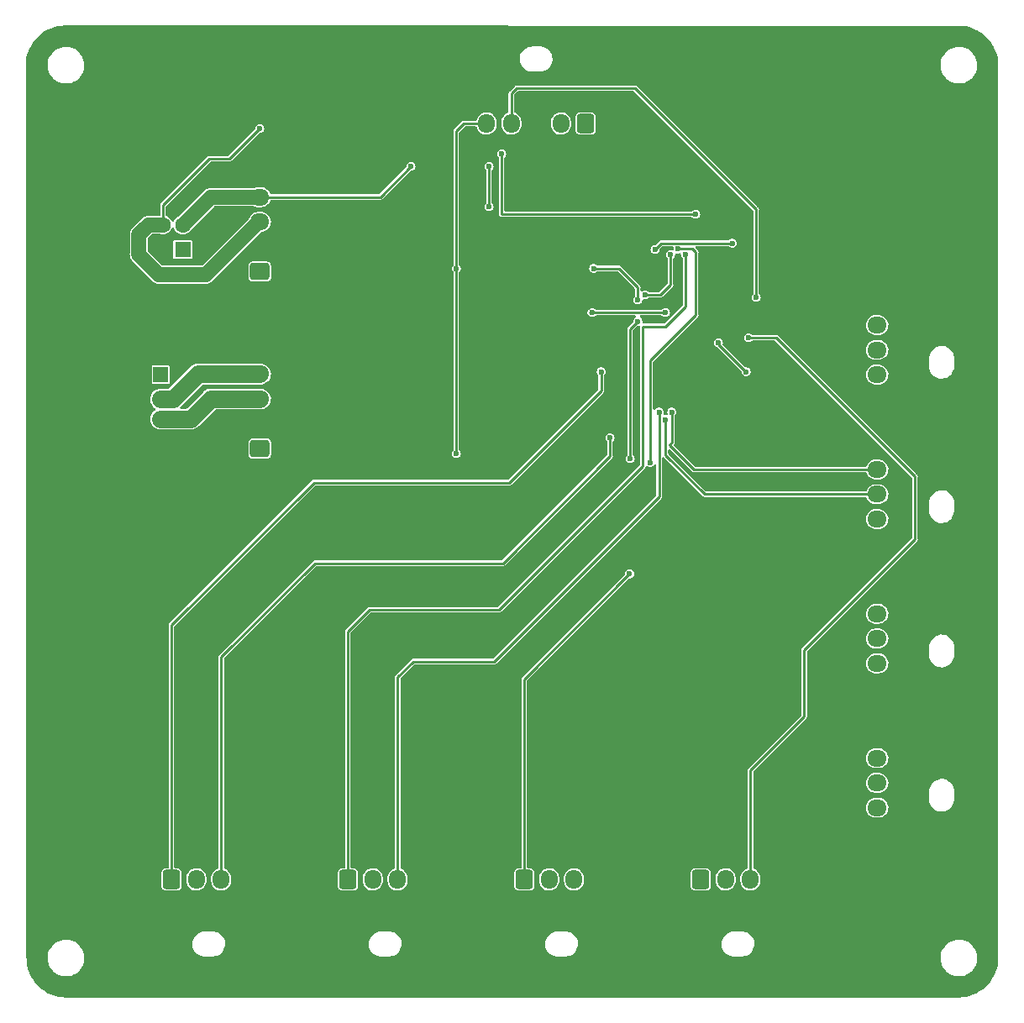
<source format=gbl>
%TF.GenerationSoftware,KiCad,Pcbnew,7.0.7*%
%TF.CreationDate,2024-02-18T11:13:52+09:00*%
%TF.ProjectId,ALTAIR_MDD_V1-backups,414c5441-4952-45f4-9d44-445f56312d62,rev?*%
%TF.SameCoordinates,Original*%
%TF.FileFunction,Copper,L2,Bot*%
%TF.FilePolarity,Positive*%
%FSLAX46Y46*%
G04 Gerber Fmt 4.6, Leading zero omitted, Abs format (unit mm)*
G04 Created by KiCad (PCBNEW 7.0.7) date 2024-02-18 11:13:52*
%MOMM*%
%LPD*%
G01*
G04 APERTURE LIST*
G04 Aperture macros list*
%AMRoundRect*
0 Rectangle with rounded corners*
0 $1 Rounding radius*
0 $2 $3 $4 $5 $6 $7 $8 $9 X,Y pos of 4 corners*
0 Add a 4 corners polygon primitive as box body*
4,1,4,$2,$3,$4,$5,$6,$7,$8,$9,$2,$3,0*
0 Add four circle primitives for the rounded corners*
1,1,$1+$1,$2,$3*
1,1,$1+$1,$4,$5*
1,1,$1+$1,$6,$7*
1,1,$1+$1,$8,$9*
0 Add four rect primitives between the rounded corners*
20,1,$1+$1,$2,$3,$4,$5,0*
20,1,$1+$1,$4,$5,$6,$7,0*
20,1,$1+$1,$6,$7,$8,$9,0*
20,1,$1+$1,$8,$9,$2,$3,0*%
G04 Aperture macros list end*
%TA.AperFunction,ComponentPad*%
%ADD10RoundRect,0.250000X0.725000X-0.600000X0.725000X0.600000X-0.725000X0.600000X-0.725000X-0.600000X0*%
%TD*%
%TA.AperFunction,ComponentPad*%
%ADD11O,1.950000X1.700000*%
%TD*%
%TA.AperFunction,ComponentPad*%
%ADD12RoundRect,0.250000X-0.600000X-0.725000X0.600000X-0.725000X0.600000X0.725000X-0.600000X0.725000X0*%
%TD*%
%TA.AperFunction,ComponentPad*%
%ADD13O,1.700000X1.950000*%
%TD*%
%TA.AperFunction,ComponentPad*%
%ADD14R,1.500000X1.600000*%
%TD*%
%TA.AperFunction,ComponentPad*%
%ADD15C,1.600000*%
%TD*%
%TA.AperFunction,ComponentPad*%
%ADD16C,3.000000*%
%TD*%
%TA.AperFunction,ComponentPad*%
%ADD17R,1.600000X1.600000*%
%TD*%
%TA.AperFunction,ComponentPad*%
%ADD18C,4.000000*%
%TD*%
%TA.AperFunction,ComponentPad*%
%ADD19RoundRect,0.250000X0.600000X0.725000X-0.600000X0.725000X-0.600000X-0.725000X0.600000X-0.725000X0*%
%TD*%
%TA.AperFunction,ViaPad*%
%ADD20C,0.600000*%
%TD*%
%TA.AperFunction,Conductor*%
%ADD21C,0.250000*%
%TD*%
%TA.AperFunction,Conductor*%
%ADD22C,1.500000*%
%TD*%
%TA.AperFunction,Conductor*%
%ADD23C,1.800000*%
%TD*%
G04 APERTURE END LIST*
D10*
%TO.P,J4,1,Pin_1*%
%TO.N,GND*%
X191770000Y-83700000D03*
D11*
%TO.P,J4,2,Pin_2*%
%TO.N,+5V*%
X191770000Y-81200000D03*
%TO.P,J4,3,Pin_3*%
%TO.N,B8*%
X191770000Y-78700000D03*
%TO.P,J4,4,Pin_4*%
%TO.N,B9*%
X191770000Y-76200000D03*
%TD*%
D10*
%TO.P,J3,1,Pin_1*%
%TO.N,GND*%
X191770000Y-98250000D03*
D11*
%TO.P,J3,2,Pin_2*%
%TO.N,+5V*%
X191770000Y-95750000D03*
%TO.P,J3,3,Pin_3*%
%TO.N,A6*%
X191770000Y-93250000D03*
%TO.P,J3,4,Pin_4*%
%TO.N,A7*%
X191770000Y-90750000D03*
%TD*%
D10*
%TO.P,J2,1,Pin_1*%
%TO.N,GND*%
X191770000Y-112800000D03*
D11*
%TO.P,J2,2,Pin_2*%
%TO.N,+5V*%
X191770000Y-110300000D03*
%TO.P,J2,3,Pin_3*%
%TO.N,A8*%
X191770000Y-107800000D03*
%TO.P,J2,4,Pin_4*%
%TO.N,A11*%
X191770000Y-105300000D03*
%TD*%
D10*
%TO.P,J1,1,Pin_1*%
%TO.N,GND*%
X191770000Y-127350000D03*
D11*
%TO.P,J1,2,Pin_2*%
%TO.N,+5V*%
X191770000Y-124850000D03*
%TO.P,J1,3,Pin_3*%
%TO.N,B14*%
X191770000Y-122350000D03*
%TO.P,J1,4,Pin_4*%
%TO.N,B15*%
X191770000Y-119850000D03*
%TD*%
D12*
%TO.P,J5,1,Pin_1*%
%TO.N,A0*%
X120650000Y-132080000D03*
D13*
%TO.P,J5,2,Pin_2*%
%TO.N,+5V*%
X123150000Y-132080000D03*
%TO.P,J5,3,Pin_3*%
%TO.N,A1*%
X125650000Y-132080000D03*
%TO.P,J5,4,Pin_4*%
%TO.N,GND*%
X128150000Y-132080000D03*
%TD*%
D14*
%TO.P,J11,1,VBUS*%
%TO.N,+5V*%
X119550000Y-81175000D03*
D15*
%TO.P,J11,2,D-*%
%TO.N,A10*%
X119550000Y-83675000D03*
%TO.P,J11,3,D+*%
%TO.N,A9*%
X119550000Y-85675000D03*
%TO.P,J11,4,GND*%
%TO.N,GND*%
X119550000Y-88175000D03*
D16*
%TO.P,J11,5,Shield*%
X116840000Y-78105000D03*
X116840000Y-91245000D03*
%TD*%
D10*
%TO.P,J14,1,Pin_1*%
%TO.N,+5V*%
X129540000Y-70805000D03*
D11*
%TO.P,J14,2,Pin_2*%
%TO.N,GND*%
X129540000Y-68305000D03*
%TO.P,J14,3,Pin_3*%
%TO.N,C11*%
X129540000Y-65805000D03*
%TO.P,J14,4,Pin_4*%
%TO.N,C10*%
X129540000Y-63305000D03*
%TD*%
D12*
%TO.P,J8,1,Pin_1*%
%TO.N,C6*%
X173990000Y-132080000D03*
D13*
%TO.P,J8,2,Pin_2*%
%TO.N,+5V*%
X176490000Y-132080000D03*
%TO.P,J8,3,Pin_3*%
%TO.N,C7*%
X178990000Y-132080000D03*
%TO.P,J8,4,Pin_4*%
%TO.N,GND*%
X181490000Y-132080000D03*
%TD*%
D17*
%TO.P,J12,1,VBUS*%
%TO.N,+5V*%
X121787500Y-68595000D03*
D15*
%TO.P,J12,2,D-*%
%TO.N,C10*%
X121787500Y-66095000D03*
%TO.P,J12,3,D+*%
%TO.N,C11*%
X119787500Y-66095000D03*
%TO.P,J12,4,GND*%
%TO.N,GND*%
X119787500Y-68595000D03*
D18*
%TO.P,J12,5,Shield*%
X116927500Y-73345000D03*
X116927500Y-61345000D03*
%TD*%
D19*
%TO.P,J10,1,Pin_1*%
%TO.N,+3.3V*%
X162400000Y-55880000D03*
D13*
%TO.P,J10,2,Pin_2*%
%TO.N,swclk*%
X159900000Y-55880000D03*
%TO.P,J10,3,Pin_3*%
%TO.N,GND*%
X157400000Y-55880000D03*
%TO.P,J10,4,Pin_4*%
%TO.N,swdio*%
X154900000Y-55880000D03*
%TO.P,J10,5,Pin_5*%
%TO.N,nrst*%
X152400000Y-55880000D03*
%TD*%
D10*
%TO.P,J13,1,Pin_1*%
%TO.N,+5V*%
X129540000Y-88645000D03*
D11*
%TO.P,J13,2,Pin_2*%
%TO.N,GND*%
X129540000Y-86145000D03*
%TO.P,J13,3,Pin_3*%
%TO.N,A9*%
X129540000Y-83645000D03*
%TO.P,J13,4,Pin_4*%
%TO.N,A10*%
X129540000Y-81145000D03*
%TD*%
D12*
%TO.P,J6,1,Pin_1*%
%TO.N,B3*%
X138430000Y-132080000D03*
D13*
%TO.P,J6,2,Pin_2*%
%TO.N,+5V*%
X140930000Y-132080000D03*
%TO.P,J6,3,Pin_3*%
%TO.N,A5*%
X143430000Y-132080000D03*
%TO.P,J6,4,Pin_4*%
%TO.N,GND*%
X145930000Y-132080000D03*
%TD*%
D12*
%TO.P,J7,1,Pin_1*%
%TO.N,B6*%
X156210000Y-132080000D03*
D13*
%TO.P,J7,2,Pin_2*%
%TO.N,+5V*%
X158710000Y-132080000D03*
%TO.P,J7,3,Pin_3*%
%TO.N,B7*%
X161210000Y-132080000D03*
%TO.P,J7,4,Pin_4*%
%TO.N,GND*%
X163710000Y-132080000D03*
%TD*%
D20*
%TO.N,GND*%
X167513000Y-80264000D03*
X169926000Y-80264000D03*
X175260000Y-73406000D03*
X171196000Y-73406000D03*
X167513000Y-77343000D03*
%TO.N,nrst*%
X163195000Y-70485000D03*
X149352000Y-89156000D03*
X167640000Y-73660000D03*
X149352000Y-70485000D03*
%TO.N,swdio*%
X179578000Y-73406000D03*
%TO.N,B6*%
X170942000Y-69088000D03*
X166878000Y-89662000D03*
X167640000Y-75819000D03*
X168377100Y-73152000D03*
X166814500Y-101282500D03*
%TO.N,B7*%
X171704000Y-68521900D03*
X168910000Y-90043000D03*
%TO.N,B8*%
X177165000Y-67945000D03*
X169377100Y-68580000D03*
%TO.N,C6*%
X175768000Y-77978000D03*
X178562000Y-80899000D03*
%TO.N,C7*%
X178816000Y-77470000D03*
%TO.N,C10*%
X152654000Y-60198000D03*
X144780000Y-60198000D03*
X152654000Y-64262000D03*
%TO.N,C11*%
X173482000Y-65024000D03*
X129540000Y-56388000D03*
X153924000Y-58928000D03*
%TO.N,A10*%
X163068000Y-74930000D03*
X170434000Y-74930000D03*
%TO.N,A0*%
X163957000Y-80899000D03*
%TO.N,A1*%
X164846000Y-87561100D03*
%TO.N,A6*%
X170434000Y-85725000D03*
%TO.N,A7*%
X171069000Y-84963000D03*
%TO.N,B3*%
X172466000Y-69088000D03*
%TO.N,A5*%
X169799000Y-84963000D03*
%TD*%
D21*
%TO.N,C7*%
X195580000Y-91440000D02*
X181610000Y-77470000D01*
X184408400Y-108961600D02*
X195580000Y-97790000D01*
X184408400Y-115692600D02*
X184408400Y-108961600D01*
X178990000Y-121111000D02*
X184408400Y-115692600D01*
X195580000Y-97790000D02*
X195580000Y-91440000D01*
X181610000Y-77470000D02*
X178816000Y-77470000D01*
X178990000Y-132080000D02*
X178990000Y-121111000D01*
%TO.N,A7*%
X170836400Y-88286400D02*
X173300000Y-90750000D01*
X170836400Y-88243600D02*
X170836400Y-88286400D01*
X171069000Y-88011000D02*
X170836400Y-88243600D01*
X171069000Y-84963000D02*
X171069000Y-88011000D01*
X173300000Y-90750000D02*
X191770000Y-90750000D01*
%TO.N,A6*%
X174403000Y-93250000D02*
X191770000Y-93250000D01*
X170434000Y-89281000D02*
X174403000Y-93250000D01*
X170434000Y-85725000D02*
X170434000Y-89281000D01*
%TO.N,nrst*%
X150114000Y-55880000D02*
X149352000Y-56642000D01*
X149352000Y-70485000D02*
X149352000Y-89156000D01*
X167640000Y-72390000D02*
X165735000Y-70485000D01*
X152400000Y-55880000D02*
X150114000Y-55880000D01*
X165735000Y-70485000D02*
X163195000Y-70485000D01*
X167640000Y-73660000D02*
X167640000Y-72390000D01*
X149352000Y-56642000D02*
X149352000Y-70485000D01*
%TO.N,swdio*%
X154900000Y-55880000D02*
X154900000Y-52872000D01*
X155448000Y-52324000D02*
X167386000Y-52324000D01*
X154900000Y-52872000D02*
X155448000Y-52324000D01*
X167386000Y-52324000D02*
X179578000Y-64516000D01*
X179578000Y-64516000D02*
X179578000Y-73406000D01*
%TO.N,B6*%
X166878000Y-89662000D02*
X166878000Y-76581000D01*
X170942000Y-69088000D02*
X170942000Y-72136000D01*
X166814500Y-101282500D02*
X156210000Y-111887000D01*
X166878000Y-76581000D02*
X167640000Y-75819000D01*
X170942000Y-72136000D02*
X169926000Y-73152000D01*
X169926000Y-73152000D02*
X168377100Y-73152000D01*
X156210000Y-111887000D02*
X156210000Y-132080000D01*
%TO.N,B7*%
X168910000Y-90043000D02*
X168910000Y-79756000D01*
X173158600Y-68510600D02*
X171715300Y-68510600D01*
X173482000Y-75184000D02*
X173482000Y-68834000D01*
X171715300Y-68510600D02*
X171704000Y-68521900D01*
X173482000Y-68834000D02*
X173158600Y-68510600D01*
X171958000Y-76708000D02*
X173482000Y-75184000D01*
X168910000Y-79756000D02*
X171958000Y-76708000D01*
%TO.N,B8*%
X170012100Y-67945000D02*
X177165000Y-67945000D01*
X169377100Y-68580000D02*
X170012100Y-67945000D01*
%TO.N,C6*%
X175768000Y-77978000D02*
X175768000Y-78105000D01*
X175768000Y-78105000D02*
X178562000Y-80899000D01*
%TO.N,C10*%
X152654000Y-60198000D02*
X152654000Y-64262000D01*
X141673000Y-63305000D02*
X129540000Y-63305000D01*
X144780000Y-60198000D02*
X141673000Y-63305000D01*
D22*
X121787500Y-66095000D02*
X124577500Y-63305000D01*
X124577500Y-63305000D02*
X129540000Y-63305000D01*
%TO.N,C11*%
X117348000Y-69088000D02*
X119380000Y-71120000D01*
D21*
X126492000Y-59436000D02*
X124437250Y-59436000D01*
D22*
X117348000Y-67056000D02*
X117348000Y-69088000D01*
X129436732Y-65805000D02*
X129540000Y-65805000D01*
X124121732Y-71120000D02*
X129436732Y-65805000D01*
D21*
X153924000Y-58928000D02*
X153924000Y-65024000D01*
D22*
X119787500Y-66095000D02*
X118309000Y-66095000D01*
X118309000Y-66095000D02*
X117348000Y-67056000D01*
D21*
X153924000Y-65024000D02*
X173482000Y-65024000D01*
X129540000Y-56388000D02*
X126492000Y-59436000D01*
D22*
X119380000Y-71120000D02*
X124121732Y-71120000D01*
D21*
X124437250Y-59436000D02*
X119787500Y-64085750D01*
X119787500Y-64085750D02*
X119787500Y-66095000D01*
D23*
%TO.N,A9*%
X122605000Y-85675000D02*
X119550000Y-85675000D01*
X124635000Y-83645000D02*
X122605000Y-85675000D01*
X129540000Y-83645000D02*
X124635000Y-83645000D01*
%TO.N,A10*%
X119550000Y-83675000D02*
X120795000Y-83675000D01*
X123325000Y-81145000D02*
X129540000Y-81145000D01*
D21*
X162814000Y-74930000D02*
X163068000Y-74930000D01*
D23*
X120795000Y-83675000D02*
X123325000Y-81145000D01*
D21*
X170434000Y-74930000D02*
X163068000Y-74930000D01*
%TO.N,A0*%
X154686000Y-92075000D02*
X135001000Y-92075000D01*
X120650000Y-106426000D02*
X120650000Y-132080000D01*
X163957000Y-80899000D02*
X163957000Y-82804000D01*
X135001000Y-92075000D02*
X120650000Y-106426000D01*
X163957000Y-82804000D02*
X154686000Y-92075000D01*
%TO.N,A1*%
X164846000Y-89408000D02*
X154051000Y-100203000D01*
X125650000Y-109681000D02*
X125650000Y-132080000D01*
X135128000Y-100203000D02*
X125650000Y-109681000D01*
X154051000Y-100203000D02*
X135128000Y-100203000D01*
X164846000Y-87561100D02*
X164846000Y-89408000D01*
%TO.N,B3*%
X172466000Y-74295000D02*
X170434000Y-76327000D01*
X138430000Y-107061000D02*
X138430000Y-132080000D01*
X153670000Y-104902000D02*
X140589000Y-104902000D01*
X172466000Y-69088000D02*
X172466000Y-74295000D01*
X168148000Y-76327000D02*
X168148000Y-90424000D01*
X168148000Y-90424000D02*
X153670000Y-104902000D01*
X140589000Y-104902000D02*
X138430000Y-107061000D01*
X170434000Y-76327000D02*
X168148000Y-76327000D01*
%TO.N,A5*%
X143430000Y-111713000D02*
X143430000Y-132080000D01*
X145034000Y-110109000D02*
X143430000Y-111713000D01*
X153162000Y-110109000D02*
X145034000Y-110109000D01*
X169799000Y-84963000D02*
X169799000Y-93472000D01*
X169799000Y-93472000D02*
X153162000Y-110109000D01*
%TD*%
%TA.AperFunction,Conductor*%
%TO.N,GND*%
G36*
X199971603Y-46025491D02*
G01*
X199971657Y-46025500D01*
X199991715Y-46025500D01*
X199998560Y-46025500D01*
X200001424Y-46025566D01*
X200363859Y-46042323D01*
X200369551Y-46042849D01*
X200727480Y-46092778D01*
X200733099Y-46093828D01*
X201084891Y-46176569D01*
X201090383Y-46178132D01*
X201368362Y-46271301D01*
X201433040Y-46292979D01*
X201438357Y-46295038D01*
X201768978Y-46441021D01*
X201774078Y-46443560D01*
X201838559Y-46479476D01*
X202089795Y-46619414D01*
X202094667Y-46622430D01*
X202392803Y-46826659D01*
X202397375Y-46830112D01*
X202675402Y-47060982D01*
X202679636Y-47064842D01*
X202935157Y-47320363D01*
X202939017Y-47324597D01*
X203169887Y-47602624D01*
X203173340Y-47607196D01*
X203377569Y-47905332D01*
X203380585Y-47910204D01*
X203502733Y-48129500D01*
X203544511Y-48204507D01*
X203556433Y-48225910D01*
X203558982Y-48231029D01*
X203704956Y-48561630D01*
X203707020Y-48566959D01*
X203821865Y-48909609D01*
X203823433Y-48915120D01*
X203906169Y-49266892D01*
X203907222Y-49272524D01*
X203957148Y-49630435D01*
X203957676Y-49636140D01*
X203974434Y-49998574D01*
X203974500Y-50001438D01*
X203974500Y-139998560D01*
X203974434Y-140001424D01*
X203957676Y-140363859D01*
X203957148Y-140369564D01*
X203907222Y-140727475D01*
X203906169Y-140733107D01*
X203823433Y-141084879D01*
X203821865Y-141090390D01*
X203707020Y-141433040D01*
X203704953Y-141438376D01*
X203625624Y-141618042D01*
X203558987Y-141768960D01*
X203556433Y-141774089D01*
X203380585Y-142089795D01*
X203377569Y-142094667D01*
X203173340Y-142392803D01*
X203169887Y-142397375D01*
X202939017Y-142675402D01*
X202935157Y-142679636D01*
X202679636Y-142935157D01*
X202675402Y-142939017D01*
X202397375Y-143169887D01*
X202392803Y-143173340D01*
X202094667Y-143377569D01*
X202089795Y-143380585D01*
X201774089Y-143556433D01*
X201768961Y-143558986D01*
X201438376Y-143704953D01*
X201433040Y-143707020D01*
X201090390Y-143821865D01*
X201084879Y-143823433D01*
X200733107Y-143906169D01*
X200727475Y-143907222D01*
X200369564Y-143957148D01*
X200363859Y-143957676D01*
X200001424Y-143974434D01*
X199998560Y-143974500D01*
X110001440Y-143974500D01*
X109998576Y-143974434D01*
X109636140Y-143957676D01*
X109630435Y-143957148D01*
X109272524Y-143907222D01*
X109266892Y-143906169D01*
X108915120Y-143823433D01*
X108909609Y-143821865D01*
X108566959Y-143707020D01*
X108561630Y-143704956D01*
X108231029Y-143558982D01*
X108225910Y-143556433D01*
X107910204Y-143380585D01*
X107905332Y-143377569D01*
X107607196Y-143173340D01*
X107602624Y-143169887D01*
X107324597Y-142939017D01*
X107320363Y-142935157D01*
X107064842Y-142679636D01*
X107060982Y-142675402D01*
X106830112Y-142397375D01*
X106826659Y-142392803D01*
X106622430Y-142094667D01*
X106619414Y-142089795D01*
X106486127Y-141850500D01*
X106443560Y-141774078D01*
X106441021Y-141768978D01*
X106295038Y-141438357D01*
X106292979Y-141433040D01*
X106275834Y-141381887D01*
X106178132Y-141090383D01*
X106176569Y-141084891D01*
X106093828Y-140733099D01*
X106092777Y-140727475D01*
X106092526Y-140725675D01*
X106042849Y-140369551D01*
X106042323Y-140363859D01*
X106028633Y-140067763D01*
X108145787Y-140067763D01*
X108175413Y-140337013D01*
X108175415Y-140337024D01*
X108232857Y-140556742D01*
X108243928Y-140599088D01*
X108349870Y-140848390D01*
X108421998Y-140966575D01*
X108490979Y-141079605D01*
X108490986Y-141079615D01*
X108664253Y-141287819D01*
X108664259Y-141287824D01*
X108865998Y-141468582D01*
X109091910Y-141618044D01*
X109337176Y-141733020D01*
X109337183Y-141733022D01*
X109337185Y-141733023D01*
X109596557Y-141811057D01*
X109596564Y-141811058D01*
X109596569Y-141811060D01*
X109864561Y-141850500D01*
X109864566Y-141850500D01*
X110067636Y-141850500D01*
X110119133Y-141846730D01*
X110270156Y-141835677D01*
X110382758Y-141810593D01*
X110534546Y-141776782D01*
X110534548Y-141776781D01*
X110534553Y-141776780D01*
X110787558Y-141680014D01*
X111023777Y-141547441D01*
X111238177Y-141381888D01*
X111426186Y-141186881D01*
X111583799Y-140966579D01*
X111657787Y-140822669D01*
X111707649Y-140725690D01*
X111707651Y-140725684D01*
X111707656Y-140725675D01*
X111795118Y-140469305D01*
X111844319Y-140202933D01*
X111849259Y-140067763D01*
X198145787Y-140067763D01*
X198175413Y-140337013D01*
X198175415Y-140337024D01*
X198232857Y-140556742D01*
X198243928Y-140599088D01*
X198349870Y-140848390D01*
X198421998Y-140966575D01*
X198490979Y-141079605D01*
X198490986Y-141079615D01*
X198664253Y-141287819D01*
X198664259Y-141287824D01*
X198865998Y-141468582D01*
X199091910Y-141618044D01*
X199337176Y-141733020D01*
X199337183Y-141733022D01*
X199337185Y-141733023D01*
X199596557Y-141811057D01*
X199596564Y-141811058D01*
X199596569Y-141811060D01*
X199864561Y-141850500D01*
X199864566Y-141850500D01*
X200067636Y-141850500D01*
X200119133Y-141846730D01*
X200270156Y-141835677D01*
X200382758Y-141810593D01*
X200534546Y-141776782D01*
X200534548Y-141776781D01*
X200534553Y-141776780D01*
X200787558Y-141680014D01*
X201023777Y-141547441D01*
X201238177Y-141381888D01*
X201426186Y-141186881D01*
X201583799Y-140966579D01*
X201657787Y-140822669D01*
X201707649Y-140725690D01*
X201707651Y-140725684D01*
X201707656Y-140725675D01*
X201795118Y-140469305D01*
X201844319Y-140202933D01*
X201854212Y-139932235D01*
X201824586Y-139662982D01*
X201756072Y-139400912D01*
X201650130Y-139151610D01*
X201509018Y-138920390D01*
X201419747Y-138813119D01*
X201335746Y-138712180D01*
X201335740Y-138712175D01*
X201134002Y-138531418D01*
X200908092Y-138381957D01*
X200908090Y-138381956D01*
X200662824Y-138266980D01*
X200662819Y-138266978D01*
X200662814Y-138266976D01*
X200403442Y-138188942D01*
X200403428Y-138188939D01*
X200287791Y-138171921D01*
X200135439Y-138149500D01*
X199932369Y-138149500D01*
X199932364Y-138149500D01*
X199729844Y-138164323D01*
X199729831Y-138164325D01*
X199465453Y-138223217D01*
X199465446Y-138223220D01*
X199212439Y-138319987D01*
X198976226Y-138452557D01*
X198761822Y-138618112D01*
X198573822Y-138813109D01*
X198573816Y-138813116D01*
X198416202Y-139033419D01*
X198416199Y-139033424D01*
X198292350Y-139274309D01*
X198292343Y-139274327D01*
X198204884Y-139530685D01*
X198204881Y-139530699D01*
X198181399Y-139657829D01*
X198163360Y-139755496D01*
X198155681Y-139797068D01*
X198155680Y-139797075D01*
X198145787Y-140067763D01*
X111849259Y-140067763D01*
X111854212Y-139932235D01*
X111824586Y-139662982D01*
X111756072Y-139400912D01*
X111650130Y-139151610D01*
X111509018Y-138920390D01*
X111419747Y-138813119D01*
X111335746Y-138712180D01*
X111335740Y-138712175D01*
X111251091Y-138636330D01*
X122745710Y-138636330D01*
X122775925Y-138859387D01*
X122775926Y-138859390D01*
X122845483Y-139073465D01*
X122952146Y-139271678D01*
X122952148Y-139271681D01*
X123092489Y-139447663D01*
X123092491Y-139447664D01*
X123092492Y-139447666D01*
X123262004Y-139595765D01*
X123455236Y-139711215D01*
X123665976Y-139790307D01*
X123887450Y-139830500D01*
X123887453Y-139830500D01*
X124856148Y-139830500D01*
X124856155Y-139830500D01*
X125024188Y-139815377D01*
X125090503Y-139797075D01*
X125241160Y-139755496D01*
X125241162Y-139755495D01*
X125241170Y-139755493D01*
X125443973Y-139657829D01*
X125626078Y-139525522D01*
X125781632Y-139362825D01*
X125905635Y-139174968D01*
X125994103Y-138967988D01*
X126044191Y-138748537D01*
X126049230Y-138636330D01*
X140525710Y-138636330D01*
X140555925Y-138859387D01*
X140555926Y-138859390D01*
X140625483Y-139073465D01*
X140732146Y-139271678D01*
X140732148Y-139271681D01*
X140872489Y-139447663D01*
X140872491Y-139447664D01*
X140872492Y-139447666D01*
X141042004Y-139595765D01*
X141235236Y-139711215D01*
X141445976Y-139790307D01*
X141667450Y-139830500D01*
X141667453Y-139830500D01*
X142636148Y-139830500D01*
X142636155Y-139830500D01*
X142804188Y-139815377D01*
X142870503Y-139797075D01*
X143021160Y-139755496D01*
X143021162Y-139755495D01*
X143021170Y-139755493D01*
X143223973Y-139657829D01*
X143406078Y-139525522D01*
X143561632Y-139362825D01*
X143685635Y-139174968D01*
X143774103Y-138967988D01*
X143824191Y-138748537D01*
X143829230Y-138636330D01*
X158305710Y-138636330D01*
X158335925Y-138859387D01*
X158335926Y-138859390D01*
X158405483Y-139073465D01*
X158512146Y-139271678D01*
X158512148Y-139271681D01*
X158652489Y-139447663D01*
X158652491Y-139447664D01*
X158652492Y-139447666D01*
X158822004Y-139595765D01*
X159015236Y-139711215D01*
X159225976Y-139790307D01*
X159447450Y-139830500D01*
X159447453Y-139830500D01*
X160416148Y-139830500D01*
X160416155Y-139830500D01*
X160584188Y-139815377D01*
X160650503Y-139797075D01*
X160801160Y-139755496D01*
X160801162Y-139755495D01*
X160801170Y-139755493D01*
X161003973Y-139657829D01*
X161186078Y-139525522D01*
X161341632Y-139362825D01*
X161465635Y-139174968D01*
X161554103Y-138967988D01*
X161604191Y-138748537D01*
X161609230Y-138636330D01*
X176085710Y-138636330D01*
X176115925Y-138859387D01*
X176115926Y-138859390D01*
X176185483Y-139073465D01*
X176292146Y-139271678D01*
X176292148Y-139271681D01*
X176432489Y-139447663D01*
X176432491Y-139447664D01*
X176432492Y-139447666D01*
X176602004Y-139595765D01*
X176795236Y-139711215D01*
X177005976Y-139790307D01*
X177227450Y-139830500D01*
X177227453Y-139830500D01*
X178196148Y-139830500D01*
X178196155Y-139830500D01*
X178364188Y-139815377D01*
X178430503Y-139797075D01*
X178581160Y-139755496D01*
X178581162Y-139755495D01*
X178581170Y-139755493D01*
X178783973Y-139657829D01*
X178966078Y-139525522D01*
X179121632Y-139362825D01*
X179245635Y-139174968D01*
X179334103Y-138967988D01*
X179384191Y-138748537D01*
X179394290Y-138523670D01*
X179364075Y-138300613D01*
X179294517Y-138086536D01*
X179187852Y-137888319D01*
X179047508Y-137712334D01*
X178877996Y-137564235D01*
X178684764Y-137448785D01*
X178566775Y-137404503D01*
X178474023Y-137369692D01*
X178252550Y-137329500D01*
X178252547Y-137329500D01*
X177283845Y-137329500D01*
X177245399Y-137332960D01*
X177115813Y-137344622D01*
X177115807Y-137344623D01*
X176898839Y-137404503D01*
X176898826Y-137404508D01*
X176696033Y-137502167D01*
X176696025Y-137502171D01*
X176513927Y-137634473D01*
X176513925Y-137634474D01*
X176358366Y-137797176D01*
X176234363Y-137985033D01*
X176145899Y-138192004D01*
X176145895Y-138192017D01*
X176095810Y-138411457D01*
X176095808Y-138411468D01*
X176086528Y-138618112D01*
X176085710Y-138636330D01*
X161609230Y-138636330D01*
X161614290Y-138523670D01*
X161584075Y-138300613D01*
X161514517Y-138086536D01*
X161407852Y-137888319D01*
X161267508Y-137712334D01*
X161097996Y-137564235D01*
X160904764Y-137448785D01*
X160786775Y-137404503D01*
X160694023Y-137369692D01*
X160472550Y-137329500D01*
X160472547Y-137329500D01*
X159503845Y-137329500D01*
X159465399Y-137332960D01*
X159335813Y-137344622D01*
X159335807Y-137344623D01*
X159118839Y-137404503D01*
X159118826Y-137404508D01*
X158916033Y-137502167D01*
X158916025Y-137502171D01*
X158733927Y-137634473D01*
X158733925Y-137634474D01*
X158578366Y-137797176D01*
X158454363Y-137985033D01*
X158365899Y-138192004D01*
X158365895Y-138192017D01*
X158315810Y-138411457D01*
X158315808Y-138411468D01*
X158306528Y-138618112D01*
X158305710Y-138636330D01*
X143829230Y-138636330D01*
X143834290Y-138523670D01*
X143804075Y-138300613D01*
X143734517Y-138086536D01*
X143627852Y-137888319D01*
X143487508Y-137712334D01*
X143317996Y-137564235D01*
X143124764Y-137448785D01*
X143006775Y-137404503D01*
X142914023Y-137369692D01*
X142692550Y-137329500D01*
X142692547Y-137329500D01*
X141723845Y-137329500D01*
X141685399Y-137332960D01*
X141555813Y-137344622D01*
X141555807Y-137344623D01*
X141338839Y-137404503D01*
X141338826Y-137404508D01*
X141136033Y-137502167D01*
X141136025Y-137502171D01*
X140953927Y-137634473D01*
X140953925Y-137634474D01*
X140798366Y-137797176D01*
X140674363Y-137985033D01*
X140585899Y-138192004D01*
X140585895Y-138192017D01*
X140535810Y-138411457D01*
X140535808Y-138411468D01*
X140526528Y-138618112D01*
X140525710Y-138636330D01*
X126049230Y-138636330D01*
X126054290Y-138523670D01*
X126024075Y-138300613D01*
X125954517Y-138086536D01*
X125847852Y-137888319D01*
X125707508Y-137712334D01*
X125537996Y-137564235D01*
X125344764Y-137448785D01*
X125226775Y-137404503D01*
X125134023Y-137369692D01*
X124912550Y-137329500D01*
X124912547Y-137329500D01*
X123943845Y-137329500D01*
X123905399Y-137332960D01*
X123775813Y-137344622D01*
X123775807Y-137344623D01*
X123558839Y-137404503D01*
X123558826Y-137404508D01*
X123356033Y-137502167D01*
X123356025Y-137502171D01*
X123173927Y-137634473D01*
X123173925Y-137634474D01*
X123018366Y-137797176D01*
X122894363Y-137985033D01*
X122805899Y-138192004D01*
X122805895Y-138192017D01*
X122755810Y-138411457D01*
X122755808Y-138411468D01*
X122746528Y-138618112D01*
X122745710Y-138636330D01*
X111251091Y-138636330D01*
X111134002Y-138531418D01*
X110908092Y-138381957D01*
X110908090Y-138381956D01*
X110662824Y-138266980D01*
X110662819Y-138266978D01*
X110662814Y-138266976D01*
X110403442Y-138188942D01*
X110403428Y-138188939D01*
X110287791Y-138171921D01*
X110135439Y-138149500D01*
X109932369Y-138149500D01*
X109932364Y-138149500D01*
X109729844Y-138164323D01*
X109729831Y-138164325D01*
X109465453Y-138223217D01*
X109465446Y-138223220D01*
X109212439Y-138319987D01*
X108976226Y-138452557D01*
X108761822Y-138618112D01*
X108573822Y-138813109D01*
X108573816Y-138813116D01*
X108416202Y-139033419D01*
X108416199Y-139033424D01*
X108292350Y-139274309D01*
X108292343Y-139274327D01*
X108204884Y-139530685D01*
X108204881Y-139530699D01*
X108181399Y-139657829D01*
X108163360Y-139755496D01*
X108155681Y-139797068D01*
X108155680Y-139797075D01*
X108145787Y-140067763D01*
X106028633Y-140067763D01*
X106025566Y-140001424D01*
X106025500Y-139998560D01*
X106025500Y-139970792D01*
X106025472Y-139970636D01*
X106018969Y-132836713D01*
X119647100Y-132836713D01*
X119662041Y-132931050D01*
X119662042Y-132931053D01*
X119662043Y-132931055D01*
X119719984Y-133044771D01*
X119719985Y-133044772D01*
X119719988Y-133044776D01*
X119810223Y-133135011D01*
X119810227Y-133135014D01*
X119810229Y-133135016D01*
X119923945Y-133192957D01*
X119923947Y-133192957D01*
X119923949Y-133192958D01*
X120018287Y-133207900D01*
X120018292Y-133207900D01*
X121281713Y-133207900D01*
X121376050Y-133192958D01*
X121376050Y-133192957D01*
X121376055Y-133192957D01*
X121489771Y-133135016D01*
X121580016Y-133044771D01*
X121637957Y-132931055D01*
X121637958Y-132931050D01*
X121652900Y-132836713D01*
X121652900Y-132255862D01*
X122147100Y-132255862D01*
X122162562Y-132407924D01*
X122223620Y-132602530D01*
X122223623Y-132602536D01*
X122223624Y-132602539D01*
X122274511Y-132694218D01*
X122322612Y-132780880D01*
X122322612Y-132780881D01*
X122391936Y-132861633D01*
X122455472Y-132935643D01*
X122616766Y-133060495D01*
X122799891Y-133150322D01*
X122997350Y-133201447D01*
X123201058Y-133211778D01*
X123402676Y-133180891D01*
X123593949Y-133110052D01*
X123767047Y-133002159D01*
X123914883Y-132861630D01*
X124031404Y-132694219D01*
X124111841Y-132506780D01*
X124152900Y-132306985D01*
X124152900Y-132255862D01*
X124647100Y-132255862D01*
X124662562Y-132407924D01*
X124723620Y-132602530D01*
X124723623Y-132602536D01*
X124723624Y-132602539D01*
X124774511Y-132694218D01*
X124822612Y-132780880D01*
X124822612Y-132780881D01*
X124891936Y-132861633D01*
X124955472Y-132935643D01*
X125116766Y-133060495D01*
X125299891Y-133150322D01*
X125497350Y-133201447D01*
X125701058Y-133211778D01*
X125902676Y-133180891D01*
X126093949Y-133110052D01*
X126267047Y-133002159D01*
X126414883Y-132861630D01*
X126432226Y-132836713D01*
X137427100Y-132836713D01*
X137442041Y-132931050D01*
X137442042Y-132931053D01*
X137442043Y-132931055D01*
X137499984Y-133044771D01*
X137499985Y-133044772D01*
X137499988Y-133044776D01*
X137590223Y-133135011D01*
X137590227Y-133135014D01*
X137590229Y-133135016D01*
X137703945Y-133192957D01*
X137703947Y-133192957D01*
X137703949Y-133192958D01*
X137798287Y-133207900D01*
X137798292Y-133207900D01*
X139061713Y-133207900D01*
X139156050Y-133192958D01*
X139156050Y-133192957D01*
X139156055Y-133192957D01*
X139269771Y-133135016D01*
X139360016Y-133044771D01*
X139417957Y-132931055D01*
X139417958Y-132931050D01*
X139432900Y-132836713D01*
X139432900Y-132255862D01*
X139927100Y-132255862D01*
X139942562Y-132407924D01*
X140003620Y-132602530D01*
X140003623Y-132602536D01*
X140003624Y-132602539D01*
X140054511Y-132694218D01*
X140102612Y-132780880D01*
X140102612Y-132780881D01*
X140171936Y-132861633D01*
X140235472Y-132935643D01*
X140396766Y-133060495D01*
X140579891Y-133150322D01*
X140777350Y-133201447D01*
X140981058Y-133211778D01*
X141182676Y-133180891D01*
X141373949Y-133110052D01*
X141547047Y-133002159D01*
X141694883Y-132861630D01*
X141811404Y-132694219D01*
X141891841Y-132506780D01*
X141932900Y-132306985D01*
X141932900Y-131904139D01*
X141917437Y-131752077D01*
X141917437Y-131752075D01*
X141856379Y-131557469D01*
X141856377Y-131557466D01*
X141856376Y-131557461D01*
X141757389Y-131379121D01*
X141757387Y-131379118D01*
X141624530Y-131224359D01*
X141624529Y-131224358D01*
X141624528Y-131224357D01*
X141463234Y-131099505D01*
X141280109Y-131009678D01*
X141082650Y-130958553D01*
X141082652Y-130958553D01*
X140946844Y-130951665D01*
X140878942Y-130948222D01*
X140878941Y-130948222D01*
X140878939Y-130948222D01*
X140677328Y-130979108D01*
X140677322Y-130979109D01*
X140486058Y-131049945D01*
X140486051Y-131049948D01*
X140312948Y-131157844D01*
X140165119Y-131298366D01*
X140165118Y-131298368D01*
X140048595Y-131465781D01*
X139968159Y-131653219D01*
X139927100Y-131853014D01*
X139927100Y-132255862D01*
X139432900Y-132255862D01*
X139432900Y-131323286D01*
X139417958Y-131228949D01*
X139417957Y-131228947D01*
X139417957Y-131228945D01*
X139360016Y-131115229D01*
X139360014Y-131115227D01*
X139360011Y-131115223D01*
X139269776Y-131024988D01*
X139269772Y-131024985D01*
X139269772Y-131024984D01*
X139269771Y-131024984D01*
X139156055Y-130967043D01*
X139156053Y-130967042D01*
X139156050Y-130967041D01*
X139061713Y-130952100D01*
X139061708Y-130952100D01*
X138831900Y-130952100D01*
X138764861Y-130932415D01*
X138719106Y-130879611D01*
X138707900Y-130828100D01*
X138707900Y-107227471D01*
X138727585Y-107160432D01*
X138744219Y-107139790D01*
X140667791Y-105216219D01*
X140729114Y-105182734D01*
X140755472Y-105179900D01*
X153611557Y-105179900D01*
X153620133Y-105180495D01*
X153630936Y-105182001D01*
X153630941Y-105182003D01*
X153670392Y-105180179D01*
X153675006Y-105179966D01*
X153677869Y-105179900D01*
X153695745Y-105179900D01*
X153695753Y-105179900D01*
X153697864Y-105179505D01*
X153706389Y-105178514D01*
X153734727Y-105177205D01*
X153739587Y-105175058D01*
X153766903Y-105166599D01*
X153772128Y-105165623D01*
X153796236Y-105150694D01*
X153803828Y-105146692D01*
X153829771Y-105135238D01*
X153833531Y-105131477D01*
X153855939Y-105113728D01*
X153860463Y-105110928D01*
X153877560Y-105088286D01*
X153883189Y-105081818D01*
X168303184Y-90661824D01*
X168309666Y-90656184D01*
X168318369Y-90649612D01*
X168318373Y-90649611D01*
X168348115Y-90616984D01*
X168350022Y-90614986D01*
X168362715Y-90602295D01*
X168363927Y-90600524D01*
X168369271Y-90593777D01*
X168388368Y-90572830D01*
X168390290Y-90567867D01*
X168403616Y-90542585D01*
X168406625Y-90538194D01*
X168413118Y-90510583D01*
X168415654Y-90502395D01*
X168425900Y-90475949D01*
X168425900Y-90475940D01*
X168426357Y-90473499D01*
X168428424Y-90469432D01*
X168430052Y-90465232D01*
X168430476Y-90465396D01*
X168458022Y-90411217D01*
X168518333Y-90375940D01*
X168588141Y-90378871D01*
X168615285Y-90391962D01*
X168648899Y-90413564D01*
X168719924Y-90459208D01*
X168821765Y-90489112D01*
X168844882Y-90495900D01*
X168844883Y-90495900D01*
X168975118Y-90495900D01*
X168994625Y-90490171D01*
X169100076Y-90459208D01*
X169209636Y-90388799D01*
X169294921Y-90290374D01*
X169294921Y-90290373D01*
X169300729Y-90283671D01*
X169302542Y-90285242D01*
X169345588Y-90247944D01*
X169414746Y-90238000D01*
X169478302Y-90267024D01*
X169516077Y-90325802D01*
X169521100Y-90360738D01*
X169521100Y-93305528D01*
X169501415Y-93372567D01*
X169484781Y-93393209D01*
X153083209Y-109794781D01*
X153021886Y-109828266D01*
X152995528Y-109831100D01*
X145092446Y-109831100D01*
X145083871Y-109830505D01*
X145073061Y-109828997D01*
X145073059Y-109828997D01*
X145054092Y-109829873D01*
X145028994Y-109831034D01*
X145026131Y-109831100D01*
X145008237Y-109831100D01*
X145006118Y-109831496D01*
X144997595Y-109832484D01*
X144969277Y-109833794D01*
X144969272Y-109833795D01*
X144964396Y-109835948D01*
X144937112Y-109844397D01*
X144931872Y-109845376D01*
X144931871Y-109845377D01*
X144907762Y-109860303D01*
X144900164Y-109864308D01*
X144874229Y-109875760D01*
X144870463Y-109879527D01*
X144848066Y-109897267D01*
X144843536Y-109900071D01*
X144826445Y-109922702D01*
X144820804Y-109929185D01*
X143274821Y-111475168D01*
X143268341Y-111480807D01*
X143259628Y-111487387D01*
X143229904Y-111519991D01*
X143227930Y-111522058D01*
X143215282Y-111534708D01*
X143215279Y-111534710D01*
X143214055Y-111536498D01*
X143208729Y-111543219D01*
X143189631Y-111564170D01*
X143187705Y-111569142D01*
X143174391Y-111594402D01*
X143171376Y-111598804D01*
X143171374Y-111598808D01*
X143164882Y-111626406D01*
X143162341Y-111634613D01*
X143152100Y-111661050D01*
X143152100Y-111666372D01*
X143148807Y-111694757D01*
X143147588Y-111699937D01*
X143147588Y-111699943D01*
X143151505Y-111728021D01*
X143152100Y-111736597D01*
X143152100Y-130902143D01*
X143132415Y-130969182D01*
X143079611Y-131014937D01*
X143071167Y-131018424D01*
X142986052Y-131049947D01*
X142986051Y-131049948D01*
X142812948Y-131157844D01*
X142665119Y-131298366D01*
X142665118Y-131298368D01*
X142548595Y-131465781D01*
X142468159Y-131653219D01*
X142427100Y-131853014D01*
X142427100Y-132255862D01*
X142442562Y-132407924D01*
X142503620Y-132602530D01*
X142503623Y-132602536D01*
X142503624Y-132602539D01*
X142554511Y-132694218D01*
X142602612Y-132780880D01*
X142602612Y-132780881D01*
X142671936Y-132861633D01*
X142735472Y-132935643D01*
X142896766Y-133060495D01*
X143079891Y-133150322D01*
X143277350Y-133201447D01*
X143481058Y-133211778D01*
X143682676Y-133180891D01*
X143873949Y-133110052D01*
X144047047Y-133002159D01*
X144194883Y-132861630D01*
X144212226Y-132836713D01*
X155207100Y-132836713D01*
X155222041Y-132931050D01*
X155222042Y-132931053D01*
X155222043Y-132931055D01*
X155279984Y-133044771D01*
X155279985Y-133044772D01*
X155279988Y-133044776D01*
X155370223Y-133135011D01*
X155370227Y-133135014D01*
X155370229Y-133135016D01*
X155483945Y-133192957D01*
X155483947Y-133192957D01*
X155483949Y-133192958D01*
X155578287Y-133207900D01*
X155578292Y-133207900D01*
X156841713Y-133207900D01*
X156936050Y-133192958D01*
X156936050Y-133192957D01*
X156936055Y-133192957D01*
X157049771Y-133135016D01*
X157140016Y-133044771D01*
X157197957Y-132931055D01*
X157197958Y-132931050D01*
X157212900Y-132836713D01*
X157212900Y-132255862D01*
X157707100Y-132255862D01*
X157722562Y-132407924D01*
X157783620Y-132602530D01*
X157783623Y-132602536D01*
X157783624Y-132602539D01*
X157834511Y-132694218D01*
X157882612Y-132780880D01*
X157882612Y-132780881D01*
X157951936Y-132861633D01*
X158015472Y-132935643D01*
X158176766Y-133060495D01*
X158359891Y-133150322D01*
X158557350Y-133201447D01*
X158761058Y-133211778D01*
X158962676Y-133180891D01*
X159153949Y-133110052D01*
X159327047Y-133002159D01*
X159474883Y-132861630D01*
X159591404Y-132694219D01*
X159671841Y-132506780D01*
X159712900Y-132306985D01*
X159712900Y-132255862D01*
X160207100Y-132255862D01*
X160222562Y-132407924D01*
X160283620Y-132602530D01*
X160283623Y-132602536D01*
X160283624Y-132602539D01*
X160334511Y-132694218D01*
X160382612Y-132780880D01*
X160382612Y-132780881D01*
X160451936Y-132861633D01*
X160515472Y-132935643D01*
X160676766Y-133060495D01*
X160859891Y-133150322D01*
X161057350Y-133201447D01*
X161261058Y-133211778D01*
X161462676Y-133180891D01*
X161653949Y-133110052D01*
X161827047Y-133002159D01*
X161974883Y-132861630D01*
X161992226Y-132836713D01*
X172987100Y-132836713D01*
X173002041Y-132931050D01*
X173002042Y-132931053D01*
X173002043Y-132931055D01*
X173059984Y-133044771D01*
X173059985Y-133044772D01*
X173059988Y-133044776D01*
X173150223Y-133135011D01*
X173150227Y-133135014D01*
X173150229Y-133135016D01*
X173263945Y-133192957D01*
X173263947Y-133192957D01*
X173263949Y-133192958D01*
X173358287Y-133207900D01*
X173358292Y-133207900D01*
X174621713Y-133207900D01*
X174716050Y-133192958D01*
X174716050Y-133192957D01*
X174716055Y-133192957D01*
X174829771Y-133135016D01*
X174920016Y-133044771D01*
X174977957Y-132931055D01*
X174977958Y-132931050D01*
X174992900Y-132836713D01*
X174992900Y-132255862D01*
X175487100Y-132255862D01*
X175502562Y-132407924D01*
X175563620Y-132602530D01*
X175563623Y-132602536D01*
X175563624Y-132602539D01*
X175614511Y-132694218D01*
X175662612Y-132780880D01*
X175662612Y-132780881D01*
X175731936Y-132861633D01*
X175795472Y-132935643D01*
X175956766Y-133060495D01*
X176139891Y-133150322D01*
X176337350Y-133201447D01*
X176541058Y-133211778D01*
X176742676Y-133180891D01*
X176933949Y-133110052D01*
X177107047Y-133002159D01*
X177254883Y-132861630D01*
X177371404Y-132694219D01*
X177451841Y-132506780D01*
X177492900Y-132306985D01*
X177492900Y-132255862D01*
X177987100Y-132255862D01*
X178002562Y-132407924D01*
X178063620Y-132602530D01*
X178063623Y-132602536D01*
X178063624Y-132602539D01*
X178114511Y-132694218D01*
X178162612Y-132780880D01*
X178162612Y-132780881D01*
X178231936Y-132861633D01*
X178295472Y-132935643D01*
X178456766Y-133060495D01*
X178639891Y-133150322D01*
X178837350Y-133201447D01*
X179041058Y-133211778D01*
X179242676Y-133180891D01*
X179433949Y-133110052D01*
X179607047Y-133002159D01*
X179754883Y-132861630D01*
X179871404Y-132694219D01*
X179951841Y-132506780D01*
X179992900Y-132306985D01*
X179992900Y-131904139D01*
X179977437Y-131752077D01*
X179977437Y-131752075D01*
X179916379Y-131557469D01*
X179916377Y-131557466D01*
X179916376Y-131557461D01*
X179817389Y-131379121D01*
X179817387Y-131379118D01*
X179684530Y-131224359D01*
X179684529Y-131224358D01*
X179684528Y-131224357D01*
X179523234Y-131099505D01*
X179340109Y-131009678D01*
X179340107Y-131009677D01*
X179337291Y-131008296D01*
X179285772Y-130961099D01*
X179267900Y-130896968D01*
X179267900Y-124901059D01*
X190638222Y-124901059D01*
X190669108Y-125102671D01*
X190669109Y-125102677D01*
X190714069Y-125224073D01*
X190739948Y-125293949D01*
X190847841Y-125467047D01*
X190847842Y-125467048D01*
X190847844Y-125467051D01*
X190988366Y-125614880D01*
X190988368Y-125614881D01*
X190988370Y-125614883D01*
X191155781Y-125731404D01*
X191343220Y-125811841D01*
X191543015Y-125852900D01*
X191945862Y-125852900D01*
X192097924Y-125837437D01*
X192292530Y-125776379D01*
X192292530Y-125776378D01*
X192292539Y-125776376D01*
X192470879Y-125677389D01*
X192625643Y-125544528D01*
X192750495Y-125383234D01*
X192840322Y-125200109D01*
X192891447Y-125002650D01*
X192901778Y-124798942D01*
X192870891Y-124597324D01*
X192800052Y-124406051D01*
X192692159Y-124232953D01*
X192692156Y-124232950D01*
X192692155Y-124232948D01*
X192551633Y-124085119D01*
X192551631Y-124085118D01*
X192510013Y-124056151D01*
X197019500Y-124056151D01*
X197034622Y-124224186D01*
X197034623Y-124224192D01*
X197094503Y-124441160D01*
X197094508Y-124441173D01*
X197192167Y-124643966D01*
X197192171Y-124643974D01*
X197324473Y-124826072D01*
X197324474Y-124826074D01*
X197487176Y-124981633D01*
X197675033Y-125105636D01*
X197882004Y-125194100D01*
X197882007Y-125194101D01*
X197882012Y-125194103D01*
X198101463Y-125244191D01*
X198326330Y-125254290D01*
X198549387Y-125224075D01*
X198763464Y-125154517D01*
X198961681Y-125047852D01*
X199137666Y-124907508D01*
X199285765Y-124737996D01*
X199401215Y-124544764D01*
X199480307Y-124334024D01*
X199520500Y-124112547D01*
X199520500Y-123143845D01*
X199505377Y-122975812D01*
X199475064Y-122865976D01*
X199445496Y-122758839D01*
X199445491Y-122758826D01*
X199347832Y-122556033D01*
X199347828Y-122556025D01*
X199215526Y-122373927D01*
X199215525Y-122373925D01*
X199052823Y-122218366D01*
X198864966Y-122094363D01*
X198657995Y-122005899D01*
X198657982Y-122005895D01*
X198438542Y-121955810D01*
X198438538Y-121955809D01*
X198438537Y-121955809D01*
X198438536Y-121955808D01*
X198438531Y-121955808D01*
X198213674Y-121945710D01*
X198213673Y-121945710D01*
X198213670Y-121945710D01*
X197990613Y-121975925D01*
X197990610Y-121975925D01*
X197990609Y-121975926D01*
X197776534Y-122045483D01*
X197578321Y-122152146D01*
X197578318Y-122152148D01*
X197402336Y-122292489D01*
X197331186Y-122373927D01*
X197254235Y-122462004D01*
X197229950Y-122502651D01*
X197138787Y-122655232D01*
X197138786Y-122655234D01*
X197059692Y-122865976D01*
X197019500Y-123087450D01*
X197019500Y-124056151D01*
X192510013Y-124056151D01*
X192384218Y-123968595D01*
X192196780Y-123888159D01*
X191996985Y-123847100D01*
X191594139Y-123847100D01*
X191594138Y-123847100D01*
X191442075Y-123862562D01*
X191247469Y-123923620D01*
X191247459Y-123923625D01*
X191069119Y-124022612D01*
X191069118Y-124022612D01*
X190914359Y-124155469D01*
X190789505Y-124316765D01*
X190699679Y-124499888D01*
X190699678Y-124499891D01*
X190688059Y-124544767D01*
X190648553Y-124697348D01*
X190638222Y-124901059D01*
X179267900Y-124901059D01*
X179267900Y-122401059D01*
X190638222Y-122401059D01*
X190669108Y-122602671D01*
X190669109Y-122602677D01*
X190726940Y-122758826D01*
X190739948Y-122793949D01*
X190847841Y-122967047D01*
X190847842Y-122967048D01*
X190847844Y-122967051D01*
X190988366Y-123114880D01*
X190988368Y-123114881D01*
X190988370Y-123114883D01*
X191155781Y-123231404D01*
X191343220Y-123311841D01*
X191543015Y-123352900D01*
X191945862Y-123352900D01*
X192097924Y-123337437D01*
X192292530Y-123276379D01*
X192292530Y-123276378D01*
X192292539Y-123276376D01*
X192470879Y-123177389D01*
X192625643Y-123044528D01*
X192750495Y-122883234D01*
X192840322Y-122700109D01*
X192891447Y-122502650D01*
X192901778Y-122298942D01*
X192870891Y-122097324D01*
X192800052Y-121906051D01*
X192692159Y-121732953D01*
X192692156Y-121732950D01*
X192692155Y-121732948D01*
X192551633Y-121585119D01*
X192551631Y-121585118D01*
X192384218Y-121468595D01*
X192196780Y-121388159D01*
X191996985Y-121347100D01*
X191594139Y-121347100D01*
X191594138Y-121347100D01*
X191442075Y-121362562D01*
X191247469Y-121423620D01*
X191247459Y-121423625D01*
X191069119Y-121522612D01*
X191069118Y-121522612D01*
X190914359Y-121655469D01*
X190789505Y-121816765D01*
X190711433Y-121975926D01*
X190699678Y-121999891D01*
X190687874Y-122045483D01*
X190648553Y-122197348D01*
X190638222Y-122401059D01*
X179267900Y-122401059D01*
X179267900Y-121277471D01*
X179287585Y-121210432D01*
X179304219Y-121189790D01*
X180592950Y-119901059D01*
X190638222Y-119901059D01*
X190669108Y-120102671D01*
X190669109Y-120102677D01*
X190739945Y-120293941D01*
X190739948Y-120293949D01*
X190847841Y-120467047D01*
X190847842Y-120467048D01*
X190847844Y-120467051D01*
X190988366Y-120614880D01*
X190988368Y-120614881D01*
X190988370Y-120614883D01*
X191155781Y-120731404D01*
X191343220Y-120811841D01*
X191543015Y-120852900D01*
X191945862Y-120852900D01*
X192097924Y-120837437D01*
X192292530Y-120776379D01*
X192292530Y-120776378D01*
X192292539Y-120776376D01*
X192470879Y-120677389D01*
X192625643Y-120544528D01*
X192750495Y-120383234D01*
X192840322Y-120200109D01*
X192891447Y-120002650D01*
X192901778Y-119798942D01*
X192870891Y-119597324D01*
X192800052Y-119406051D01*
X192692159Y-119232953D01*
X192692156Y-119232950D01*
X192692155Y-119232948D01*
X192551633Y-119085119D01*
X192551631Y-119085118D01*
X192384218Y-118968595D01*
X192196780Y-118888159D01*
X191996985Y-118847100D01*
X191594139Y-118847100D01*
X191594138Y-118847100D01*
X191442075Y-118862562D01*
X191247469Y-118923620D01*
X191247459Y-118923625D01*
X191069119Y-119022612D01*
X191069118Y-119022612D01*
X190914359Y-119155469D01*
X190789505Y-119316765D01*
X190699679Y-119499888D01*
X190648553Y-119697348D01*
X190638222Y-119901059D01*
X180592950Y-119901059D01*
X181646909Y-118847100D01*
X184563584Y-115930424D01*
X184570066Y-115924784D01*
X184578769Y-115918212D01*
X184578773Y-115918211D01*
X184608515Y-115885584D01*
X184610422Y-115883586D01*
X184623115Y-115870895D01*
X184624327Y-115869124D01*
X184629671Y-115862377D01*
X184648768Y-115841430D01*
X184650690Y-115836467D01*
X184664016Y-115811185D01*
X184667025Y-115806794D01*
X184673518Y-115779183D01*
X184676054Y-115770995D01*
X184686300Y-115744549D01*
X184686300Y-115739226D01*
X184689594Y-115710835D01*
X184690812Y-115705657D01*
X184686894Y-115677575D01*
X184686300Y-115669002D01*
X184686300Y-110351059D01*
X190638222Y-110351059D01*
X190669108Y-110552671D01*
X190669109Y-110552677D01*
X190714069Y-110674073D01*
X190739948Y-110743949D01*
X190847841Y-110917047D01*
X190847842Y-110917048D01*
X190847844Y-110917051D01*
X190988366Y-111064880D01*
X190988368Y-111064881D01*
X190988370Y-111064883D01*
X191155781Y-111181404D01*
X191343220Y-111261841D01*
X191543015Y-111302900D01*
X191945862Y-111302900D01*
X192097924Y-111287437D01*
X192292530Y-111226379D01*
X192292530Y-111226378D01*
X192292539Y-111226376D01*
X192470879Y-111127389D01*
X192625643Y-110994528D01*
X192750495Y-110833234D01*
X192840322Y-110650109D01*
X192891447Y-110452650D01*
X192901778Y-110248942D01*
X192870891Y-110047324D01*
X192800052Y-109856051D01*
X192692159Y-109682953D01*
X192692156Y-109682950D01*
X192692155Y-109682948D01*
X192551633Y-109535119D01*
X192551631Y-109535118D01*
X192547395Y-109532170D01*
X192510018Y-109506155D01*
X197019500Y-109506155D01*
X197022107Y-109535117D01*
X197034622Y-109674186D01*
X197034623Y-109674192D01*
X197094503Y-109891160D01*
X197094508Y-109891173D01*
X197192167Y-110093966D01*
X197192171Y-110093974D01*
X197324473Y-110276072D01*
X197324474Y-110276074D01*
X197324477Y-110276077D01*
X197324478Y-110276078D01*
X197443353Y-110389734D01*
X197487176Y-110431633D01*
X197675033Y-110555636D01*
X197882004Y-110644100D01*
X197882007Y-110644101D01*
X197882012Y-110644103D01*
X198101463Y-110694191D01*
X198326330Y-110704290D01*
X198549387Y-110674075D01*
X198763464Y-110604517D01*
X198961681Y-110497852D01*
X199137666Y-110357508D01*
X199285765Y-110187996D01*
X199401215Y-109994764D01*
X199480307Y-109784024D01*
X199504855Y-109648758D01*
X199520500Y-109562549D01*
X199520500Y-108593851D01*
X199520500Y-108593845D01*
X199505377Y-108425812D01*
X199475064Y-108315976D01*
X199445496Y-108208839D01*
X199445491Y-108208826D01*
X199347832Y-108006033D01*
X199347828Y-108006025D01*
X199215526Y-107823927D01*
X199215525Y-107823925D01*
X199052823Y-107668366D01*
X198864966Y-107544363D01*
X198657995Y-107455899D01*
X198657982Y-107455895D01*
X198438542Y-107405810D01*
X198438538Y-107405809D01*
X198438537Y-107405809D01*
X198438536Y-107405808D01*
X198438531Y-107405808D01*
X198213674Y-107395710D01*
X198213673Y-107395710D01*
X198213670Y-107395710D01*
X197990613Y-107425925D01*
X197990610Y-107425925D01*
X197990609Y-107425926D01*
X197776534Y-107495483D01*
X197578321Y-107602146D01*
X197578318Y-107602148D01*
X197402336Y-107742489D01*
X197331186Y-107823927D01*
X197254235Y-107912004D01*
X197229950Y-107952651D01*
X197138787Y-108105232D01*
X197138786Y-108105234D01*
X197059692Y-108315976D01*
X197019500Y-108537450D01*
X197019500Y-108537452D01*
X197019500Y-108537453D01*
X197019500Y-109506155D01*
X192510018Y-109506155D01*
X192384219Y-109418596D01*
X192384220Y-109418596D01*
X192384218Y-109418595D01*
X192196780Y-109338159D01*
X191996985Y-109297100D01*
X191594139Y-109297100D01*
X191594138Y-109297100D01*
X191442075Y-109312562D01*
X191247469Y-109373620D01*
X191247459Y-109373625D01*
X191069119Y-109472612D01*
X191069118Y-109472612D01*
X190914359Y-109605469D01*
X190789505Y-109766765D01*
X190699679Y-109949888D01*
X190699678Y-109949891D01*
X190688059Y-109994767D01*
X190648553Y-110147348D01*
X190638222Y-110351059D01*
X184686300Y-110351059D01*
X184686300Y-109128070D01*
X184705985Y-109061031D01*
X184722614Y-109040394D01*
X185911949Y-107851059D01*
X190638222Y-107851059D01*
X190669108Y-108052671D01*
X190669109Y-108052677D01*
X190726940Y-108208826D01*
X190739948Y-108243949D01*
X190847841Y-108417047D01*
X190847842Y-108417048D01*
X190847844Y-108417051D01*
X190988366Y-108564880D01*
X190988368Y-108564881D01*
X190988370Y-108564883D01*
X191155781Y-108681404D01*
X191343220Y-108761841D01*
X191543015Y-108802900D01*
X191945862Y-108802900D01*
X192097924Y-108787437D01*
X192292530Y-108726379D01*
X192292530Y-108726378D01*
X192292539Y-108726376D01*
X192470879Y-108627389D01*
X192625643Y-108494528D01*
X192750495Y-108333234D01*
X192840322Y-108150109D01*
X192891447Y-107952650D01*
X192901778Y-107748942D01*
X192870891Y-107547324D01*
X192800052Y-107356051D01*
X192692159Y-107182953D01*
X192692156Y-107182950D01*
X192692155Y-107182948D01*
X192551633Y-107035119D01*
X192551631Y-107035118D01*
X192542493Y-107028758D01*
X192461825Y-106972611D01*
X192384218Y-106918595D01*
X192196780Y-106838159D01*
X191996985Y-106797100D01*
X191594139Y-106797100D01*
X191594138Y-106797100D01*
X191442075Y-106812562D01*
X191247469Y-106873620D01*
X191247459Y-106873625D01*
X191069119Y-106972612D01*
X191069118Y-106972612D01*
X190914359Y-107105469D01*
X190789505Y-107266765D01*
X190711433Y-107425926D01*
X190699678Y-107449891D01*
X190687874Y-107495483D01*
X190648553Y-107647348D01*
X190638222Y-107851059D01*
X185911949Y-107851059D01*
X188411949Y-105351059D01*
X190638222Y-105351059D01*
X190669108Y-105552671D01*
X190669109Y-105552677D01*
X190739945Y-105743941D01*
X190739948Y-105743949D01*
X190847841Y-105917047D01*
X190847842Y-105917048D01*
X190847844Y-105917051D01*
X190988366Y-106064880D01*
X190988368Y-106064881D01*
X190988370Y-106064883D01*
X191155781Y-106181404D01*
X191343220Y-106261841D01*
X191543015Y-106302900D01*
X191945862Y-106302900D01*
X192097924Y-106287437D01*
X192292530Y-106226379D01*
X192292530Y-106226378D01*
X192292539Y-106226376D01*
X192470879Y-106127389D01*
X192625643Y-105994528D01*
X192750495Y-105833234D01*
X192840322Y-105650109D01*
X192891447Y-105452650D01*
X192901778Y-105248942D01*
X192870891Y-105047324D01*
X192800052Y-104856051D01*
X192692159Y-104682953D01*
X192692156Y-104682950D01*
X192692155Y-104682948D01*
X192551633Y-104535119D01*
X192551631Y-104535118D01*
X192384218Y-104418595D01*
X192196780Y-104338159D01*
X191996985Y-104297100D01*
X191594139Y-104297100D01*
X191594138Y-104297100D01*
X191442075Y-104312562D01*
X191247469Y-104373620D01*
X191247459Y-104373625D01*
X191069119Y-104472612D01*
X191069118Y-104472612D01*
X190914359Y-104605469D01*
X190789505Y-104766765D01*
X190699679Y-104949888D01*
X190648553Y-105147348D01*
X190638222Y-105351059D01*
X188411949Y-105351059D01*
X195735184Y-98027824D01*
X195741666Y-98022184D01*
X195750369Y-98015612D01*
X195750373Y-98015611D01*
X195780115Y-97982984D01*
X195782022Y-97980986D01*
X195794715Y-97968295D01*
X195795927Y-97966524D01*
X195801271Y-97959777D01*
X195820368Y-97938830D01*
X195822290Y-97933867D01*
X195835616Y-97908585D01*
X195838625Y-97904194D01*
X195845118Y-97876583D01*
X195847654Y-97868395D01*
X195857900Y-97841949D01*
X195857900Y-97836626D01*
X195861194Y-97808235D01*
X195862412Y-97803057D01*
X195858494Y-97774975D01*
X195857900Y-97766402D01*
X195857900Y-94956151D01*
X197019500Y-94956151D01*
X197034622Y-95124186D01*
X197034623Y-95124192D01*
X197094503Y-95341160D01*
X197094508Y-95341173D01*
X197192167Y-95543966D01*
X197192171Y-95543974D01*
X197324473Y-95726072D01*
X197324474Y-95726074D01*
X197487176Y-95881633D01*
X197675033Y-96005636D01*
X197882004Y-96094100D01*
X197882007Y-96094101D01*
X197882012Y-96094103D01*
X198101463Y-96144191D01*
X198326330Y-96154290D01*
X198549387Y-96124075D01*
X198763464Y-96054517D01*
X198961681Y-95947852D01*
X199137666Y-95807508D01*
X199285765Y-95637996D01*
X199401215Y-95444764D01*
X199480307Y-95234024D01*
X199520500Y-95012547D01*
X199520500Y-94043845D01*
X199505377Y-93875812D01*
X199459569Y-93709831D01*
X199445496Y-93658839D01*
X199445491Y-93658826D01*
X199438815Y-93644964D01*
X199384027Y-93531194D01*
X199347832Y-93456033D01*
X199347828Y-93456025D01*
X199215526Y-93273927D01*
X199215525Y-93273925D01*
X199052823Y-93118366D01*
X198864966Y-92994363D01*
X198657995Y-92905899D01*
X198657982Y-92905895D01*
X198438542Y-92855810D01*
X198438538Y-92855809D01*
X198438537Y-92855809D01*
X198438536Y-92855808D01*
X198438531Y-92855808D01*
X198213674Y-92845710D01*
X198213673Y-92845710D01*
X198213670Y-92845710D01*
X197990613Y-92875925D01*
X197990610Y-92875925D01*
X197990609Y-92875926D01*
X197776534Y-92945483D01*
X197578321Y-93052146D01*
X197578318Y-93052148D01*
X197402336Y-93192489D01*
X197331186Y-93273927D01*
X197254235Y-93362004D01*
X197202615Y-93448402D01*
X197152422Y-93532412D01*
X197138785Y-93555236D01*
X197127167Y-93586193D01*
X197059692Y-93765976D01*
X197019500Y-93987450D01*
X197019500Y-94956151D01*
X195857900Y-94956151D01*
X195857900Y-91498442D01*
X195858495Y-91489866D01*
X195860001Y-91479064D01*
X195860003Y-91479059D01*
X195857966Y-91435000D01*
X195857900Y-91432137D01*
X195857900Y-91414249D01*
X195857900Y-91414247D01*
X195857503Y-91412128D01*
X195856513Y-91403590D01*
X195855204Y-91375273D01*
X195853052Y-91370401D01*
X195844600Y-91343104D01*
X195843623Y-91337872D01*
X195828688Y-91313752D01*
X195824694Y-91306176D01*
X195813238Y-91280228D01*
X195809474Y-91276464D01*
X195791728Y-91254060D01*
X195788928Y-91249537D01*
X195766298Y-91232448D01*
X195759816Y-91226806D01*
X185784069Y-81251059D01*
X190638222Y-81251059D01*
X190669108Y-81452671D01*
X190669109Y-81452677D01*
X190714069Y-81574073D01*
X190739948Y-81643949D01*
X190847841Y-81817047D01*
X190847842Y-81817048D01*
X190847844Y-81817051D01*
X190988366Y-81964880D01*
X190988368Y-81964881D01*
X190988370Y-81964883D01*
X191155781Y-82081404D01*
X191343220Y-82161841D01*
X191543015Y-82202900D01*
X191945862Y-82202900D01*
X192097924Y-82187437D01*
X192292530Y-82126379D01*
X192292530Y-82126378D01*
X192292539Y-82126376D01*
X192470879Y-82027389D01*
X192625643Y-81894528D01*
X192750495Y-81733234D01*
X192840322Y-81550109D01*
X192891447Y-81352650D01*
X192901778Y-81148942D01*
X192870891Y-80947324D01*
X192800052Y-80756051D01*
X192692159Y-80582953D01*
X192692156Y-80582950D01*
X192692155Y-80582948D01*
X192551633Y-80435119D01*
X192551631Y-80435118D01*
X192551046Y-80434711D01*
X192510018Y-80406155D01*
X197019500Y-80406155D01*
X197022476Y-80439220D01*
X197034622Y-80574186D01*
X197034623Y-80574192D01*
X197094503Y-80791160D01*
X197094508Y-80791173D01*
X197192167Y-80993966D01*
X197192171Y-80993974D01*
X197324473Y-81176072D01*
X197324474Y-81176074D01*
X197324477Y-81176077D01*
X197324478Y-81176078D01*
X197396355Y-81244799D01*
X197487176Y-81331633D01*
X197675033Y-81455636D01*
X197882004Y-81544100D01*
X197882007Y-81544101D01*
X197882012Y-81544103D01*
X198101463Y-81594191D01*
X198326330Y-81604290D01*
X198549387Y-81574075D01*
X198763464Y-81504517D01*
X198961681Y-81397852D01*
X199137666Y-81257508D01*
X199285765Y-81087996D01*
X199401215Y-80894764D01*
X199480307Y-80684024D01*
X199500240Y-80574186D01*
X199520500Y-80462549D01*
X199520500Y-79493851D01*
X199520500Y-79493845D01*
X199505377Y-79325812D01*
X199475064Y-79215976D01*
X199445496Y-79108839D01*
X199445491Y-79108826D01*
X199347832Y-78906033D01*
X199347828Y-78906025D01*
X199215526Y-78723927D01*
X199215525Y-78723925D01*
X199052823Y-78568366D01*
X198864966Y-78444363D01*
X198657995Y-78355899D01*
X198657982Y-78355895D01*
X198438542Y-78305810D01*
X198438538Y-78305809D01*
X198438537Y-78305809D01*
X198438536Y-78305808D01*
X198438531Y-78305808D01*
X198213674Y-78295710D01*
X198213673Y-78295710D01*
X198213670Y-78295710D01*
X197990613Y-78325925D01*
X197990610Y-78325925D01*
X197990609Y-78325926D01*
X197776534Y-78395483D01*
X197578321Y-78502146D01*
X197578318Y-78502148D01*
X197402336Y-78642489D01*
X197331186Y-78723927D01*
X197254235Y-78812004D01*
X197229950Y-78852651D01*
X197138787Y-79005232D01*
X197138786Y-79005234D01*
X197059692Y-79215976D01*
X197019500Y-79437450D01*
X197019500Y-79437452D01*
X197019500Y-79437453D01*
X197019500Y-80406155D01*
X192510018Y-80406155D01*
X192384219Y-80318596D01*
X192384220Y-80318596D01*
X192384218Y-80318595D01*
X192196780Y-80238159D01*
X191996985Y-80197100D01*
X191594139Y-80197100D01*
X191594138Y-80197100D01*
X191442075Y-80212562D01*
X191247469Y-80273620D01*
X191247459Y-80273625D01*
X191069119Y-80372612D01*
X191069118Y-80372612D01*
X190914359Y-80505469D01*
X190789505Y-80666765D01*
X190724800Y-80798676D01*
X190699678Y-80849891D01*
X190688059Y-80894767D01*
X190648553Y-81047348D01*
X190638222Y-81251059D01*
X185784069Y-81251059D01*
X183284069Y-78751059D01*
X190638222Y-78751059D01*
X190669108Y-78952671D01*
X190669109Y-78952677D01*
X190726940Y-79108826D01*
X190739948Y-79143949D01*
X190847841Y-79317047D01*
X190847842Y-79317048D01*
X190847844Y-79317051D01*
X190988366Y-79464880D01*
X190988368Y-79464881D01*
X190988370Y-79464883D01*
X191155781Y-79581404D01*
X191343220Y-79661841D01*
X191543015Y-79702900D01*
X191945862Y-79702900D01*
X192097924Y-79687437D01*
X192292530Y-79626379D01*
X192292530Y-79626378D01*
X192292539Y-79626376D01*
X192470879Y-79527389D01*
X192625643Y-79394528D01*
X192750495Y-79233234D01*
X192840322Y-79050109D01*
X192891447Y-78852650D01*
X192901778Y-78648942D01*
X192870891Y-78447324D01*
X192800052Y-78256051D01*
X192692159Y-78082953D01*
X192692156Y-78082950D01*
X192692155Y-78082948D01*
X192551633Y-77935119D01*
X192551631Y-77935118D01*
X192384218Y-77818595D01*
X192196780Y-77738159D01*
X191996985Y-77697100D01*
X191594139Y-77697100D01*
X191594138Y-77697100D01*
X191442075Y-77712562D01*
X191247469Y-77773620D01*
X191247459Y-77773625D01*
X191069119Y-77872612D01*
X191069118Y-77872612D01*
X190914359Y-78005469D01*
X190789505Y-78166765D01*
X190711433Y-78325926D01*
X190699678Y-78349891D01*
X190688204Y-78394208D01*
X190648553Y-78547348D01*
X190638222Y-78751059D01*
X183284069Y-78751059D01*
X181847831Y-77314821D01*
X181842187Y-77308335D01*
X181835610Y-77299626D01*
X181803018Y-77269914D01*
X181800946Y-77267936D01*
X181788293Y-77255283D01*
X181786512Y-77254063D01*
X181779777Y-77248727D01*
X181758830Y-77229632D01*
X181753862Y-77227707D01*
X181728588Y-77214385D01*
X181724194Y-77211375D01*
X181724193Y-77211374D01*
X181724192Y-77211374D01*
X181696591Y-77204881D01*
X181688383Y-77202339D01*
X181661950Y-77192100D01*
X181661949Y-77192100D01*
X181656626Y-77192100D01*
X181628236Y-77188806D01*
X181623057Y-77187588D01*
X181594975Y-77191505D01*
X181586402Y-77192100D01*
X179231100Y-77192100D01*
X179164061Y-77172415D01*
X179137387Y-77149302D01*
X179115637Y-77124201D01*
X179063764Y-77090865D01*
X179006076Y-77053792D01*
X178922770Y-77029330D01*
X178881118Y-77017100D01*
X178881117Y-77017100D01*
X178750883Y-77017100D01*
X178750882Y-77017100D01*
X178688403Y-77035446D01*
X178625924Y-77053792D01*
X178625920Y-77053794D01*
X178625921Y-77053794D01*
X178516366Y-77124198D01*
X178516366Y-77124199D01*
X178516364Y-77124200D01*
X178516364Y-77124201D01*
X178514477Y-77126379D01*
X178431079Y-77222625D01*
X178431078Y-77222627D01*
X178376976Y-77341091D01*
X178358443Y-77469999D01*
X178376976Y-77598908D01*
X178392180Y-77632199D01*
X178431079Y-77717374D01*
X178516364Y-77815799D01*
X178516366Y-77815800D01*
X178516366Y-77815801D01*
X178560188Y-77843962D01*
X178625924Y-77886208D01*
X178727765Y-77916112D01*
X178750882Y-77922900D01*
X178750883Y-77922900D01*
X178881118Y-77922900D01*
X178900625Y-77917171D01*
X179006076Y-77886208D01*
X179115636Y-77815799D01*
X179115637Y-77815798D01*
X179137387Y-77790698D01*
X179196164Y-77752923D01*
X179231100Y-77747900D01*
X181443529Y-77747900D01*
X181510568Y-77767585D01*
X181531210Y-77784219D01*
X195265781Y-91518790D01*
X195299266Y-91580113D01*
X195302100Y-91606471D01*
X195302100Y-97623527D01*
X195282415Y-97690566D01*
X195265781Y-97711208D01*
X184253221Y-108723768D01*
X184246741Y-108729407D01*
X184238028Y-108735987D01*
X184208304Y-108768591D01*
X184206330Y-108770658D01*
X184193682Y-108783308D01*
X184193679Y-108783310D01*
X184192455Y-108785098D01*
X184187129Y-108791819D01*
X184168031Y-108812770D01*
X184166105Y-108817742D01*
X184152791Y-108843002D01*
X184149776Y-108847404D01*
X184149774Y-108847408D01*
X184143282Y-108875006D01*
X184140741Y-108883213D01*
X184130500Y-108909650D01*
X184130500Y-108914972D01*
X184127207Y-108943357D01*
X184125988Y-108948537D01*
X184125988Y-108948543D01*
X184129905Y-108976621D01*
X184130500Y-108985197D01*
X184130500Y-115526127D01*
X184110815Y-115593166D01*
X184094181Y-115613808D01*
X178834821Y-120873168D01*
X178828341Y-120878807D01*
X178819628Y-120885387D01*
X178789904Y-120917991D01*
X178787930Y-120920058D01*
X178775282Y-120932708D01*
X178775279Y-120932710D01*
X178774055Y-120934498D01*
X178768729Y-120941219D01*
X178749631Y-120962170D01*
X178747705Y-120967142D01*
X178734391Y-120992402D01*
X178731376Y-120996804D01*
X178731374Y-120996808D01*
X178724882Y-121024406D01*
X178722341Y-121032613D01*
X178712100Y-121059050D01*
X178712100Y-121064372D01*
X178708807Y-121092757D01*
X178707588Y-121097937D01*
X178707588Y-121097943D01*
X178711505Y-121126021D01*
X178712100Y-121134597D01*
X178712100Y-130902143D01*
X178692415Y-130969182D01*
X178639611Y-131014937D01*
X178631167Y-131018424D01*
X178546052Y-131049947D01*
X178546051Y-131049948D01*
X178372948Y-131157844D01*
X178225119Y-131298366D01*
X178225118Y-131298368D01*
X178108595Y-131465781D01*
X178028159Y-131653219D01*
X177987100Y-131853014D01*
X177987100Y-132255862D01*
X177492900Y-132255862D01*
X177492900Y-131904139D01*
X177477437Y-131752077D01*
X177477437Y-131752075D01*
X177416379Y-131557469D01*
X177416377Y-131557466D01*
X177416376Y-131557461D01*
X177317389Y-131379121D01*
X177317387Y-131379118D01*
X177184530Y-131224359D01*
X177184529Y-131224358D01*
X177184528Y-131224357D01*
X177023234Y-131099505D01*
X176840109Y-131009678D01*
X176642650Y-130958553D01*
X176642652Y-130958553D01*
X176506844Y-130951665D01*
X176438942Y-130948222D01*
X176438941Y-130948222D01*
X176438939Y-130948222D01*
X176237328Y-130979108D01*
X176237322Y-130979109D01*
X176046058Y-131049945D01*
X176046051Y-131049948D01*
X175872948Y-131157844D01*
X175725119Y-131298366D01*
X175725118Y-131298368D01*
X175608595Y-131465781D01*
X175528159Y-131653219D01*
X175487100Y-131853014D01*
X175487100Y-132255862D01*
X174992900Y-132255862D01*
X174992900Y-131323286D01*
X174977958Y-131228949D01*
X174977957Y-131228947D01*
X174977957Y-131228945D01*
X174920016Y-131115229D01*
X174920014Y-131115227D01*
X174920011Y-131115223D01*
X174829776Y-131024988D01*
X174829772Y-131024985D01*
X174829771Y-131024984D01*
X174716055Y-130967043D01*
X174716053Y-130967042D01*
X174716050Y-130967041D01*
X174621713Y-130952100D01*
X174621708Y-130952100D01*
X173358292Y-130952100D01*
X173358287Y-130952100D01*
X173263949Y-130967041D01*
X173150227Y-131024985D01*
X173150223Y-131024988D01*
X173059988Y-131115223D01*
X173059985Y-131115227D01*
X173002041Y-131228949D01*
X172987100Y-131323286D01*
X172987100Y-132836713D01*
X161992226Y-132836713D01*
X162091404Y-132694219D01*
X162171841Y-132506780D01*
X162212900Y-132306985D01*
X162212900Y-131904139D01*
X162197437Y-131752077D01*
X162197437Y-131752075D01*
X162136379Y-131557469D01*
X162136377Y-131557466D01*
X162136376Y-131557461D01*
X162037389Y-131379121D01*
X162037387Y-131379118D01*
X161904530Y-131224359D01*
X161904529Y-131224358D01*
X161904528Y-131224357D01*
X161743234Y-131099505D01*
X161560109Y-131009678D01*
X161362650Y-130958553D01*
X161362652Y-130958553D01*
X161226844Y-130951665D01*
X161158942Y-130948222D01*
X161158941Y-130948222D01*
X161158939Y-130948222D01*
X160957328Y-130979108D01*
X160957322Y-130979109D01*
X160766058Y-131049945D01*
X160766051Y-131049948D01*
X160592948Y-131157844D01*
X160445119Y-131298366D01*
X160445118Y-131298368D01*
X160328595Y-131465781D01*
X160248159Y-131653219D01*
X160207100Y-131853014D01*
X160207100Y-132255862D01*
X159712900Y-132255862D01*
X159712900Y-131904139D01*
X159697437Y-131752077D01*
X159697437Y-131752075D01*
X159636379Y-131557469D01*
X159636377Y-131557466D01*
X159636376Y-131557461D01*
X159537389Y-131379121D01*
X159537387Y-131379118D01*
X159404530Y-131224359D01*
X159404529Y-131224358D01*
X159404528Y-131224357D01*
X159243234Y-131099505D01*
X159060109Y-131009678D01*
X158862650Y-130958553D01*
X158862652Y-130958553D01*
X158726844Y-130951665D01*
X158658942Y-130948222D01*
X158658941Y-130948222D01*
X158658939Y-130948222D01*
X158457328Y-130979108D01*
X158457322Y-130979109D01*
X158266058Y-131049945D01*
X158266051Y-131049948D01*
X158092948Y-131157844D01*
X157945119Y-131298366D01*
X157945118Y-131298368D01*
X157828595Y-131465781D01*
X157748159Y-131653219D01*
X157707100Y-131853014D01*
X157707100Y-132255862D01*
X157212900Y-132255862D01*
X157212900Y-131323286D01*
X157197958Y-131228949D01*
X157197957Y-131228947D01*
X157197957Y-131228945D01*
X157140016Y-131115229D01*
X157140014Y-131115227D01*
X157140011Y-131115223D01*
X157049776Y-131024988D01*
X157049772Y-131024985D01*
X157049771Y-131024984D01*
X156936055Y-130967043D01*
X156936053Y-130967042D01*
X156936050Y-130967041D01*
X156841713Y-130952100D01*
X156841708Y-130952100D01*
X156611900Y-130952100D01*
X156544861Y-130932415D01*
X156499106Y-130879611D01*
X156487900Y-130828100D01*
X156487900Y-112053471D01*
X156507585Y-111986432D01*
X156524219Y-111965790D01*
X166718291Y-101771719D01*
X166779614Y-101738234D01*
X166805972Y-101735400D01*
X166879618Y-101735400D01*
X166899125Y-101729671D01*
X167004576Y-101698708D01*
X167114136Y-101628299D01*
X167199421Y-101529874D01*
X167253523Y-101411409D01*
X167272057Y-101282500D01*
X167253523Y-101153591D01*
X167199421Y-101035126D01*
X167114136Y-100936701D01*
X167114133Y-100936699D01*
X167114133Y-100936698D01*
X167048400Y-100894455D01*
X167004576Y-100866292D01*
X166921270Y-100841830D01*
X166879618Y-100829600D01*
X166879617Y-100829600D01*
X166749383Y-100829600D01*
X166749382Y-100829600D01*
X166686903Y-100847945D01*
X166624424Y-100866292D01*
X166624420Y-100866294D01*
X166624421Y-100866294D01*
X166514866Y-100936698D01*
X166514866Y-100936699D01*
X166429579Y-101035125D01*
X166429578Y-101035127D01*
X166375476Y-101153591D01*
X166356943Y-101282500D01*
X166356943Y-101291367D01*
X166354232Y-101291367D01*
X166346271Y-101346671D01*
X166321166Y-101382822D01*
X156054821Y-111649168D01*
X156048341Y-111654807D01*
X156039628Y-111661387D01*
X156009904Y-111693991D01*
X156007930Y-111696058D01*
X155995282Y-111708708D01*
X155995279Y-111708710D01*
X155994055Y-111710498D01*
X155988729Y-111717219D01*
X155969631Y-111738170D01*
X155967705Y-111743142D01*
X155954391Y-111768402D01*
X155951376Y-111772804D01*
X155951374Y-111772808D01*
X155944882Y-111800406D01*
X155942341Y-111808613D01*
X155932100Y-111835050D01*
X155932100Y-111840372D01*
X155928807Y-111868757D01*
X155927588Y-111873937D01*
X155927588Y-111873943D01*
X155931505Y-111902021D01*
X155932100Y-111910597D01*
X155932100Y-130828100D01*
X155912415Y-130895139D01*
X155859611Y-130940894D01*
X155808100Y-130952100D01*
X155578287Y-130952100D01*
X155483949Y-130967041D01*
X155370227Y-131024985D01*
X155370223Y-131024988D01*
X155279988Y-131115223D01*
X155279985Y-131115227D01*
X155222041Y-131228949D01*
X155207100Y-131323286D01*
X155207100Y-132836713D01*
X144212226Y-132836713D01*
X144311404Y-132694219D01*
X144391841Y-132506780D01*
X144432900Y-132306985D01*
X144432900Y-131904139D01*
X144417437Y-131752077D01*
X144417437Y-131752075D01*
X144356379Y-131557469D01*
X144356377Y-131557466D01*
X144356376Y-131557461D01*
X144257389Y-131379121D01*
X144257387Y-131379118D01*
X144124530Y-131224359D01*
X144124529Y-131224358D01*
X144124528Y-131224357D01*
X143963234Y-131099505D01*
X143780109Y-131009678D01*
X143780107Y-131009677D01*
X143777291Y-131008296D01*
X143725772Y-130961099D01*
X143707900Y-130896968D01*
X143707900Y-111879471D01*
X143727585Y-111812432D01*
X143744219Y-111791790D01*
X145112791Y-110423219D01*
X145174114Y-110389734D01*
X145200472Y-110386900D01*
X153103557Y-110386900D01*
X153112133Y-110387495D01*
X153122936Y-110389001D01*
X153122941Y-110389003D01*
X153162392Y-110387179D01*
X153167006Y-110386966D01*
X153169869Y-110386900D01*
X153187745Y-110386900D01*
X153187753Y-110386900D01*
X153189864Y-110386505D01*
X153198389Y-110385514D01*
X153226727Y-110384205D01*
X153231587Y-110382058D01*
X153258903Y-110373599D01*
X153264128Y-110372623D01*
X153288236Y-110357694D01*
X153295828Y-110353692D01*
X153321771Y-110342238D01*
X153325531Y-110338477D01*
X153347939Y-110320728D01*
X153352463Y-110317928D01*
X153369560Y-110295286D01*
X153375189Y-110288818D01*
X167862949Y-95801059D01*
X190638222Y-95801059D01*
X190669108Y-96002671D01*
X190669109Y-96002677D01*
X190714069Y-96124073D01*
X190739948Y-96193949D01*
X190847841Y-96367047D01*
X190847842Y-96367048D01*
X190847844Y-96367051D01*
X190988366Y-96514880D01*
X190988368Y-96514881D01*
X190988370Y-96514883D01*
X191155781Y-96631404D01*
X191343220Y-96711841D01*
X191543015Y-96752900D01*
X191945862Y-96752900D01*
X192097924Y-96737437D01*
X192292530Y-96676379D01*
X192292530Y-96676378D01*
X192292539Y-96676376D01*
X192470879Y-96577389D01*
X192625643Y-96444528D01*
X192750495Y-96283234D01*
X192840322Y-96100109D01*
X192891447Y-95902650D01*
X192901778Y-95698942D01*
X192870891Y-95497324D01*
X192800052Y-95306051D01*
X192692159Y-95132953D01*
X192692156Y-95132950D01*
X192692155Y-95132948D01*
X192551633Y-94985119D01*
X192551631Y-94985118D01*
X192384218Y-94868595D01*
X192196780Y-94788159D01*
X191996985Y-94747100D01*
X191594139Y-94747100D01*
X191594138Y-94747100D01*
X191442075Y-94762562D01*
X191247469Y-94823620D01*
X191247459Y-94823625D01*
X191069119Y-94922612D01*
X191069118Y-94922612D01*
X190914359Y-95055469D01*
X190789505Y-95216765D01*
X190699679Y-95399888D01*
X190699678Y-95399891D01*
X190688059Y-95444767D01*
X190648553Y-95597348D01*
X190638222Y-95801059D01*
X167862949Y-95801059D01*
X169954184Y-93709824D01*
X169960666Y-93704184D01*
X169969369Y-93697612D01*
X169969373Y-93697611D01*
X169999115Y-93664984D01*
X170001022Y-93662986D01*
X170013715Y-93650295D01*
X170014927Y-93648524D01*
X170020271Y-93641777D01*
X170039368Y-93620830D01*
X170041290Y-93615867D01*
X170054616Y-93590585D01*
X170057625Y-93586194D01*
X170064118Y-93558583D01*
X170066654Y-93550395D01*
X170076900Y-93523949D01*
X170076900Y-93518624D01*
X170080194Y-93490234D01*
X170081412Y-93485057D01*
X170077494Y-93456975D01*
X170076900Y-93448402D01*
X170076900Y-89616271D01*
X170096585Y-89549232D01*
X170149389Y-89503477D01*
X170218547Y-89493533D01*
X170282103Y-89522558D01*
X170288580Y-89528589D01*
X174165175Y-93405185D01*
X174170812Y-93411664D01*
X174177389Y-93420373D01*
X174209991Y-93450094D01*
X174212052Y-93452062D01*
X174224705Y-93464715D01*
X174224708Y-93464717D01*
X174226483Y-93465933D01*
X174233221Y-93471271D01*
X174248342Y-93485055D01*
X174254170Y-93490368D01*
X174254174Y-93490369D01*
X174254173Y-93490369D01*
X174259130Y-93492290D01*
X174284411Y-93505614D01*
X174288806Y-93508625D01*
X174316416Y-93515118D01*
X174324603Y-93517654D01*
X174351051Y-93527900D01*
X174356375Y-93527900D01*
X174384764Y-93531193D01*
X174389944Y-93532412D01*
X174418025Y-93528494D01*
X174426599Y-93527900D01*
X190592144Y-93527900D01*
X190659183Y-93547585D01*
X190704938Y-93600389D01*
X190708425Y-93608834D01*
X190726945Y-93658839D01*
X190739948Y-93693949D01*
X190847841Y-93867047D01*
X190847842Y-93867048D01*
X190847844Y-93867051D01*
X190988366Y-94014880D01*
X190988368Y-94014881D01*
X190988370Y-94014883D01*
X191155781Y-94131404D01*
X191343220Y-94211841D01*
X191543015Y-94252900D01*
X191945862Y-94252900D01*
X192097924Y-94237437D01*
X192292530Y-94176379D01*
X192292530Y-94176378D01*
X192292539Y-94176376D01*
X192470879Y-94077389D01*
X192625643Y-93944528D01*
X192750495Y-93783234D01*
X192840322Y-93600109D01*
X192891447Y-93402650D01*
X192901778Y-93198942D01*
X192870891Y-92997324D01*
X192800052Y-92806051D01*
X192692159Y-92632953D01*
X192692156Y-92632950D01*
X192692155Y-92632948D01*
X192551633Y-92485119D01*
X192551631Y-92485118D01*
X192384218Y-92368595D01*
X192196780Y-92288159D01*
X191996985Y-92247100D01*
X191594139Y-92247100D01*
X191594138Y-92247100D01*
X191442075Y-92262562D01*
X191247469Y-92323620D01*
X191247459Y-92323625D01*
X191069119Y-92422612D01*
X191069118Y-92422612D01*
X190914359Y-92555469D01*
X190789505Y-92716765D01*
X190789505Y-92716766D01*
X190711434Y-92875926D01*
X190698296Y-92902709D01*
X190651099Y-92954228D01*
X190586968Y-92972100D01*
X174569472Y-92972100D01*
X174502433Y-92952415D01*
X174481791Y-92935781D01*
X170748219Y-89202209D01*
X170714734Y-89140886D01*
X170711900Y-89114528D01*
X170711900Y-88854271D01*
X170731585Y-88787232D01*
X170784389Y-88741477D01*
X170853547Y-88731533D01*
X170917103Y-88760558D01*
X170923579Y-88766588D01*
X173062175Y-90905185D01*
X173067812Y-90911664D01*
X173074389Y-90920373D01*
X173106991Y-90950094D01*
X173109052Y-90952062D01*
X173121705Y-90964715D01*
X173121708Y-90964717D01*
X173123483Y-90965933D01*
X173130221Y-90971271D01*
X173148365Y-90987811D01*
X173151170Y-90990368D01*
X173151174Y-90990369D01*
X173151173Y-90990369D01*
X173156130Y-90992290D01*
X173181411Y-91005614D01*
X173185806Y-91008625D01*
X173213416Y-91015118D01*
X173221603Y-91017654D01*
X173248051Y-91027900D01*
X173253375Y-91027900D01*
X173281764Y-91031193D01*
X173286944Y-91032412D01*
X173315025Y-91028494D01*
X173323599Y-91027900D01*
X190592144Y-91027900D01*
X190659183Y-91047585D01*
X190704938Y-91100389D01*
X190708425Y-91108834D01*
X190739948Y-91193949D01*
X190847841Y-91367047D01*
X190847842Y-91367048D01*
X190847844Y-91367051D01*
X190988366Y-91514880D01*
X190988368Y-91514881D01*
X190988370Y-91514883D01*
X191155781Y-91631404D01*
X191343220Y-91711841D01*
X191543015Y-91752900D01*
X191945862Y-91752900D01*
X192097924Y-91737437D01*
X192292530Y-91676379D01*
X192292530Y-91676378D01*
X192292539Y-91676376D01*
X192470879Y-91577389D01*
X192625643Y-91444528D01*
X192750495Y-91283234D01*
X192840322Y-91100109D01*
X192891447Y-90902650D01*
X192901778Y-90698942D01*
X192870891Y-90497324D01*
X192800052Y-90306051D01*
X192692159Y-90132953D01*
X192692156Y-90132950D01*
X192692155Y-90132948D01*
X192551633Y-89985119D01*
X192551631Y-89985118D01*
X192384218Y-89868595D01*
X192196780Y-89788159D01*
X191996985Y-89747100D01*
X191594139Y-89747100D01*
X191594138Y-89747100D01*
X191442075Y-89762562D01*
X191247469Y-89823620D01*
X191247459Y-89823625D01*
X191069119Y-89922612D01*
X191069118Y-89922612D01*
X190914359Y-90055469D01*
X190789505Y-90216765D01*
X190745709Y-90306051D01*
X190703568Y-90391962D01*
X190698296Y-90402709D01*
X190651099Y-90454228D01*
X190586968Y-90472100D01*
X173466472Y-90472100D01*
X173399433Y-90452415D01*
X173378791Y-90435781D01*
X171294957Y-88351947D01*
X171261472Y-88290624D01*
X171266456Y-88220932D01*
X171281587Y-88194809D01*
X171280465Y-88194041D01*
X171284924Y-88187529D01*
X171290271Y-88180777D01*
X171309368Y-88159830D01*
X171311290Y-88154867D01*
X171324616Y-88129585D01*
X171327625Y-88125194D01*
X171334118Y-88097583D01*
X171336654Y-88089395D01*
X171346900Y-88062949D01*
X171346900Y-88057624D01*
X171350194Y-88029234D01*
X171351412Y-88024057D01*
X171347494Y-87995975D01*
X171346900Y-87987402D01*
X171346900Y-85380133D01*
X171366585Y-85313094D01*
X171377187Y-85298930D01*
X171453921Y-85210374D01*
X171508023Y-85091909D01*
X171526557Y-84963000D01*
X171508023Y-84834091D01*
X171453921Y-84715626D01*
X171368636Y-84617201D01*
X171368633Y-84617199D01*
X171368633Y-84617198D01*
X171302900Y-84574955D01*
X171259076Y-84546792D01*
X171175770Y-84522330D01*
X171134118Y-84510100D01*
X171134117Y-84510100D01*
X171003883Y-84510100D01*
X171003882Y-84510100D01*
X170941403Y-84528445D01*
X170878924Y-84546792D01*
X170878920Y-84546794D01*
X170878921Y-84546794D01*
X170769366Y-84617198D01*
X170769366Y-84617199D01*
X170684079Y-84715625D01*
X170684078Y-84715627D01*
X170629976Y-84834091D01*
X170611443Y-84962999D01*
X170629976Y-85091908D01*
X170632910Y-85098331D01*
X170642854Y-85167489D01*
X170613829Y-85231045D01*
X170555051Y-85268820D01*
X170502479Y-85272582D01*
X170499125Y-85272100D01*
X170499117Y-85272100D01*
X170368883Y-85272100D01*
X170368880Y-85272100D01*
X170365518Y-85272583D01*
X170362161Y-85272100D01*
X170360014Y-85272100D01*
X170360014Y-85271791D01*
X170296361Y-85262632D01*
X170243561Y-85216873D01*
X170223883Y-85149831D01*
X170235090Y-85098329D01*
X170238023Y-85091909D01*
X170256557Y-84963000D01*
X170238023Y-84834091D01*
X170183921Y-84715626D01*
X170098636Y-84617201D01*
X170098633Y-84617199D01*
X170098633Y-84617198D01*
X170032899Y-84574955D01*
X169989076Y-84546792D01*
X169905770Y-84522330D01*
X169864118Y-84510100D01*
X169864117Y-84510100D01*
X169733883Y-84510100D01*
X169733882Y-84510100D01*
X169671403Y-84528445D01*
X169608924Y-84546792D01*
X169608920Y-84546794D01*
X169608921Y-84546794D01*
X169499366Y-84617198D01*
X169499366Y-84617199D01*
X169499364Y-84617200D01*
X169499364Y-84617201D01*
X169429439Y-84697900D01*
X169408271Y-84722329D01*
X169406458Y-84720758D01*
X169363400Y-84758061D01*
X169294240Y-84767997D01*
X169230688Y-84738966D01*
X169192919Y-84680184D01*
X169187900Y-84645261D01*
X169187900Y-82585781D01*
X169187900Y-79922467D01*
X169207584Y-79855432D01*
X169224213Y-79834795D01*
X171081010Y-77977999D01*
X175310443Y-77977999D01*
X175328976Y-78106908D01*
X175356313Y-78166766D01*
X175383079Y-78225374D01*
X175468364Y-78323799D01*
X175468366Y-78323800D01*
X175468366Y-78323801D01*
X175577926Y-78394209D01*
X175669694Y-78421154D01*
X175722441Y-78452450D01*
X178068666Y-80798676D01*
X178102151Y-80859999D01*
X178103231Y-80890133D01*
X178104443Y-80890133D01*
X178104443Y-80898999D01*
X178122976Y-81027908D01*
X178177078Y-81146372D01*
X178177079Y-81146374D01*
X178262364Y-81244799D01*
X178262366Y-81244800D01*
X178262366Y-81244801D01*
X178306187Y-81272962D01*
X178371924Y-81315208D01*
X178473765Y-81345112D01*
X178496882Y-81351900D01*
X178496883Y-81351900D01*
X178627118Y-81351900D01*
X178646625Y-81346171D01*
X178752076Y-81315208D01*
X178861636Y-81244799D01*
X178946921Y-81146374D01*
X179001023Y-81027909D01*
X179019557Y-80899000D01*
X179001023Y-80770091D01*
X178946921Y-80651626D01*
X178861636Y-80553201D01*
X178861633Y-80553199D01*
X178861633Y-80553198D01*
X178787367Y-80505472D01*
X178752076Y-80482792D01*
X178668770Y-80458330D01*
X178627118Y-80446100D01*
X178627117Y-80446100D01*
X178553472Y-80446100D01*
X178486433Y-80426415D01*
X178465791Y-80409781D01*
X176245369Y-78189359D01*
X176211884Y-78128036D01*
X176210312Y-78084031D01*
X176210468Y-78082948D01*
X176225557Y-77978000D01*
X176207023Y-77849091D01*
X176152921Y-77730626D01*
X176067636Y-77632201D01*
X176067633Y-77632199D01*
X176067633Y-77632198D01*
X176001899Y-77589955D01*
X175958076Y-77561792D01*
X175874770Y-77537330D01*
X175833118Y-77525100D01*
X175833117Y-77525100D01*
X175702883Y-77525100D01*
X175702882Y-77525100D01*
X175640403Y-77543445D01*
X175577924Y-77561792D01*
X175577920Y-77561794D01*
X175577921Y-77561794D01*
X175468366Y-77632198D01*
X175468366Y-77632199D01*
X175383079Y-77730625D01*
X175383078Y-77730627D01*
X175328976Y-77849091D01*
X175310443Y-77977999D01*
X171081010Y-77977999D01*
X172172715Y-76886295D01*
X172172716Y-76886292D01*
X172179776Y-76879233D01*
X172179781Y-76879226D01*
X172807948Y-76251059D01*
X190638222Y-76251059D01*
X190669108Y-76452671D01*
X190669109Y-76452677D01*
X190724488Y-76602205D01*
X190739948Y-76643949D01*
X190847841Y-76817047D01*
X190847842Y-76817048D01*
X190847844Y-76817051D01*
X190988366Y-76964880D01*
X190988368Y-76964881D01*
X190988370Y-76964883D01*
X191155781Y-77081404D01*
X191343220Y-77161841D01*
X191543015Y-77202900D01*
X191945862Y-77202900D01*
X192097924Y-77187437D01*
X192292530Y-77126379D01*
X192292530Y-77126378D01*
X192292539Y-77126376D01*
X192470879Y-77027389D01*
X192625643Y-76894528D01*
X192750495Y-76733234D01*
X192840322Y-76550109D01*
X192891447Y-76352650D01*
X192901778Y-76148942D01*
X192870891Y-75947324D01*
X192800052Y-75756051D01*
X192692159Y-75582953D01*
X192692156Y-75582950D01*
X192692155Y-75582948D01*
X192551633Y-75435119D01*
X192551631Y-75435118D01*
X192384218Y-75318595D01*
X192196780Y-75238159D01*
X191996985Y-75197100D01*
X191594139Y-75197100D01*
X191594138Y-75197100D01*
X191442075Y-75212562D01*
X191247469Y-75273620D01*
X191247459Y-75273625D01*
X191069119Y-75372612D01*
X191069118Y-75372612D01*
X190914359Y-75505469D01*
X190789505Y-75666765D01*
X190699679Y-75849888D01*
X190648553Y-76047348D01*
X190648552Y-76047350D01*
X190648553Y-76047350D01*
X190640762Y-76200984D01*
X190638222Y-76251059D01*
X172807948Y-76251059D01*
X173637184Y-75421824D01*
X173643666Y-75416184D01*
X173652369Y-75409612D01*
X173652373Y-75409611D01*
X173682115Y-75376984D01*
X173684022Y-75374986D01*
X173696715Y-75362295D01*
X173697932Y-75360517D01*
X173703271Y-75353777D01*
X173722368Y-75332830D01*
X173724290Y-75327866D01*
X173737617Y-75302585D01*
X173740625Y-75298195D01*
X173747117Y-75270585D01*
X173749655Y-75262390D01*
X173759900Y-75235949D01*
X173759900Y-75230625D01*
X173763194Y-75202234D01*
X173764412Y-75197057D01*
X173760495Y-75168977D01*
X173759900Y-75160402D01*
X173759900Y-68892443D01*
X173760495Y-68883867D01*
X173762001Y-68873064D01*
X173762003Y-68873059D01*
X173759966Y-68828993D01*
X173759900Y-68826130D01*
X173759900Y-68808249D01*
X173759900Y-68808247D01*
X173759504Y-68806133D01*
X173758514Y-68797595D01*
X173757205Y-68769273D01*
X173755054Y-68764403D01*
X173746601Y-68737103D01*
X173746368Y-68735860D01*
X173745623Y-68731872D01*
X173745620Y-68731867D01*
X173730696Y-68707763D01*
X173726688Y-68700159D01*
X173721762Y-68689003D01*
X173715239Y-68674229D01*
X173711475Y-68670465D01*
X173693729Y-68648060D01*
X173690929Y-68643538D01*
X173679755Y-68635100D01*
X173668298Y-68626448D01*
X173661816Y-68620806D01*
X173475591Y-68434581D01*
X173442106Y-68373258D01*
X173447090Y-68303566D01*
X173488962Y-68247633D01*
X173554426Y-68223216D01*
X173563272Y-68222900D01*
X176749900Y-68222900D01*
X176816939Y-68242585D01*
X176843613Y-68265698D01*
X176865362Y-68290798D01*
X176865367Y-68290801D01*
X176974924Y-68361208D01*
X177076765Y-68391112D01*
X177099882Y-68397900D01*
X177099883Y-68397900D01*
X177230118Y-68397900D01*
X177249625Y-68392171D01*
X177355076Y-68361208D01*
X177464636Y-68290799D01*
X177549921Y-68192374D01*
X177604023Y-68073909D01*
X177622557Y-67945000D01*
X177604023Y-67816091D01*
X177549921Y-67697626D01*
X177464636Y-67599201D01*
X177464633Y-67599199D01*
X177464633Y-67599198D01*
X177398900Y-67556955D01*
X177355076Y-67528792D01*
X177271770Y-67504330D01*
X177230118Y-67492100D01*
X177230117Y-67492100D01*
X177099883Y-67492100D01*
X177099882Y-67492100D01*
X177037403Y-67510446D01*
X176974924Y-67528792D01*
X176974920Y-67528794D01*
X176974921Y-67528794D01*
X176865362Y-67599201D01*
X176843613Y-67624302D01*
X176784836Y-67662077D01*
X176749900Y-67667100D01*
X170070546Y-67667100D01*
X170061971Y-67666505D01*
X170051161Y-67664997D01*
X170051159Y-67664997D01*
X170032192Y-67665873D01*
X170007094Y-67667034D01*
X170004231Y-67667100D01*
X169986337Y-67667100D01*
X169984218Y-67667496D01*
X169975695Y-67668484D01*
X169947377Y-67669794D01*
X169947372Y-67669795D01*
X169942496Y-67671948D01*
X169915212Y-67680397D01*
X169909972Y-67681376D01*
X169909971Y-67681377D01*
X169885862Y-67696303D01*
X169878264Y-67700308D01*
X169852329Y-67711760D01*
X169848563Y-67715527D01*
X169826166Y-67733267D01*
X169821636Y-67736071D01*
X169804545Y-67758702D01*
X169798903Y-67765185D01*
X169473307Y-68090782D01*
X169411986Y-68124266D01*
X169385628Y-68127100D01*
X169311982Y-68127100D01*
X169249503Y-68145446D01*
X169187024Y-68163792D01*
X169187020Y-68163794D01*
X169187021Y-68163794D01*
X169077466Y-68234198D01*
X169077466Y-68234199D01*
X168992179Y-68332625D01*
X168992178Y-68332627D01*
X168938076Y-68451091D01*
X168919543Y-68579999D01*
X168938076Y-68708908D01*
X168978579Y-68797595D01*
X168992179Y-68827374D01*
X169077464Y-68925799D01*
X169077466Y-68925800D01*
X169077466Y-68925801D01*
X169116364Y-68950798D01*
X169187024Y-68996208D01*
X169288865Y-69026112D01*
X169311982Y-69032900D01*
X169311983Y-69032900D01*
X169442218Y-69032900D01*
X169463730Y-69026583D01*
X169567176Y-68996208D01*
X169676736Y-68925799D01*
X169762021Y-68827374D01*
X169816123Y-68708909D01*
X169834657Y-68580000D01*
X169834657Y-68579998D01*
X169834657Y-68571131D01*
X169837372Y-68571131D01*
X169845316Y-68515851D01*
X169870428Y-68479681D01*
X170090892Y-68259216D01*
X170152214Y-68225734D01*
X170178572Y-68222900D01*
X171149707Y-68222900D01*
X171216746Y-68242585D01*
X171262501Y-68295389D01*
X171272445Y-68364547D01*
X171266662Y-68384245D01*
X171267475Y-68384484D01*
X171264977Y-68392990D01*
X171246443Y-68521900D01*
X171246527Y-68522488D01*
X171246443Y-68523071D01*
X171246443Y-68530769D01*
X171245335Y-68530769D01*
X171236576Y-68591645D01*
X171190817Y-68644445D01*
X171123775Y-68664123D01*
X171088852Y-68659100D01*
X171035854Y-68643538D01*
X171007118Y-68635100D01*
X171007117Y-68635100D01*
X170876883Y-68635100D01*
X170876882Y-68635100D01*
X170848146Y-68643538D01*
X170751924Y-68671792D01*
X170751920Y-68671794D01*
X170751921Y-68671794D01*
X170642366Y-68742198D01*
X170642366Y-68742199D01*
X170557079Y-68840625D01*
X170557078Y-68840627D01*
X170502976Y-68959091D01*
X170484443Y-69088000D01*
X170502976Y-69216908D01*
X170530309Y-69276757D01*
X170557079Y-69335374D01*
X170624644Y-69413349D01*
X170633813Y-69423930D01*
X170662838Y-69487486D01*
X170664100Y-69505133D01*
X170664100Y-71969528D01*
X170644415Y-72036567D01*
X170627781Y-72057209D01*
X169847209Y-72837781D01*
X169785886Y-72871266D01*
X169759528Y-72874100D01*
X168792200Y-72874100D01*
X168725161Y-72854415D01*
X168698487Y-72831302D01*
X168676737Y-72806201D01*
X168624864Y-72772865D01*
X168567176Y-72735792D01*
X168483869Y-72711330D01*
X168442218Y-72699100D01*
X168442217Y-72699100D01*
X168311983Y-72699100D01*
X168311982Y-72699100D01*
X168187025Y-72735791D01*
X168108938Y-72785974D01*
X168041898Y-72805657D01*
X167974859Y-72785971D01*
X167929105Y-72733167D01*
X167917900Y-72681657D01*
X167917900Y-72448443D01*
X167918495Y-72439867D01*
X167920001Y-72429064D01*
X167920003Y-72429059D01*
X167917966Y-72384993D01*
X167917900Y-72382130D01*
X167917900Y-72364249D01*
X167917900Y-72364247D01*
X167917504Y-72362133D01*
X167916514Y-72353595D01*
X167915205Y-72325273D01*
X167913054Y-72320403D01*
X167904601Y-72293103D01*
X167904368Y-72291860D01*
X167903623Y-72287872D01*
X167901740Y-72284831D01*
X167888696Y-72263763D01*
X167884688Y-72256159D01*
X167882054Y-72250193D01*
X167873239Y-72230229D01*
X167869475Y-72226465D01*
X167851729Y-72204060D01*
X167848929Y-72199538D01*
X167833581Y-72187948D01*
X167826298Y-72182448D01*
X167819816Y-72176806D01*
X165972831Y-70329821D01*
X165967187Y-70323335D01*
X165960610Y-70314626D01*
X165928018Y-70284914D01*
X165925946Y-70282936D01*
X165913293Y-70270283D01*
X165911512Y-70269063D01*
X165904777Y-70263727D01*
X165883830Y-70244632D01*
X165878862Y-70242707D01*
X165853588Y-70229385D01*
X165849194Y-70226375D01*
X165849193Y-70226374D01*
X165849192Y-70226374D01*
X165821591Y-70219881D01*
X165813383Y-70217339D01*
X165786950Y-70207100D01*
X165786949Y-70207100D01*
X165781626Y-70207100D01*
X165753236Y-70203806D01*
X165748057Y-70202588D01*
X165719975Y-70206505D01*
X165711402Y-70207100D01*
X163610100Y-70207100D01*
X163543061Y-70187415D01*
X163516387Y-70164302D01*
X163494637Y-70139201D01*
X163411093Y-70085512D01*
X163385076Y-70068792D01*
X163301769Y-70044330D01*
X163260118Y-70032100D01*
X163260117Y-70032100D01*
X163129883Y-70032100D01*
X163129882Y-70032100D01*
X163067403Y-70050446D01*
X163004924Y-70068792D01*
X163004920Y-70068794D01*
X163004921Y-70068794D01*
X162895366Y-70139198D01*
X162895366Y-70139199D01*
X162810079Y-70237625D01*
X162810078Y-70237627D01*
X162755976Y-70356091D01*
X162737443Y-70485000D01*
X162755976Y-70613908D01*
X162810078Y-70732372D01*
X162810079Y-70732374D01*
X162895364Y-70830799D01*
X162895366Y-70830800D01*
X162895366Y-70830801D01*
X162939188Y-70858962D01*
X163004924Y-70901208D01*
X163106765Y-70931112D01*
X163129882Y-70937900D01*
X163129883Y-70937900D01*
X163260118Y-70937900D01*
X163279625Y-70932171D01*
X163385076Y-70901208D01*
X163494636Y-70830799D01*
X163494637Y-70830798D01*
X163516387Y-70805698D01*
X163575164Y-70767923D01*
X163610100Y-70762900D01*
X165568529Y-70762900D01*
X165635568Y-70782585D01*
X165656210Y-70799219D01*
X167325781Y-72468790D01*
X167359266Y-72530113D01*
X167362100Y-72556471D01*
X167362100Y-73242866D01*
X167342415Y-73309905D01*
X167331814Y-73324068D01*
X167255079Y-73412626D01*
X167255078Y-73412627D01*
X167200976Y-73531091D01*
X167182443Y-73660000D01*
X167200976Y-73788908D01*
X167216183Y-73822205D01*
X167255079Y-73907374D01*
X167340364Y-74005799D01*
X167340366Y-74005800D01*
X167340366Y-74005801D01*
X167384188Y-74033962D01*
X167449924Y-74076208D01*
X167551765Y-74106112D01*
X167574882Y-74112900D01*
X167574883Y-74112900D01*
X167705118Y-74112900D01*
X167724625Y-74107171D01*
X167830076Y-74076208D01*
X167939636Y-74005799D01*
X168024921Y-73907374D01*
X168079023Y-73788909D01*
X168093478Y-73688368D01*
X168122503Y-73624813D01*
X168181280Y-73587038D01*
X168251152Y-73587038D01*
X168311982Y-73604900D01*
X168311983Y-73604900D01*
X168442218Y-73604900D01*
X168461725Y-73599171D01*
X168567176Y-73568208D01*
X168676736Y-73497799D01*
X168676737Y-73497798D01*
X168698487Y-73472698D01*
X168757264Y-73434923D01*
X168792200Y-73429900D01*
X169867557Y-73429900D01*
X169876133Y-73430495D01*
X169886936Y-73432001D01*
X169886941Y-73432003D01*
X169926392Y-73430179D01*
X169931006Y-73429966D01*
X169933869Y-73429900D01*
X169951745Y-73429900D01*
X169951753Y-73429900D01*
X169953864Y-73429505D01*
X169962389Y-73428514D01*
X169990727Y-73427205D01*
X169995587Y-73425058D01*
X170022903Y-73416599D01*
X170028128Y-73415623D01*
X170052236Y-73400694D01*
X170059828Y-73396692D01*
X170085771Y-73385238D01*
X170089531Y-73381477D01*
X170111939Y-73363728D01*
X170116463Y-73360928D01*
X170133560Y-73338286D01*
X170139182Y-73331825D01*
X171097184Y-72373824D01*
X171103666Y-72368184D01*
X171112369Y-72361612D01*
X171112373Y-72361611D01*
X171142115Y-72328984D01*
X171144022Y-72326986D01*
X171156715Y-72314295D01*
X171157927Y-72312524D01*
X171163271Y-72305777D01*
X171182368Y-72284830D01*
X171184290Y-72279867D01*
X171197616Y-72254585D01*
X171200625Y-72250194D01*
X171207118Y-72222583D01*
X171209654Y-72214395D01*
X171219900Y-72187949D01*
X171219900Y-72182626D01*
X171223194Y-72154235D01*
X171224412Y-72149057D01*
X171220494Y-72120975D01*
X171219900Y-72112402D01*
X171219900Y-69505133D01*
X171239585Y-69438094D01*
X171250187Y-69423930D01*
X171259354Y-69413351D01*
X171326921Y-69335374D01*
X171381023Y-69216909D01*
X171399557Y-69088000D01*
X171399473Y-69087422D01*
X171399557Y-69086844D01*
X171399557Y-69079131D01*
X171400666Y-69079131D01*
X171409418Y-69018264D01*
X171455173Y-68965460D01*
X171522213Y-68945776D01*
X171557140Y-68950797D01*
X171638883Y-68974800D01*
X171638884Y-68974800D01*
X171769119Y-68974800D01*
X171769119Y-68974799D01*
X171850851Y-68950799D01*
X171920719Y-68950798D01*
X171979498Y-68988571D01*
X172008525Y-69052126D01*
X172008527Y-69087410D01*
X172008443Y-69087994D01*
X172008443Y-69087999D01*
X172026976Y-69216908D01*
X172054309Y-69276757D01*
X172081079Y-69335374D01*
X172148644Y-69413349D01*
X172157813Y-69423930D01*
X172186838Y-69487486D01*
X172188100Y-69505133D01*
X172188100Y-74128527D01*
X172168415Y-74195566D01*
X172151781Y-74216208D01*
X170355209Y-76012781D01*
X170293886Y-76046266D01*
X170267528Y-76049100D01*
X168207578Y-76049100D01*
X168140539Y-76029415D01*
X168094784Y-75976611D01*
X168084840Y-75907454D01*
X168097557Y-75819000D01*
X168079023Y-75690091D01*
X168030094Y-75582953D01*
X168024921Y-75571626D01*
X167939636Y-75473201D01*
X167882084Y-75436215D01*
X167836330Y-75383412D01*
X167826386Y-75314254D01*
X167855410Y-75250698D01*
X167914188Y-75212923D01*
X167949124Y-75207900D01*
X170018900Y-75207900D01*
X170085939Y-75227585D01*
X170112613Y-75250698D01*
X170134362Y-75275798D01*
X170134367Y-75275801D01*
X170243924Y-75346208D01*
X170333843Y-75372611D01*
X170368882Y-75382900D01*
X170368883Y-75382900D01*
X170499118Y-75382900D01*
X170519149Y-75377018D01*
X170624076Y-75346208D01*
X170733636Y-75275799D01*
X170818921Y-75177374D01*
X170873023Y-75058909D01*
X170891557Y-74930000D01*
X170873023Y-74801091D01*
X170818921Y-74682626D01*
X170733636Y-74584201D01*
X170733633Y-74584199D01*
X170733633Y-74584198D01*
X170667899Y-74541955D01*
X170624076Y-74513792D01*
X170529226Y-74485941D01*
X170499118Y-74477100D01*
X170499117Y-74477100D01*
X170368883Y-74477100D01*
X170368882Y-74477100D01*
X170335300Y-74486961D01*
X170243924Y-74513792D01*
X170243920Y-74513794D01*
X170243921Y-74513794D01*
X170134362Y-74584201D01*
X170112613Y-74609302D01*
X170053836Y-74647077D01*
X170018900Y-74652100D01*
X163483100Y-74652100D01*
X163416061Y-74632415D01*
X163389387Y-74609302D01*
X163367637Y-74584201D01*
X163315764Y-74550865D01*
X163258076Y-74513792D01*
X163163226Y-74485941D01*
X163133118Y-74477100D01*
X163133117Y-74477100D01*
X163002883Y-74477100D01*
X163002882Y-74477100D01*
X162969300Y-74486961D01*
X162877924Y-74513792D01*
X162877920Y-74513794D01*
X162877921Y-74513794D01*
X162768366Y-74584198D01*
X162768366Y-74584199D01*
X162692501Y-74671752D01*
X162664069Y-74695974D01*
X162623536Y-74721072D01*
X162560926Y-74803982D01*
X162560923Y-74803986D01*
X162532491Y-74903912D01*
X162542077Y-75007364D01*
X162542080Y-75007373D01*
X162588386Y-75100370D01*
X162588388Y-75100372D01*
X162588389Y-75100373D01*
X162665170Y-75170368D01*
X162665172Y-75170369D01*
X162674647Y-75176235D01*
X162703082Y-75200459D01*
X162768364Y-75275799D01*
X162768366Y-75275800D01*
X162768366Y-75275801D01*
X162803210Y-75298193D01*
X162877924Y-75346208D01*
X162967843Y-75372611D01*
X163002882Y-75382900D01*
X163002883Y-75382900D01*
X163133118Y-75382900D01*
X163153149Y-75377018D01*
X163258076Y-75346208D01*
X163367636Y-75275799D01*
X163369524Y-75273620D01*
X163389387Y-75250698D01*
X163448164Y-75212923D01*
X163483100Y-75207900D01*
X167330876Y-75207900D01*
X167397915Y-75227585D01*
X167443670Y-75280389D01*
X167453614Y-75349547D01*
X167424589Y-75413103D01*
X167397915Y-75436216D01*
X167340365Y-75473200D01*
X167255079Y-75571625D01*
X167255078Y-75571627D01*
X167200976Y-75690091D01*
X167182443Y-75819000D01*
X167182443Y-75827867D01*
X167179732Y-75827867D01*
X167171771Y-75883171D01*
X167146666Y-75919322D01*
X166722821Y-76343168D01*
X166716341Y-76348807D01*
X166707628Y-76355387D01*
X166677904Y-76387991D01*
X166675930Y-76390058D01*
X166663282Y-76402708D01*
X166663279Y-76402710D01*
X166662055Y-76404498D01*
X166656729Y-76411219D01*
X166637631Y-76432170D01*
X166635705Y-76437142D01*
X166622391Y-76462402D01*
X166619376Y-76466804D01*
X166619374Y-76466808D01*
X166612882Y-76494406D01*
X166610341Y-76502613D01*
X166600100Y-76529050D01*
X166600100Y-76534372D01*
X166596807Y-76562757D01*
X166595588Y-76567937D01*
X166595588Y-76567943D01*
X166599505Y-76596021D01*
X166600100Y-76604597D01*
X166600100Y-89244866D01*
X166580415Y-89311905D01*
X166569814Y-89326068D01*
X166493079Y-89414626D01*
X166493078Y-89414627D01*
X166438976Y-89533091D01*
X166420443Y-89661999D01*
X166438976Y-89790908D01*
X166474456Y-89868596D01*
X166493079Y-89909374D01*
X166578364Y-90007799D01*
X166578366Y-90007800D01*
X166578366Y-90007801D01*
X166622187Y-90035962D01*
X166687924Y-90078208D01*
X166789765Y-90108112D01*
X166812882Y-90114900D01*
X166812883Y-90114900D01*
X166943118Y-90114900D01*
X166962625Y-90109171D01*
X167068076Y-90078208D01*
X167177636Y-90007799D01*
X167262921Y-89909374D01*
X167317023Y-89790909D01*
X167335557Y-89662000D01*
X167317023Y-89533091D01*
X167262921Y-89414626D01*
X167202538Y-89344940D01*
X167186186Y-89326068D01*
X167157162Y-89262512D01*
X167155900Y-89244866D01*
X167155900Y-76747471D01*
X167175585Y-76680432D01*
X167192219Y-76659790D01*
X167543791Y-76308219D01*
X167605114Y-76274734D01*
X167631472Y-76271900D01*
X167705116Y-76271900D01*
X167705117Y-76271900D01*
X167711161Y-76270124D01*
X167781030Y-76270122D01*
X167839809Y-76307894D01*
X167868837Y-76371449D01*
X167870100Y-76389101D01*
X167870100Y-90257528D01*
X167850415Y-90324567D01*
X167833781Y-90345209D01*
X153591209Y-104587781D01*
X153529886Y-104621266D01*
X153503528Y-104624100D01*
X140647443Y-104624100D01*
X140638868Y-104623505D01*
X140628060Y-104621997D01*
X140628059Y-104621997D01*
X140619845Y-104622376D01*
X140584001Y-104624034D01*
X140581138Y-104624100D01*
X140563247Y-104624100D01*
X140561120Y-104624497D01*
X140552597Y-104625485D01*
X140524277Y-104626794D01*
X140524270Y-104626796D01*
X140519400Y-104628947D01*
X140492106Y-104637398D01*
X140486873Y-104638376D01*
X140486871Y-104638376D01*
X140462761Y-104653304D01*
X140455161Y-104657310D01*
X140429229Y-104668761D01*
X140429227Y-104668762D01*
X140425463Y-104672527D01*
X140403066Y-104690267D01*
X140398536Y-104693071D01*
X140381445Y-104715702D01*
X140375804Y-104722185D01*
X138274821Y-106823168D01*
X138268341Y-106828807D01*
X138259628Y-106835387D01*
X138229904Y-106867991D01*
X138227930Y-106870058D01*
X138215282Y-106882708D01*
X138215279Y-106882710D01*
X138214055Y-106884498D01*
X138208729Y-106891219D01*
X138189631Y-106912170D01*
X138187705Y-106917142D01*
X138174391Y-106942402D01*
X138171376Y-106946804D01*
X138171374Y-106946808D01*
X138164882Y-106974406D01*
X138162341Y-106982613D01*
X138152100Y-107009050D01*
X138152100Y-107014372D01*
X138148807Y-107042757D01*
X138147588Y-107047937D01*
X138147588Y-107047943D01*
X138151505Y-107076021D01*
X138152100Y-107084597D01*
X138152100Y-130828100D01*
X138132415Y-130895139D01*
X138079611Y-130940894D01*
X138028100Y-130952100D01*
X137798287Y-130952100D01*
X137703949Y-130967041D01*
X137590227Y-131024985D01*
X137590223Y-131024988D01*
X137499988Y-131115223D01*
X137499985Y-131115227D01*
X137442041Y-131228949D01*
X137427100Y-131323286D01*
X137427100Y-132836713D01*
X126432226Y-132836713D01*
X126531404Y-132694219D01*
X126611841Y-132506780D01*
X126652900Y-132306985D01*
X126652900Y-131904139D01*
X126637437Y-131752077D01*
X126637437Y-131752075D01*
X126576379Y-131557469D01*
X126576377Y-131557466D01*
X126576376Y-131557461D01*
X126477389Y-131379121D01*
X126477387Y-131379118D01*
X126344530Y-131224359D01*
X126344529Y-131224358D01*
X126344528Y-131224357D01*
X126183234Y-131099505D01*
X126000109Y-131009678D01*
X126000105Y-131009677D01*
X125997290Y-131008296D01*
X125945771Y-130961099D01*
X125927900Y-130896971D01*
X125927900Y-109847470D01*
X125947585Y-109780432D01*
X125964219Y-109759790D01*
X135206791Y-100517219D01*
X135268114Y-100483734D01*
X135294472Y-100480900D01*
X153992557Y-100480900D01*
X154001133Y-100481495D01*
X154011936Y-100483001D01*
X154011941Y-100483003D01*
X154051392Y-100481179D01*
X154056006Y-100480966D01*
X154058869Y-100480900D01*
X154076745Y-100480900D01*
X154076753Y-100480900D01*
X154078864Y-100480505D01*
X154087389Y-100479514D01*
X154115727Y-100478205D01*
X154120587Y-100476058D01*
X154147903Y-100467599D01*
X154153128Y-100466623D01*
X154177236Y-100451694D01*
X154184828Y-100447692D01*
X154210771Y-100436238D01*
X154214531Y-100432477D01*
X154236939Y-100414728D01*
X154241463Y-100411928D01*
X154258560Y-100389286D01*
X154264189Y-100382818D01*
X165001184Y-89645824D01*
X165007666Y-89640184D01*
X165016369Y-89633612D01*
X165016373Y-89633611D01*
X165046115Y-89600984D01*
X165048022Y-89598986D01*
X165060715Y-89586295D01*
X165061927Y-89584524D01*
X165067271Y-89577777D01*
X165086368Y-89556830D01*
X165088290Y-89551867D01*
X165101616Y-89526585D01*
X165104625Y-89522194D01*
X165111118Y-89494583D01*
X165113654Y-89486395D01*
X165123900Y-89459949D01*
X165123900Y-89454626D01*
X165127194Y-89426235D01*
X165128412Y-89421057D01*
X165124494Y-89392975D01*
X165123900Y-89384402D01*
X165123900Y-87978233D01*
X165143585Y-87911194D01*
X165154187Y-87897030D01*
X165155175Y-87895890D01*
X165230921Y-87808474D01*
X165285023Y-87690009D01*
X165303557Y-87561100D01*
X165285023Y-87432191D01*
X165230921Y-87313726D01*
X165145636Y-87215301D01*
X165145633Y-87215299D01*
X165145633Y-87215298D01*
X165079900Y-87173055D01*
X165036076Y-87144892D01*
X164952770Y-87120430D01*
X164911118Y-87108200D01*
X164911117Y-87108200D01*
X164780883Y-87108200D01*
X164780882Y-87108200D01*
X164718403Y-87126545D01*
X164655924Y-87144892D01*
X164655920Y-87144894D01*
X164655921Y-87144894D01*
X164546366Y-87215298D01*
X164546366Y-87215299D01*
X164461079Y-87313725D01*
X164461078Y-87313727D01*
X164406976Y-87432191D01*
X164388443Y-87561099D01*
X164406976Y-87690008D01*
X164461078Y-87808472D01*
X164461079Y-87808474D01*
X164537813Y-87897030D01*
X164566838Y-87960586D01*
X164568100Y-87978233D01*
X164568100Y-89241528D01*
X164548415Y-89308567D01*
X164531781Y-89329209D01*
X153972209Y-99888781D01*
X153910886Y-99922266D01*
X153884528Y-99925100D01*
X135186443Y-99925100D01*
X135177868Y-99924505D01*
X135167060Y-99922997D01*
X135167059Y-99922997D01*
X135158845Y-99923376D01*
X135123001Y-99925034D01*
X135120138Y-99925100D01*
X135102247Y-99925100D01*
X135100120Y-99925497D01*
X135091597Y-99926485D01*
X135063277Y-99927794D01*
X135063270Y-99927796D01*
X135058400Y-99929947D01*
X135031106Y-99938398D01*
X135025873Y-99939376D01*
X135025871Y-99939376D01*
X135001761Y-99954304D01*
X134994161Y-99958310D01*
X134968229Y-99969761D01*
X134968227Y-99969762D01*
X134964463Y-99973527D01*
X134942066Y-99991267D01*
X134937536Y-99994071D01*
X134920445Y-100016702D01*
X134914804Y-100023185D01*
X125494821Y-109443168D01*
X125488341Y-109448807D01*
X125479628Y-109455387D01*
X125449904Y-109487991D01*
X125447930Y-109490058D01*
X125435282Y-109502708D01*
X125435279Y-109502710D01*
X125434055Y-109504498D01*
X125428729Y-109511219D01*
X125409631Y-109532170D01*
X125407705Y-109537142D01*
X125394391Y-109562402D01*
X125391376Y-109566804D01*
X125391374Y-109566808D01*
X125384882Y-109594406D01*
X125382341Y-109602613D01*
X125372100Y-109629050D01*
X125372100Y-109634372D01*
X125368807Y-109662757D01*
X125367588Y-109667937D01*
X125367588Y-109667943D01*
X125371505Y-109696021D01*
X125372100Y-109704597D01*
X125372100Y-130902143D01*
X125352415Y-130969182D01*
X125299611Y-131014937D01*
X125291167Y-131018424D01*
X125206052Y-131049947D01*
X125206051Y-131049948D01*
X125032948Y-131157844D01*
X124885119Y-131298366D01*
X124885118Y-131298368D01*
X124768595Y-131465781D01*
X124688159Y-131653219D01*
X124647100Y-131853014D01*
X124647100Y-132255862D01*
X124152900Y-132255862D01*
X124152900Y-131904139D01*
X124137437Y-131752077D01*
X124137437Y-131752075D01*
X124076379Y-131557469D01*
X124076377Y-131557466D01*
X124076376Y-131557461D01*
X123977389Y-131379121D01*
X123977387Y-131379118D01*
X123844530Y-131224359D01*
X123844529Y-131224358D01*
X123844528Y-131224357D01*
X123683234Y-131099505D01*
X123500109Y-131009678D01*
X123302650Y-130958553D01*
X123302652Y-130958553D01*
X123166844Y-130951665D01*
X123098942Y-130948222D01*
X123098941Y-130948222D01*
X123098939Y-130948222D01*
X122897328Y-130979108D01*
X122897322Y-130979109D01*
X122706058Y-131049945D01*
X122706051Y-131049948D01*
X122532948Y-131157844D01*
X122385119Y-131298366D01*
X122385118Y-131298368D01*
X122268595Y-131465781D01*
X122188159Y-131653219D01*
X122147100Y-131853014D01*
X122147100Y-132255862D01*
X121652900Y-132255862D01*
X121652900Y-131323286D01*
X121637958Y-131228949D01*
X121637957Y-131228947D01*
X121637957Y-131228945D01*
X121580016Y-131115229D01*
X121580014Y-131115227D01*
X121580011Y-131115223D01*
X121489776Y-131024988D01*
X121489772Y-131024985D01*
X121489771Y-131024984D01*
X121376055Y-130967043D01*
X121376053Y-130967042D01*
X121376050Y-130967041D01*
X121281713Y-130952100D01*
X121281708Y-130952100D01*
X121051900Y-130952100D01*
X120984861Y-130932415D01*
X120939106Y-130879611D01*
X120927900Y-130828100D01*
X120927900Y-106592471D01*
X120947585Y-106525432D01*
X120964219Y-106504790D01*
X135079791Y-92389219D01*
X135141114Y-92355734D01*
X135167472Y-92352900D01*
X154627557Y-92352900D01*
X154636133Y-92353495D01*
X154646936Y-92355001D01*
X154646941Y-92355003D01*
X154686392Y-92353179D01*
X154691006Y-92352966D01*
X154693869Y-92352900D01*
X154711745Y-92352900D01*
X154711753Y-92352900D01*
X154713864Y-92352505D01*
X154722389Y-92351514D01*
X154750727Y-92350205D01*
X154755587Y-92348058D01*
X154782903Y-92339599D01*
X154788128Y-92338623D01*
X154812236Y-92323694D01*
X154819828Y-92319692D01*
X154845771Y-92308238D01*
X154849531Y-92304477D01*
X154871939Y-92286728D01*
X154876463Y-92283928D01*
X154893560Y-92261286D01*
X154899189Y-92254818D01*
X164112184Y-83041824D01*
X164118666Y-83036184D01*
X164127369Y-83029612D01*
X164127373Y-83029611D01*
X164157115Y-82996984D01*
X164159022Y-82994986D01*
X164171715Y-82982295D01*
X164172927Y-82980524D01*
X164178271Y-82973777D01*
X164197368Y-82952830D01*
X164199290Y-82947867D01*
X164212616Y-82922585D01*
X164215625Y-82918194D01*
X164222118Y-82890583D01*
X164224654Y-82882395D01*
X164234900Y-82855949D01*
X164234900Y-82850624D01*
X164238194Y-82822234D01*
X164239412Y-82817057D01*
X164235494Y-82788975D01*
X164234900Y-82780402D01*
X164234900Y-81316133D01*
X164254585Y-81249094D01*
X164265187Y-81234930D01*
X164341921Y-81146374D01*
X164396023Y-81027909D01*
X164414557Y-80899000D01*
X164396023Y-80770091D01*
X164341921Y-80651626D01*
X164256636Y-80553201D01*
X164256633Y-80553199D01*
X164256633Y-80553198D01*
X164182367Y-80505472D01*
X164147076Y-80482792D01*
X164063770Y-80458330D01*
X164022118Y-80446100D01*
X164022117Y-80446100D01*
X163891883Y-80446100D01*
X163891882Y-80446100D01*
X163835871Y-80462547D01*
X163766924Y-80482792D01*
X163766920Y-80482794D01*
X163766921Y-80482794D01*
X163657366Y-80553198D01*
X163657366Y-80553199D01*
X163572079Y-80651625D01*
X163572078Y-80651627D01*
X163517976Y-80770091D01*
X163499443Y-80899000D01*
X163517976Y-81027908D01*
X163572078Y-81146372D01*
X163572079Y-81146374D01*
X163597817Y-81176078D01*
X163648813Y-81234930D01*
X163677838Y-81298486D01*
X163679100Y-81316133D01*
X163679100Y-82637528D01*
X163659415Y-82704567D01*
X163642781Y-82725209D01*
X154607209Y-91760781D01*
X154545886Y-91794266D01*
X154519528Y-91797100D01*
X135059443Y-91797100D01*
X135050867Y-91796505D01*
X135040059Y-91794997D01*
X134995994Y-91797034D01*
X134993131Y-91797100D01*
X134975237Y-91797100D01*
X134973118Y-91797496D01*
X134964595Y-91798484D01*
X134936277Y-91799794D01*
X134936272Y-91799795D01*
X134931396Y-91801948D01*
X134904112Y-91810397D01*
X134898872Y-91811376D01*
X134898871Y-91811377D01*
X134874762Y-91826303D01*
X134867164Y-91830308D01*
X134841229Y-91841760D01*
X134837463Y-91845527D01*
X134815066Y-91863267D01*
X134810536Y-91866071D01*
X134793445Y-91888702D01*
X134787804Y-91895185D01*
X120494821Y-106188168D01*
X120488341Y-106193807D01*
X120479628Y-106200387D01*
X120449904Y-106232991D01*
X120447930Y-106235058D01*
X120435282Y-106247708D01*
X120435279Y-106247710D01*
X120434055Y-106249498D01*
X120428729Y-106256219D01*
X120409631Y-106277170D01*
X120407705Y-106282142D01*
X120394391Y-106307402D01*
X120391376Y-106311804D01*
X120391374Y-106311808D01*
X120384882Y-106339406D01*
X120382341Y-106347613D01*
X120372100Y-106374050D01*
X120372100Y-106379372D01*
X120368807Y-106407757D01*
X120367588Y-106412937D01*
X120367588Y-106412943D01*
X120371505Y-106441021D01*
X120372100Y-106449597D01*
X120372100Y-130828100D01*
X120352415Y-130895139D01*
X120299611Y-130940894D01*
X120248100Y-130952100D01*
X120018287Y-130952100D01*
X119923949Y-130967041D01*
X119810227Y-131024985D01*
X119810223Y-131024988D01*
X119719988Y-131115223D01*
X119719985Y-131115227D01*
X119662041Y-131228949D01*
X119647100Y-131323286D01*
X119647100Y-132836713D01*
X106018969Y-132836713D01*
X105979265Y-89276713D01*
X128412100Y-89276713D01*
X128427041Y-89371050D01*
X128427042Y-89371053D01*
X128427043Y-89371055D01*
X128484984Y-89484771D01*
X128484985Y-89484772D01*
X128484988Y-89484776D01*
X128575223Y-89575011D01*
X128575227Y-89575014D01*
X128575229Y-89575016D01*
X128688945Y-89632957D01*
X128688947Y-89632957D01*
X128688949Y-89632958D01*
X128783287Y-89647900D01*
X128783292Y-89647900D01*
X130296713Y-89647900D01*
X130391050Y-89632958D01*
X130391050Y-89632957D01*
X130391055Y-89632957D01*
X130504771Y-89575016D01*
X130595016Y-89484771D01*
X130652957Y-89371055D01*
X130659585Y-89329209D01*
X130667900Y-89276713D01*
X130667900Y-89155999D01*
X148894443Y-89155999D01*
X148912976Y-89284908D01*
X148962331Y-89392977D01*
X148967079Y-89403374D01*
X149052364Y-89501799D01*
X149052366Y-89501800D01*
X149052366Y-89501801D01*
X149084666Y-89522558D01*
X149161924Y-89572208D01*
X149256440Y-89599961D01*
X149286882Y-89608900D01*
X149286883Y-89608900D01*
X149417118Y-89608900D01*
X149443960Y-89601018D01*
X149542076Y-89572208D01*
X149651636Y-89501799D01*
X149736921Y-89403374D01*
X149791023Y-89284909D01*
X149809557Y-89156000D01*
X149791023Y-89027091D01*
X149736921Y-88908626D01*
X149660186Y-88820068D01*
X149631162Y-88756512D01*
X149629900Y-88738866D01*
X149629900Y-70902133D01*
X149649585Y-70835094D01*
X149660187Y-70820930D01*
X149736921Y-70732374D01*
X149791023Y-70613909D01*
X149809557Y-70485000D01*
X149791023Y-70356091D01*
X149736921Y-70237626D01*
X149660186Y-70149068D01*
X149631162Y-70085512D01*
X149629900Y-70067866D01*
X149629900Y-64262000D01*
X152196443Y-64262000D01*
X152214976Y-64390908D01*
X152255479Y-64479595D01*
X152269079Y-64509374D01*
X152354364Y-64607799D01*
X152354366Y-64607800D01*
X152354366Y-64607801D01*
X152398188Y-64635962D01*
X152463924Y-64678208D01*
X152549385Y-64703302D01*
X152588882Y-64714900D01*
X152588883Y-64714900D01*
X152719118Y-64714900D01*
X152738625Y-64709171D01*
X152844076Y-64678208D01*
X152953636Y-64607799D01*
X153038921Y-64509374D01*
X153093023Y-64390909D01*
X153111557Y-64262000D01*
X153093023Y-64133091D01*
X153038921Y-64014626D01*
X152962186Y-63926068D01*
X152933162Y-63862512D01*
X152931900Y-63844866D01*
X152931900Y-60615133D01*
X152951585Y-60548094D01*
X152962187Y-60533930D01*
X153038921Y-60445374D01*
X153093023Y-60326909D01*
X153111557Y-60198000D01*
X153093023Y-60069091D01*
X153038921Y-59950626D01*
X152953636Y-59852201D01*
X152953633Y-59852199D01*
X152953633Y-59852198D01*
X152887900Y-59809955D01*
X152844076Y-59781792D01*
X152760770Y-59757330D01*
X152719118Y-59745100D01*
X152719117Y-59745100D01*
X152588883Y-59745100D01*
X152588882Y-59745100D01*
X152526403Y-59763446D01*
X152463924Y-59781792D01*
X152463920Y-59781794D01*
X152463921Y-59781794D01*
X152354366Y-59852198D01*
X152354366Y-59852199D01*
X152269079Y-59950625D01*
X152269078Y-59950627D01*
X152214976Y-60069091D01*
X152196443Y-60198000D01*
X152214976Y-60326908D01*
X152269078Y-60445372D01*
X152269079Y-60445374D01*
X152345813Y-60533930D01*
X152374838Y-60597486D01*
X152376100Y-60615133D01*
X152376100Y-63844866D01*
X152356415Y-63911905D01*
X152345814Y-63926068D01*
X152269079Y-64014626D01*
X152269078Y-64014627D01*
X152214976Y-64133091D01*
X152196443Y-64262000D01*
X149629900Y-64262000D01*
X149629900Y-58928000D01*
X153466443Y-58928000D01*
X153484976Y-59056908D01*
X153529896Y-59155266D01*
X153539079Y-59175374D01*
X153583874Y-59227071D01*
X153615813Y-59263930D01*
X153644838Y-59327486D01*
X153646100Y-59345133D01*
X153646100Y-64967935D01*
X153643515Y-64986468D01*
X153643552Y-64986472D01*
X153642491Y-64997913D01*
X153645835Y-65033995D01*
X153646100Y-65039718D01*
X153646100Y-65049757D01*
X153647943Y-65059615D01*
X153648735Y-65065289D01*
X153652077Y-65101365D01*
X153655222Y-65112417D01*
X153655186Y-65112426D01*
X153656193Y-65115429D01*
X153656227Y-65115416D01*
X153660378Y-65126131D01*
X153679450Y-65156934D01*
X153682238Y-65161939D01*
X153698387Y-65194371D01*
X153705313Y-65203542D01*
X153705283Y-65203563D01*
X153707302Y-65205994D01*
X153707330Y-65205970D01*
X153715070Y-65214459D01*
X153715072Y-65214463D01*
X153743993Y-65236303D01*
X153748389Y-65239954D01*
X153751038Y-65242369D01*
X153775170Y-65264368D01*
X153775172Y-65264369D01*
X153784940Y-65270417D01*
X153784919Y-65270449D01*
X153787681Y-65271988D01*
X153787699Y-65271954D01*
X153797981Y-65277074D01*
X153797983Y-65277074D01*
X153797984Y-65277075D01*
X153832845Y-65286993D01*
X153838259Y-65288808D01*
X153872051Y-65301900D01*
X153872052Y-65301900D01*
X153883347Y-65304012D01*
X153883340Y-65304048D01*
X153886468Y-65304484D01*
X153886472Y-65304448D01*
X153897913Y-65305508D01*
X153897913Y-65305507D01*
X153897914Y-65305508D01*
X153905255Y-65304827D01*
X153933996Y-65302165D01*
X153939719Y-65301900D01*
X173066900Y-65301900D01*
X173133939Y-65321585D01*
X173160613Y-65344698D01*
X173182362Y-65369798D01*
X173182367Y-65369801D01*
X173291924Y-65440208D01*
X173393765Y-65470112D01*
X173416882Y-65476900D01*
X173416883Y-65476900D01*
X173547118Y-65476900D01*
X173566625Y-65471171D01*
X173672076Y-65440208D01*
X173781636Y-65369799D01*
X173866921Y-65271374D01*
X173921023Y-65152909D01*
X173939557Y-65024000D01*
X173921023Y-64895091D01*
X173866921Y-64776626D01*
X173781636Y-64678201D01*
X173781633Y-64678199D01*
X173781633Y-64678198D01*
X173708358Y-64631109D01*
X173672076Y-64607792D01*
X173588770Y-64583330D01*
X173547118Y-64571100D01*
X173547117Y-64571100D01*
X173416883Y-64571100D01*
X173416882Y-64571100D01*
X173354403Y-64589446D01*
X173291924Y-64607792D01*
X173291920Y-64607794D01*
X173291921Y-64607794D01*
X173182362Y-64678201D01*
X173160613Y-64703302D01*
X173101836Y-64741077D01*
X173066900Y-64746100D01*
X154325900Y-64746100D01*
X154258861Y-64726415D01*
X154213106Y-64673611D01*
X154201900Y-64622100D01*
X154201900Y-59345133D01*
X154221585Y-59278094D01*
X154232187Y-59263930D01*
X154241542Y-59253134D01*
X154308921Y-59175374D01*
X154363023Y-59056909D01*
X154381557Y-58928000D01*
X154363023Y-58799091D01*
X154308921Y-58680626D01*
X154223636Y-58582201D01*
X154223633Y-58582199D01*
X154223633Y-58582198D01*
X154157899Y-58539955D01*
X154114076Y-58511792D01*
X154030770Y-58487330D01*
X153989118Y-58475100D01*
X153989117Y-58475100D01*
X153858883Y-58475100D01*
X153858882Y-58475100D01*
X153796403Y-58493446D01*
X153733924Y-58511792D01*
X153733920Y-58511794D01*
X153733921Y-58511794D01*
X153624366Y-58582198D01*
X153624366Y-58582199D01*
X153539079Y-58680625D01*
X153539078Y-58680627D01*
X153484976Y-58799091D01*
X153466443Y-58928000D01*
X149629900Y-58928000D01*
X149629900Y-56808471D01*
X149649585Y-56741432D01*
X149666219Y-56720790D01*
X150192791Y-56194219D01*
X150254114Y-56160734D01*
X150280472Y-56157900D01*
X151305813Y-56157900D01*
X151372852Y-56177585D01*
X151418607Y-56230389D01*
X151424126Y-56244779D01*
X151473620Y-56402530D01*
X151473623Y-56402536D01*
X151473624Y-56402539D01*
X151560799Y-56559597D01*
X151572612Y-56580880D01*
X151572612Y-56580881D01*
X151705469Y-56735640D01*
X151705472Y-56735643D01*
X151866766Y-56860495D01*
X152049891Y-56950322D01*
X152247350Y-57001447D01*
X152451058Y-57011778D01*
X152652676Y-56980891D01*
X152843949Y-56910052D01*
X153017047Y-56802159D01*
X153164883Y-56661630D01*
X153281404Y-56494219D01*
X153361841Y-56306780D01*
X153402900Y-56106985D01*
X153402900Y-56055862D01*
X153897100Y-56055862D01*
X153912562Y-56207924D01*
X153973620Y-56402530D01*
X153973623Y-56402536D01*
X153973624Y-56402539D01*
X154060799Y-56559597D01*
X154072612Y-56580880D01*
X154072612Y-56580881D01*
X154205469Y-56735640D01*
X154205472Y-56735643D01*
X154366766Y-56860495D01*
X154549891Y-56950322D01*
X154747350Y-57001447D01*
X154951058Y-57011778D01*
X155152676Y-56980891D01*
X155343949Y-56910052D01*
X155517047Y-56802159D01*
X155664883Y-56661630D01*
X155781404Y-56494219D01*
X155861841Y-56306780D01*
X155902900Y-56106985D01*
X155902900Y-56055862D01*
X158897100Y-56055862D01*
X158912562Y-56207924D01*
X158973620Y-56402530D01*
X158973623Y-56402536D01*
X158973624Y-56402539D01*
X159060799Y-56559597D01*
X159072612Y-56580880D01*
X159072612Y-56580881D01*
X159205469Y-56735640D01*
X159205472Y-56735643D01*
X159366766Y-56860495D01*
X159549891Y-56950322D01*
X159747350Y-57001447D01*
X159951058Y-57011778D01*
X160152676Y-56980891D01*
X160343949Y-56910052D01*
X160517047Y-56802159D01*
X160664883Y-56661630D01*
X160682226Y-56636713D01*
X161397100Y-56636713D01*
X161412041Y-56731050D01*
X161412042Y-56731053D01*
X161412043Y-56731055D01*
X161468012Y-56840900D01*
X161469985Y-56844772D01*
X161469988Y-56844776D01*
X161560223Y-56935011D01*
X161560227Y-56935014D01*
X161560229Y-56935016D01*
X161673945Y-56992957D01*
X161673947Y-56992957D01*
X161673949Y-56992958D01*
X161768287Y-57007900D01*
X161768292Y-57007900D01*
X163031713Y-57007900D01*
X163126050Y-56992958D01*
X163126050Y-56992957D01*
X163126055Y-56992957D01*
X163239771Y-56935016D01*
X163330016Y-56844771D01*
X163387957Y-56731055D01*
X163389583Y-56720790D01*
X163402900Y-56636713D01*
X163402900Y-55123286D01*
X163387958Y-55028949D01*
X163387957Y-55028947D01*
X163387957Y-55028945D01*
X163330016Y-54915229D01*
X163330014Y-54915227D01*
X163330011Y-54915223D01*
X163239776Y-54824988D01*
X163239772Y-54824985D01*
X163239771Y-54824984D01*
X163126055Y-54767043D01*
X163126053Y-54767042D01*
X163126050Y-54767041D01*
X163031713Y-54752100D01*
X163031708Y-54752100D01*
X161768292Y-54752100D01*
X161768287Y-54752100D01*
X161673949Y-54767041D01*
X161560227Y-54824985D01*
X161560223Y-54824988D01*
X161469988Y-54915223D01*
X161469985Y-54915227D01*
X161412041Y-55028949D01*
X161397100Y-55123286D01*
X161397100Y-56636713D01*
X160682226Y-56636713D01*
X160781404Y-56494219D01*
X160861841Y-56306780D01*
X160902900Y-56106985D01*
X160902900Y-55704139D01*
X160899538Y-55671072D01*
X160887437Y-55552075D01*
X160826379Y-55357469D01*
X160826377Y-55357466D01*
X160826376Y-55357461D01*
X160727389Y-55179121D01*
X160727387Y-55179118D01*
X160594530Y-55024359D01*
X160594529Y-55024358D01*
X160594528Y-55024357D01*
X160433234Y-54899505D01*
X160250109Y-54809678D01*
X160052650Y-54758553D01*
X160052652Y-54758553D01*
X159916844Y-54751665D01*
X159848942Y-54748222D01*
X159848941Y-54748222D01*
X159848939Y-54748222D01*
X159647328Y-54779108D01*
X159647322Y-54779109D01*
X159456058Y-54849945D01*
X159456051Y-54849948D01*
X159282948Y-54957844D01*
X159135119Y-55098366D01*
X159135118Y-55098368D01*
X159018595Y-55265781D01*
X158938159Y-55453219D01*
X158897100Y-55653014D01*
X158897100Y-56055862D01*
X155902900Y-56055862D01*
X155902900Y-55704139D01*
X155899538Y-55671072D01*
X155887437Y-55552075D01*
X155826379Y-55357469D01*
X155826377Y-55357466D01*
X155826376Y-55357461D01*
X155727389Y-55179121D01*
X155727387Y-55179118D01*
X155594530Y-55024359D01*
X155594529Y-55024358D01*
X155594528Y-55024357D01*
X155433234Y-54899505D01*
X155250109Y-54809678D01*
X155250107Y-54809677D01*
X155247291Y-54808296D01*
X155195772Y-54761099D01*
X155177900Y-54696968D01*
X155177900Y-53038471D01*
X155197585Y-52971432D01*
X155214219Y-52950790D01*
X155526791Y-52638219D01*
X155588114Y-52604734D01*
X155614472Y-52601900D01*
X167219529Y-52601900D01*
X167286568Y-52621585D01*
X167307210Y-52638218D01*
X179263782Y-64594791D01*
X179297266Y-64656112D01*
X179300100Y-64682470D01*
X179300100Y-72988866D01*
X179280415Y-73055905D01*
X179269814Y-73070068D01*
X179193079Y-73158626D01*
X179193078Y-73158627D01*
X179138976Y-73277091D01*
X179120443Y-73406000D01*
X179138976Y-73534908D01*
X179154183Y-73568205D01*
X179193079Y-73653374D01*
X179278364Y-73751799D01*
X179278366Y-73751800D01*
X179278366Y-73751801D01*
X179322187Y-73779962D01*
X179387924Y-73822208D01*
X179489765Y-73852112D01*
X179512882Y-73858900D01*
X179512883Y-73858900D01*
X179643118Y-73858900D01*
X179662625Y-73853171D01*
X179768076Y-73822208D01*
X179877636Y-73751799D01*
X179962921Y-73653374D01*
X180017023Y-73534909D01*
X180035557Y-73406000D01*
X180017023Y-73277091D01*
X179962921Y-73158626D01*
X179886186Y-73070068D01*
X179857162Y-73006512D01*
X179855900Y-72988866D01*
X179855900Y-64574443D01*
X179856495Y-64565867D01*
X179858001Y-64555064D01*
X179858003Y-64555059D01*
X179855966Y-64510993D01*
X179855900Y-64508130D01*
X179855900Y-64490249D01*
X179855900Y-64490247D01*
X179855504Y-64488133D01*
X179854514Y-64479595D01*
X179853205Y-64451273D01*
X179851054Y-64446403D01*
X179842601Y-64419103D01*
X179842368Y-64417860D01*
X179841623Y-64413872D01*
X179841620Y-64413867D01*
X179826696Y-64389763D01*
X179822688Y-64382159D01*
X179811239Y-64356229D01*
X179807475Y-64352465D01*
X179789729Y-64330060D01*
X179786929Y-64325538D01*
X179764301Y-64308450D01*
X179757816Y-64302806D01*
X167623831Y-52168821D01*
X167618187Y-52162335D01*
X167611610Y-52153626D01*
X167579018Y-52123914D01*
X167576946Y-52121936D01*
X167564293Y-52109283D01*
X167562512Y-52108063D01*
X167555777Y-52102727D01*
X167534830Y-52083632D01*
X167529862Y-52081707D01*
X167504588Y-52068385D01*
X167500194Y-52065375D01*
X167500193Y-52065374D01*
X167500192Y-52065374D01*
X167472591Y-52058881D01*
X167464383Y-52056339D01*
X167437950Y-52046100D01*
X167437949Y-52046100D01*
X167432626Y-52046100D01*
X167404236Y-52042806D01*
X167399057Y-52041588D01*
X167370975Y-52045505D01*
X167362402Y-52046100D01*
X155506443Y-52046100D01*
X155497867Y-52045505D01*
X155487059Y-52043997D01*
X155442994Y-52046034D01*
X155440131Y-52046100D01*
X155422237Y-52046100D01*
X155420118Y-52046496D01*
X155411595Y-52047484D01*
X155383277Y-52048794D01*
X155383272Y-52048795D01*
X155378396Y-52050948D01*
X155351110Y-52059397D01*
X155345874Y-52060376D01*
X155345870Y-52060377D01*
X155321768Y-52075300D01*
X155314168Y-52079306D01*
X155288229Y-52090761D01*
X155288227Y-52090762D01*
X155284463Y-52094527D01*
X155262066Y-52112267D01*
X155257536Y-52115071D01*
X155240445Y-52137702D01*
X155234804Y-52144185D01*
X154744821Y-52634168D01*
X154738341Y-52639807D01*
X154729628Y-52646387D01*
X154699904Y-52678991D01*
X154697930Y-52681058D01*
X154685282Y-52693708D01*
X154685279Y-52693710D01*
X154684055Y-52695498D01*
X154678729Y-52702219D01*
X154659631Y-52723170D01*
X154657705Y-52728142D01*
X154644391Y-52753402D01*
X154641376Y-52757804D01*
X154641374Y-52757808D01*
X154634882Y-52785406D01*
X154632341Y-52793613D01*
X154622100Y-52820050D01*
X154622100Y-52825372D01*
X154618807Y-52853757D01*
X154617588Y-52858937D01*
X154617588Y-52858943D01*
X154621505Y-52887021D01*
X154622100Y-52895597D01*
X154622100Y-54702143D01*
X154602415Y-54769182D01*
X154549611Y-54814937D01*
X154541167Y-54818424D01*
X154456052Y-54849947D01*
X154456051Y-54849948D01*
X154282948Y-54957844D01*
X154135119Y-55098366D01*
X154135118Y-55098368D01*
X154018595Y-55265781D01*
X153938159Y-55453219D01*
X153897100Y-55653014D01*
X153897100Y-56055862D01*
X153402900Y-56055862D01*
X153402900Y-55704139D01*
X153399538Y-55671072D01*
X153387437Y-55552075D01*
X153326379Y-55357469D01*
X153326377Y-55357466D01*
X153326376Y-55357461D01*
X153227389Y-55179121D01*
X153227387Y-55179118D01*
X153094530Y-55024359D01*
X153094529Y-55024358D01*
X153094528Y-55024357D01*
X152933234Y-54899505D01*
X152750109Y-54809678D01*
X152552650Y-54758553D01*
X152552652Y-54758553D01*
X152416844Y-54751665D01*
X152348942Y-54748222D01*
X152348941Y-54748222D01*
X152348939Y-54748222D01*
X152147328Y-54779108D01*
X152147322Y-54779109D01*
X151956058Y-54849945D01*
X151956051Y-54849948D01*
X151782948Y-54957844D01*
X151635119Y-55098366D01*
X151635118Y-55098368D01*
X151518596Y-55265779D01*
X151438157Y-55453223D01*
X151427915Y-55503062D01*
X151395138Y-55564766D01*
X151334205Y-55598955D01*
X151306454Y-55602100D01*
X150172446Y-55602100D01*
X150163871Y-55601505D01*
X150153061Y-55599997D01*
X150153059Y-55599997D01*
X150134092Y-55600873D01*
X150108994Y-55602034D01*
X150106131Y-55602100D01*
X150088237Y-55602100D01*
X150086118Y-55602496D01*
X150077595Y-55603484D01*
X150049277Y-55604794D01*
X150049272Y-55604795D01*
X150044396Y-55606948D01*
X150017112Y-55615397D01*
X150011872Y-55616376D01*
X150011871Y-55616377D01*
X149987762Y-55631303D01*
X149980164Y-55635308D01*
X149954229Y-55646760D01*
X149950463Y-55650527D01*
X149928066Y-55668267D01*
X149923536Y-55671071D01*
X149906445Y-55693702D01*
X149900804Y-55700185D01*
X149196821Y-56404168D01*
X149190341Y-56409807D01*
X149181628Y-56416387D01*
X149151904Y-56448991D01*
X149149930Y-56451058D01*
X149137282Y-56463708D01*
X149137279Y-56463710D01*
X149136055Y-56465498D01*
X149130729Y-56472219D01*
X149111631Y-56493170D01*
X149109705Y-56498142D01*
X149096391Y-56523402D01*
X149093376Y-56527804D01*
X149093374Y-56527808D01*
X149086882Y-56555406D01*
X149084341Y-56563613D01*
X149074100Y-56590050D01*
X149074100Y-56595372D01*
X149070807Y-56623757D01*
X149069588Y-56628937D01*
X149069588Y-56628943D01*
X149073505Y-56657021D01*
X149074100Y-56665597D01*
X149074100Y-70067866D01*
X149054415Y-70134905D01*
X149043814Y-70149068D01*
X148967079Y-70237626D01*
X148967078Y-70237627D01*
X148912976Y-70356091D01*
X148894443Y-70485000D01*
X148912976Y-70613908D01*
X148967078Y-70732372D01*
X148967079Y-70732374D01*
X149043813Y-70820930D01*
X149072838Y-70884486D01*
X149074100Y-70902133D01*
X149074100Y-88738866D01*
X149054415Y-88805905D01*
X149043814Y-88820068D01*
X148967079Y-88908626D01*
X148967078Y-88908627D01*
X148912976Y-89027091D01*
X148894443Y-89155999D01*
X130667900Y-89155999D01*
X130667900Y-88013286D01*
X130652958Y-87918949D01*
X130652957Y-87918947D01*
X130652957Y-87918945D01*
X130595016Y-87805229D01*
X130595014Y-87805227D01*
X130595011Y-87805223D01*
X130504776Y-87714988D01*
X130504772Y-87714985D01*
X130504771Y-87714985D01*
X130504771Y-87714984D01*
X130391055Y-87657043D01*
X130391053Y-87657042D01*
X130391050Y-87657041D01*
X130296713Y-87642100D01*
X130296708Y-87642100D01*
X128783292Y-87642100D01*
X128783287Y-87642100D01*
X128688949Y-87657041D01*
X128575227Y-87714985D01*
X128575223Y-87714988D01*
X128484988Y-87805223D01*
X128484985Y-87805227D01*
X128427041Y-87918949D01*
X128412100Y-88013286D01*
X128412100Y-89276713D01*
X105979265Y-89276713D01*
X105975982Y-85674999D01*
X118492005Y-85674999D01*
X118512333Y-85881402D01*
X118572542Y-86079883D01*
X118670305Y-86262785D01*
X118670306Y-86262786D01*
X118670309Y-86262791D01*
X118801885Y-86423115D01*
X118962209Y-86554691D01*
X118962213Y-86554693D01*
X118962214Y-86554694D01*
X119145116Y-86652457D01*
X119145119Y-86652457D01*
X119145123Y-86652460D01*
X119343595Y-86712666D01*
X119498269Y-86727900D01*
X122550230Y-86727900D01*
X122556310Y-86728199D01*
X122569275Y-86729475D01*
X122605000Y-86732994D01*
X122656723Y-86727900D01*
X122656731Y-86727900D01*
X122811405Y-86712666D01*
X123009877Y-86652460D01*
X123192791Y-86554691D01*
X123353115Y-86423115D01*
X123384169Y-86385274D01*
X123388228Y-86380795D01*
X125034805Y-84734219D01*
X125096129Y-84700734D01*
X125122487Y-84697900D01*
X129591728Y-84697900D01*
X129591731Y-84697900D01*
X129746405Y-84682666D01*
X129944877Y-84622460D01*
X129998811Y-84593631D01*
X130020137Y-84584679D01*
X130052391Y-84574559D01*
X130062530Y-84571379D01*
X130062530Y-84571378D01*
X130062539Y-84571376D01*
X130240879Y-84472389D01*
X130395643Y-84339528D01*
X130520495Y-84178234D01*
X130610322Y-83995109D01*
X130661447Y-83797650D01*
X130671778Y-83593942D01*
X130640891Y-83392324D01*
X130570052Y-83201051D01*
X130462159Y-83027953D01*
X130462156Y-83027950D01*
X130462155Y-83027948D01*
X130321633Y-82880119D01*
X130321631Y-82880118D01*
X130286906Y-82855949D01*
X130154219Y-82763596D01*
X130154218Y-82763595D01*
X130154216Y-82763594D01*
X130154215Y-82763593D01*
X130006335Y-82700132D01*
X130001558Y-82697836D01*
X129944881Y-82667542D01*
X129944880Y-82667541D01*
X129944877Y-82667540D01*
X129746405Y-82607334D01*
X129746403Y-82607333D01*
X129746401Y-82607333D01*
X129642422Y-82597092D01*
X129591731Y-82592100D01*
X129591728Y-82592100D01*
X124689781Y-82592100D01*
X124683701Y-82591801D01*
X124635000Y-82587005D01*
X124428597Y-82607332D01*
X124208266Y-82674168D01*
X124208087Y-82674474D01*
X124181645Y-82693451D01*
X124047214Y-82765305D01*
X124047207Y-82765309D01*
X123886885Y-82896883D01*
X123855834Y-82934717D01*
X123851747Y-82939227D01*
X122205194Y-84585781D01*
X122143871Y-84619266D01*
X122117513Y-84622100D01*
X121641988Y-84622100D01*
X121574949Y-84602415D01*
X121529194Y-84549611D01*
X121519250Y-84480453D01*
X121546133Y-84419437D01*
X121574159Y-84385287D01*
X121578238Y-84380785D01*
X123724806Y-82234219D01*
X123786130Y-82200734D01*
X123812488Y-82197900D01*
X129591728Y-82197900D01*
X129591731Y-82197900D01*
X129746405Y-82182666D01*
X129944877Y-82122460D01*
X129998811Y-82093631D01*
X130020137Y-82084679D01*
X130052391Y-82074559D01*
X130062530Y-82071379D01*
X130062530Y-82071378D01*
X130062539Y-82071376D01*
X130240879Y-81972389D01*
X130395643Y-81839528D01*
X130520495Y-81678234D01*
X130610322Y-81495109D01*
X130661447Y-81297650D01*
X130671778Y-81093942D01*
X130640891Y-80892324D01*
X130570052Y-80701051D01*
X130462159Y-80527953D01*
X130462156Y-80527950D01*
X130462155Y-80527948D01*
X130321633Y-80380119D01*
X130321631Y-80380118D01*
X130310845Y-80372611D01*
X130154219Y-80263596D01*
X130154218Y-80263595D01*
X130154216Y-80263594D01*
X130154215Y-80263593D01*
X130006335Y-80200132D01*
X130001558Y-80197836D01*
X129944881Y-80167542D01*
X129944880Y-80167541D01*
X129944877Y-80167540D01*
X129746405Y-80107334D01*
X129746403Y-80107333D01*
X129746401Y-80107333D01*
X129642422Y-80097092D01*
X129591731Y-80092100D01*
X129591728Y-80092100D01*
X123379770Y-80092100D01*
X123373690Y-80091801D01*
X123325000Y-80087006D01*
X123324999Y-80087006D01*
X123275845Y-80091847D01*
X123275834Y-80091848D01*
X123273275Y-80092100D01*
X123273269Y-80092100D01*
X123211185Y-80098214D01*
X123118596Y-80107333D01*
X122920117Y-80167541D01*
X122737214Y-80265305D01*
X122737207Y-80265309D01*
X122617732Y-80363361D01*
X122617725Y-80363367D01*
X122576885Y-80396883D01*
X122545839Y-80434711D01*
X122541752Y-80439220D01*
X120395194Y-82585781D01*
X120333871Y-82619266D01*
X120307513Y-82622100D01*
X119498269Y-82622100D01*
X119452569Y-82626600D01*
X119343598Y-82637333D01*
X119145116Y-82697542D01*
X118962214Y-82795305D01*
X118962213Y-82795306D01*
X118962209Y-82795308D01*
X118962209Y-82795309D01*
X118912334Y-82836241D01*
X118801885Y-82926885D01*
X118670306Y-83087213D01*
X118670305Y-83087214D01*
X118572542Y-83270116D01*
X118512333Y-83468597D01*
X118492005Y-83675000D01*
X118512333Y-83881402D01*
X118512334Y-83881405D01*
X118546826Y-83995111D01*
X118572542Y-84079883D01*
X118670305Y-84262785D01*
X118670306Y-84262786D01*
X118670309Y-84262791D01*
X118801885Y-84423115D01*
X118962209Y-84554691D01*
X118982692Y-84565639D01*
X119032538Y-84614600D01*
X119048000Y-84682737D01*
X119024170Y-84748418D01*
X118982699Y-84784355D01*
X118962215Y-84795304D01*
X118962213Y-84795306D01*
X118801885Y-84926885D01*
X118670306Y-85087213D01*
X118670305Y-85087214D01*
X118572542Y-85270116D01*
X118512333Y-85468597D01*
X118492005Y-85674999D01*
X105975982Y-85674999D01*
X105972623Y-81990054D01*
X118647100Y-81990054D01*
X118655972Y-82034658D01*
X118655973Y-82034661D01*
X118689765Y-82085233D01*
X118689766Y-82085234D01*
X118740342Y-82119028D01*
X118740343Y-82119028D01*
X118740345Y-82119029D01*
X118757580Y-82122457D01*
X118784943Y-82127900D01*
X120315056Y-82127899D01*
X120359658Y-82119028D01*
X120410234Y-82085234D01*
X120444028Y-82034658D01*
X120452900Y-81990057D01*
X120452899Y-80359944D01*
X120444028Y-80315342D01*
X120444026Y-80315340D01*
X120444026Y-80315338D01*
X120410234Y-80264766D01*
X120359659Y-80230973D01*
X120359658Y-80230972D01*
X120359657Y-80230971D01*
X120359656Y-80230971D01*
X120359654Y-80230970D01*
X120315059Y-80222100D01*
X118784945Y-80222100D01*
X118740341Y-80230972D01*
X118740338Y-80230973D01*
X118689766Y-80264765D01*
X118655971Y-80315343D01*
X118655970Y-80315345D01*
X118647100Y-80359940D01*
X118647100Y-81990054D01*
X105972623Y-81990054D01*
X105960820Y-69040485D01*
X116441371Y-69040485D01*
X116445015Y-69110019D01*
X116445100Y-69113264D01*
X116445100Y-69135315D01*
X116446080Y-69144646D01*
X116447404Y-69157247D01*
X116447658Y-69160479D01*
X116451303Y-69230022D01*
X116454948Y-69243623D01*
X116458493Y-69262750D01*
X116459965Y-69276756D01*
X116459965Y-69276757D01*
X116481481Y-69342974D01*
X116482402Y-69346085D01*
X116500426Y-69413349D01*
X116500427Y-69413351D01*
X116506820Y-69425899D01*
X116514263Y-69443867D01*
X116518617Y-69457265D01*
X116518617Y-69457266D01*
X116553431Y-69517565D01*
X116554980Y-69520418D01*
X116586592Y-69582463D01*
X116595456Y-69593409D01*
X116606470Y-69609434D01*
X116613511Y-69621628D01*
X116613513Y-69621631D01*
X116613515Y-69621634D01*
X116660107Y-69673379D01*
X116662216Y-69675848D01*
X116676095Y-69692988D01*
X116691683Y-69708576D01*
X116693918Y-69710931D01*
X116740511Y-69762679D01*
X116740514Y-69762681D01*
X116751907Y-69770958D01*
X116766702Y-69783595D01*
X118684403Y-71701296D01*
X118697038Y-71716089D01*
X118705317Y-71727484D01*
X118705319Y-71727486D01*
X118757067Y-71774080D01*
X118759415Y-71776308D01*
X118775010Y-71791903D01*
X118786848Y-71801489D01*
X118792147Y-71805781D01*
X118794614Y-71807888D01*
X118846360Y-71854481D01*
X118846367Y-71854486D01*
X118858559Y-71861525D01*
X118874591Y-71872542D01*
X118885537Y-71881406D01*
X118913998Y-71895908D01*
X118947591Y-71913025D01*
X118950432Y-71914567D01*
X119010735Y-71949383D01*
X119024127Y-71953734D01*
X119042094Y-71961175D01*
X119054647Y-71967572D01*
X119121904Y-71985593D01*
X119125015Y-71986515D01*
X119149967Y-71994622D01*
X119191243Y-72008034D01*
X119205246Y-72009505D01*
X119224376Y-72013051D01*
X119237977Y-72016696D01*
X119307534Y-72020340D01*
X119310740Y-72020593D01*
X119332685Y-72022900D01*
X119354736Y-72022900D01*
X119357980Y-72022984D01*
X119427514Y-72026629D01*
X119441416Y-72024427D01*
X119460816Y-72022900D01*
X124040916Y-72022900D01*
X124060315Y-72024427D01*
X124074218Y-72026629D01*
X124143751Y-72022984D01*
X124146996Y-72022900D01*
X124169046Y-72022900D01*
X124169047Y-72022900D01*
X124190996Y-72020592D01*
X124194193Y-72020340D01*
X124263755Y-72016696D01*
X124277358Y-72013050D01*
X124296484Y-72009505D01*
X124310489Y-72008034D01*
X124376753Y-71986502D01*
X124379782Y-71985604D01*
X124447085Y-71967572D01*
X124459635Y-71961176D01*
X124477611Y-71953732D01*
X124477617Y-71953730D01*
X124490997Y-71949383D01*
X124551308Y-71914561D01*
X124554112Y-71913037D01*
X124616196Y-71881406D01*
X124627139Y-71872543D01*
X124643180Y-71861520D01*
X124655366Y-71854485D01*
X124707163Y-71807844D01*
X124709552Y-71805805D01*
X124726722Y-71791903D01*
X124742335Y-71776288D01*
X124744664Y-71774080D01*
X124796413Y-71727486D01*
X124804693Y-71716088D01*
X124817322Y-71701301D01*
X125081910Y-71436713D01*
X128412100Y-71436713D01*
X128427041Y-71531050D01*
X128427042Y-71531053D01*
X128427043Y-71531055D01*
X128484984Y-71644771D01*
X128484985Y-71644772D01*
X128484988Y-71644776D01*
X128575223Y-71735011D01*
X128575227Y-71735014D01*
X128575229Y-71735016D01*
X128688945Y-71792957D01*
X128688947Y-71792957D01*
X128688949Y-71792958D01*
X128783287Y-71807900D01*
X128783292Y-71807900D01*
X130296713Y-71807900D01*
X130391050Y-71792958D01*
X130391050Y-71792957D01*
X130391055Y-71792957D01*
X130504771Y-71735016D01*
X130595016Y-71644771D01*
X130652957Y-71531055D01*
X130652958Y-71531050D01*
X130667900Y-71436713D01*
X130667900Y-70173286D01*
X130652958Y-70078949D01*
X130652957Y-70078947D01*
X130652957Y-70078945D01*
X130595016Y-69965229D01*
X130595014Y-69965227D01*
X130595011Y-69965223D01*
X130504776Y-69874988D01*
X130504772Y-69874985D01*
X130504771Y-69874985D01*
X130504771Y-69874984D01*
X130391055Y-69817043D01*
X130391053Y-69817042D01*
X130391050Y-69817041D01*
X130296713Y-69802100D01*
X130296708Y-69802100D01*
X128783292Y-69802100D01*
X128783287Y-69802100D01*
X128688949Y-69817041D01*
X128575227Y-69874985D01*
X128575223Y-69874988D01*
X128484988Y-69965223D01*
X128484985Y-69965227D01*
X128427041Y-70078949D01*
X128412100Y-70173286D01*
X128412100Y-71436713D01*
X125081910Y-71436713D01*
X129678928Y-66839696D01*
X129740249Y-66806213D01*
X129754058Y-66804015D01*
X129837984Y-66795481D01*
X129867924Y-66792437D01*
X130062530Y-66731379D01*
X130062530Y-66731378D01*
X130062539Y-66731376D01*
X130240879Y-66632389D01*
X130395643Y-66499528D01*
X130520495Y-66338234D01*
X130610322Y-66155109D01*
X130661447Y-65957650D01*
X130671778Y-65753942D01*
X130640891Y-65552324D01*
X130570052Y-65361051D01*
X130462159Y-65187953D01*
X130462156Y-65187950D01*
X130462155Y-65187948D01*
X130321633Y-65040119D01*
X130321631Y-65040118D01*
X130321056Y-65039718D01*
X130154219Y-64923596D01*
X130154220Y-64923596D01*
X130154218Y-64923595D01*
X129966780Y-64843159D01*
X129766985Y-64802100D01*
X129364139Y-64802100D01*
X129364138Y-64802100D01*
X129212075Y-64817562D01*
X129017469Y-64878620D01*
X129017459Y-64878625D01*
X128839119Y-64977612D01*
X128839118Y-64977612D01*
X128684359Y-65110469D01*
X128559505Y-65271765D01*
X128469676Y-65454895D01*
X128469675Y-65454897D01*
X128464075Y-65476525D01*
X128431716Y-65533121D01*
X123784058Y-70180781D01*
X123722735Y-70214266D01*
X123696377Y-70217100D01*
X119805355Y-70217100D01*
X119738316Y-70197415D01*
X119717674Y-70180781D01*
X118946947Y-69410054D01*
X120834600Y-69410054D01*
X120843472Y-69454658D01*
X120843473Y-69454661D01*
X120877265Y-69505233D01*
X120877266Y-69505234D01*
X120927842Y-69539028D01*
X120927843Y-69539028D01*
X120927845Y-69539029D01*
X120950142Y-69543464D01*
X120972443Y-69547900D01*
X122602556Y-69547899D01*
X122647158Y-69539028D01*
X122697734Y-69505234D01*
X122731528Y-69454658D01*
X122740400Y-69410057D01*
X122740399Y-67779944D01*
X122731528Y-67735342D01*
X122731526Y-67735340D01*
X122731526Y-67735338D01*
X122697734Y-67684766D01*
X122692662Y-67681377D01*
X122647158Y-67650972D01*
X122647157Y-67650971D01*
X122647156Y-67650971D01*
X122647154Y-67650970D01*
X122602559Y-67642100D01*
X120972445Y-67642100D01*
X120927841Y-67650972D01*
X120927838Y-67650973D01*
X120877266Y-67684765D01*
X120843471Y-67735343D01*
X120843470Y-67735345D01*
X120834600Y-67779940D01*
X120834600Y-69410054D01*
X118946947Y-69410054D01*
X118287219Y-68750326D01*
X118253734Y-68689003D01*
X118250900Y-68662645D01*
X118250900Y-67481354D01*
X118270585Y-67414315D01*
X118287219Y-67393673D01*
X118646674Y-67034219D01*
X118707997Y-67000734D01*
X118734355Y-66997900D01*
X119462926Y-66997900D01*
X119498921Y-67003239D01*
X119600699Y-67034113D01*
X119787500Y-67052511D01*
X119974301Y-67034113D01*
X120153924Y-66979625D01*
X120153928Y-66979623D01*
X120319459Y-66891145D01*
X120319461Y-66891142D01*
X120319465Y-66891141D01*
X120464563Y-66772063D01*
X120583641Y-66626965D01*
X120583642Y-66626961D01*
X120583645Y-66626959D01*
X120672121Y-66461431D01*
X120672125Y-66461424D01*
X120672127Y-66461414D01*
X120672936Y-66459465D01*
X120673639Y-66458592D01*
X120674997Y-66456052D01*
X120675478Y-66456309D01*
X120716774Y-66405059D01*
X120783067Y-66382990D01*
X120850767Y-66400265D01*
X120898381Y-66451400D01*
X120902064Y-66459465D01*
X120902878Y-66461431D01*
X120991354Y-66626959D01*
X120991359Y-66626965D01*
X121110436Y-66772063D01*
X121255534Y-66891140D01*
X121255540Y-66891145D01*
X121421071Y-66979623D01*
X121421073Y-66979623D01*
X121421076Y-66979625D01*
X121600699Y-67034113D01*
X121787500Y-67052511D01*
X121974301Y-67034113D01*
X122153924Y-66979625D01*
X122153928Y-66979623D01*
X122319459Y-66891145D01*
X122319461Y-66891142D01*
X122319465Y-66891141D01*
X122464563Y-66772063D01*
X122583641Y-66626965D01*
X122633780Y-66533160D01*
X122655451Y-66503940D01*
X124915174Y-64244219D01*
X124976498Y-64210734D01*
X125002856Y-64207900D01*
X128950389Y-64207900D01*
X128999288Y-64217948D01*
X129113220Y-64266841D01*
X129313015Y-64307900D01*
X129715862Y-64307900D01*
X129867924Y-64292437D01*
X130062530Y-64231379D01*
X130062530Y-64231378D01*
X130062539Y-64231376D01*
X130240879Y-64132389D01*
X130395643Y-63999528D01*
X130520495Y-63838234D01*
X130610322Y-63655109D01*
X130610322Y-63655107D01*
X130611704Y-63652291D01*
X130658901Y-63600772D01*
X130723032Y-63582900D01*
X141614557Y-63582900D01*
X141623133Y-63583495D01*
X141633936Y-63585001D01*
X141633941Y-63585003D01*
X141673392Y-63583179D01*
X141678006Y-63582966D01*
X141680869Y-63582900D01*
X141698745Y-63582900D01*
X141698753Y-63582900D01*
X141700864Y-63582505D01*
X141709389Y-63581514D01*
X141737727Y-63580205D01*
X141742587Y-63578058D01*
X141769903Y-63569599D01*
X141775128Y-63568623D01*
X141799236Y-63553694D01*
X141806828Y-63549692D01*
X141832771Y-63538238D01*
X141836531Y-63534477D01*
X141858939Y-63516728D01*
X141863463Y-63513928D01*
X141880560Y-63491286D01*
X141886182Y-63484825D01*
X144683790Y-60687219D01*
X144745114Y-60653734D01*
X144771472Y-60650900D01*
X144845118Y-60650900D01*
X144864625Y-60645171D01*
X144970076Y-60614208D01*
X145079636Y-60543799D01*
X145164921Y-60445374D01*
X145219023Y-60326909D01*
X145237557Y-60198000D01*
X145219023Y-60069091D01*
X145164921Y-59950626D01*
X145079636Y-59852201D01*
X145079633Y-59852199D01*
X145079633Y-59852198D01*
X145013899Y-59809955D01*
X144970076Y-59781792D01*
X144886770Y-59757330D01*
X144845118Y-59745100D01*
X144845117Y-59745100D01*
X144714883Y-59745100D01*
X144714882Y-59745100D01*
X144652403Y-59763446D01*
X144589924Y-59781792D01*
X144589920Y-59781794D01*
X144589921Y-59781794D01*
X144480366Y-59852198D01*
X144480366Y-59852199D01*
X144395079Y-59950625D01*
X144395078Y-59950627D01*
X144340976Y-60069091D01*
X144322443Y-60198000D01*
X144322443Y-60206867D01*
X144319732Y-60206867D01*
X144311771Y-60262171D01*
X144286666Y-60298322D01*
X141594209Y-62990781D01*
X141532886Y-63024266D01*
X141506528Y-63027100D01*
X130717856Y-63027100D01*
X130650817Y-63007415D01*
X130605062Y-62954611D01*
X130601575Y-62946166D01*
X130570053Y-62861055D01*
X130570052Y-62861051D01*
X130462159Y-62687953D01*
X130462156Y-62687950D01*
X130462155Y-62687948D01*
X130321633Y-62540119D01*
X130321631Y-62540118D01*
X130154218Y-62423595D01*
X129966780Y-62343159D01*
X129766985Y-62302100D01*
X129364139Y-62302100D01*
X129364138Y-62302100D01*
X129212075Y-62317562D01*
X129017469Y-62378620D01*
X129017454Y-62378627D01*
X129003236Y-62386519D01*
X128943059Y-62402100D01*
X124658316Y-62402100D01*
X124638917Y-62400573D01*
X124625014Y-62398371D01*
X124582997Y-62400573D01*
X124555481Y-62402015D01*
X124552236Y-62402100D01*
X124530185Y-62402100D01*
X124526131Y-62402525D01*
X124508250Y-62404404D01*
X124505019Y-62404658D01*
X124435476Y-62408303D01*
X124421872Y-62411949D01*
X124402751Y-62415493D01*
X124388743Y-62416966D01*
X124388740Y-62416966D01*
X124388738Y-62416967D01*
X124322526Y-62438481D01*
X124319415Y-62439402D01*
X124252151Y-62457426D01*
X124252149Y-62457427D01*
X124239597Y-62463822D01*
X124221636Y-62471262D01*
X124208232Y-62475617D01*
X124208228Y-62475619D01*
X124147926Y-62510434D01*
X124145075Y-62511982D01*
X124083041Y-62543590D01*
X124083041Y-62543591D01*
X124072090Y-62552458D01*
X124056064Y-62563471D01*
X124043871Y-62570511D01*
X124043867Y-62570513D01*
X123992125Y-62617101D01*
X123989659Y-62619207D01*
X123972525Y-62633082D01*
X123972502Y-62633103D01*
X123956898Y-62648705D01*
X123954548Y-62650935D01*
X123902818Y-62697513D01*
X123894541Y-62708906D01*
X123881907Y-62723697D01*
X121378561Y-65227044D01*
X121349335Y-65248720D01*
X121255533Y-65298859D01*
X121110436Y-65417936D01*
X120991359Y-65563034D01*
X120991354Y-65563040D01*
X120902877Y-65728570D01*
X120902062Y-65730539D01*
X120901358Y-65731411D01*
X120900003Y-65733948D01*
X120899522Y-65733690D01*
X120858221Y-65784943D01*
X120791928Y-65807009D01*
X120724228Y-65789731D01*
X120676617Y-65738594D01*
X120672938Y-65730539D01*
X120672126Y-65728580D01*
X120672125Y-65728576D01*
X120672122Y-65728570D01*
X120583645Y-65563040D01*
X120583640Y-65563034D01*
X120464563Y-65417936D01*
X120319465Y-65298859D01*
X120319459Y-65298854D01*
X120153925Y-65210375D01*
X120153404Y-65210217D01*
X120153163Y-65210059D01*
X120148300Y-65208045D01*
X120148682Y-65207122D01*
X120094965Y-65171919D01*
X120066509Y-65108107D01*
X120065400Y-65091557D01*
X120065400Y-64252221D01*
X120085085Y-64185182D01*
X120101719Y-64164540D01*
X124516041Y-59750219D01*
X124577364Y-59716734D01*
X124603722Y-59713900D01*
X126433557Y-59713900D01*
X126442133Y-59714495D01*
X126452936Y-59716001D01*
X126452941Y-59716003D01*
X126492392Y-59714179D01*
X126497006Y-59713966D01*
X126499869Y-59713900D01*
X126517745Y-59713900D01*
X126517753Y-59713900D01*
X126519864Y-59713505D01*
X126528389Y-59712514D01*
X126556727Y-59711205D01*
X126561587Y-59709058D01*
X126588903Y-59700599D01*
X126594128Y-59699623D01*
X126618236Y-59684694D01*
X126625828Y-59680692D01*
X126651771Y-59669238D01*
X126655531Y-59665477D01*
X126677939Y-59647728D01*
X126682463Y-59644928D01*
X126699560Y-59622286D01*
X126705182Y-59615825D01*
X129443790Y-56877219D01*
X129505114Y-56843734D01*
X129531472Y-56840900D01*
X129605118Y-56840900D01*
X129624625Y-56835171D01*
X129730076Y-56804208D01*
X129839636Y-56733799D01*
X129924921Y-56635374D01*
X129979023Y-56516909D01*
X129997557Y-56388000D01*
X129979023Y-56259091D01*
X129924921Y-56140626D01*
X129839636Y-56042201D01*
X129839633Y-56042199D01*
X129839633Y-56042198D01*
X129773899Y-55999955D01*
X129730076Y-55971792D01*
X129646770Y-55947330D01*
X129605118Y-55935100D01*
X129605117Y-55935100D01*
X129474883Y-55935100D01*
X129474882Y-55935100D01*
X129412403Y-55953446D01*
X129349924Y-55971792D01*
X129349920Y-55971794D01*
X129349921Y-55971794D01*
X129240366Y-56042198D01*
X129240366Y-56042199D01*
X129155079Y-56140625D01*
X129155078Y-56140627D01*
X129100976Y-56259091D01*
X129082443Y-56388000D01*
X129082443Y-56396867D01*
X129079732Y-56396867D01*
X129071771Y-56452171D01*
X129046666Y-56488322D01*
X126413209Y-59121781D01*
X126351886Y-59155266D01*
X126325528Y-59158100D01*
X124495697Y-59158100D01*
X124487122Y-59157505D01*
X124476312Y-59155997D01*
X124476310Y-59155997D01*
X124457469Y-59156867D01*
X124432244Y-59158034D01*
X124429381Y-59158100D01*
X124411487Y-59158100D01*
X124409368Y-59158496D01*
X124400845Y-59159484D01*
X124372527Y-59160794D01*
X124372522Y-59160795D01*
X124367646Y-59162948D01*
X124340362Y-59171397D01*
X124335122Y-59172376D01*
X124335121Y-59172377D01*
X124311012Y-59187303D01*
X124303414Y-59191308D01*
X124277479Y-59202760D01*
X124273713Y-59206527D01*
X124251316Y-59224267D01*
X124246786Y-59227071D01*
X124229695Y-59249702D01*
X124224054Y-59256185D01*
X119632321Y-63847918D01*
X119625841Y-63853557D01*
X119617128Y-63860137D01*
X119587404Y-63892741D01*
X119585430Y-63894808D01*
X119572782Y-63907458D01*
X119572779Y-63907460D01*
X119571555Y-63909248D01*
X119566229Y-63915969D01*
X119547131Y-63936920D01*
X119545205Y-63941892D01*
X119531891Y-63967152D01*
X119528876Y-63971554D01*
X119528874Y-63971558D01*
X119522382Y-63999156D01*
X119519841Y-64007363D01*
X119509600Y-64033800D01*
X119509600Y-64039122D01*
X119506307Y-64067507D01*
X119505088Y-64072687D01*
X119505088Y-64072693D01*
X119509005Y-64100771D01*
X119509600Y-64109347D01*
X119509600Y-65068100D01*
X119489915Y-65135139D01*
X119437111Y-65180894D01*
X119385600Y-65192100D01*
X118389816Y-65192100D01*
X118370416Y-65190573D01*
X118356515Y-65188371D01*
X118356514Y-65188371D01*
X118286986Y-65192015D01*
X118283743Y-65192100D01*
X118261685Y-65192100D01*
X118244599Y-65193895D01*
X118239745Y-65194405D01*
X118236514Y-65194659D01*
X118166980Y-65198304D01*
X118166975Y-65198305D01*
X118153369Y-65201950D01*
X118134256Y-65205492D01*
X118120244Y-65206965D01*
X118120238Y-65206966D01*
X118054018Y-65228483D01*
X118050907Y-65229404D01*
X117983648Y-65247427D01*
X117971094Y-65253823D01*
X117953132Y-65261263D01*
X117939737Y-65265616D01*
X117879432Y-65300431D01*
X117876581Y-65301979D01*
X117814540Y-65333591D01*
X117814539Y-65333591D01*
X117803588Y-65342459D01*
X117787560Y-65353474D01*
X117775367Y-65360513D01*
X117723623Y-65407104D01*
X117721157Y-65409210D01*
X117704003Y-65423102D01*
X117688409Y-65438696D01*
X117686057Y-65440927D01*
X117634316Y-65487516D01*
X117626039Y-65498909D01*
X117613405Y-65513700D01*
X116766700Y-66360405D01*
X116751909Y-66373039D01*
X116740516Y-66381316D01*
X116693927Y-66433057D01*
X116691696Y-66435409D01*
X116676102Y-66451003D01*
X116662210Y-66468157D01*
X116660104Y-66470623D01*
X116613513Y-66522367D01*
X116606474Y-66534560D01*
X116595459Y-66550588D01*
X116586591Y-66561539D01*
X116586591Y-66561540D01*
X116554979Y-66623581D01*
X116553431Y-66626432D01*
X116518616Y-66686737D01*
X116514263Y-66700132D01*
X116506823Y-66718094D01*
X116500427Y-66730648D01*
X116482401Y-66797918D01*
X116481480Y-66801029D01*
X116459967Y-66867238D01*
X116459966Y-66867240D01*
X116459966Y-66867243D01*
X116458493Y-66881251D01*
X116454949Y-66900372D01*
X116451303Y-66913976D01*
X116447658Y-66983519D01*
X116447404Y-66986750D01*
X116445100Y-67008687D01*
X116445100Y-67030735D01*
X116445015Y-67033980D01*
X116441371Y-67103513D01*
X116443573Y-67117414D01*
X116445100Y-67136815D01*
X116445100Y-69007184D01*
X116443573Y-69026583D01*
X116441371Y-69040485D01*
X105960820Y-69040485D01*
X105943527Y-50067763D01*
X108145787Y-50067763D01*
X108175413Y-50337013D01*
X108175415Y-50337024D01*
X108241632Y-50590307D01*
X108243928Y-50599088D01*
X108349870Y-50848390D01*
X108421998Y-50966575D01*
X108490979Y-51079605D01*
X108490986Y-51079615D01*
X108664253Y-51287819D01*
X108664259Y-51287824D01*
X108865998Y-51468582D01*
X109091910Y-51618044D01*
X109337176Y-51733020D01*
X109337183Y-51733022D01*
X109337185Y-51733023D01*
X109596557Y-51811057D01*
X109596564Y-51811058D01*
X109596569Y-51811060D01*
X109864561Y-51850500D01*
X109864566Y-51850500D01*
X110067636Y-51850500D01*
X110119133Y-51846730D01*
X110270156Y-51835677D01*
X110382758Y-51810593D01*
X110534546Y-51776782D01*
X110534548Y-51776781D01*
X110534553Y-51776780D01*
X110787558Y-51680014D01*
X111023777Y-51547441D01*
X111238177Y-51381888D01*
X111426186Y-51186881D01*
X111583799Y-50966579D01*
X111657787Y-50822669D01*
X111707649Y-50725690D01*
X111707651Y-50725684D01*
X111707656Y-50725675D01*
X111795118Y-50469305D01*
X111844319Y-50202933D01*
X111854212Y-49932235D01*
X111824586Y-49662982D01*
X111765331Y-49436330D01*
X155745710Y-49436330D01*
X155775925Y-49659387D01*
X155775926Y-49659390D01*
X155845483Y-49873465D01*
X155952146Y-50071678D01*
X155952148Y-50071681D01*
X156092489Y-50247663D01*
X156092491Y-50247664D01*
X156092492Y-50247666D01*
X156262004Y-50395765D01*
X156455236Y-50511215D01*
X156665976Y-50590307D01*
X156887450Y-50630500D01*
X156887453Y-50630500D01*
X157856148Y-50630500D01*
X157856155Y-50630500D01*
X158024188Y-50615377D01*
X158024192Y-50615376D01*
X158241160Y-50555496D01*
X158241162Y-50555495D01*
X158241170Y-50555493D01*
X158443973Y-50457829D01*
X158626078Y-50325522D01*
X158781632Y-50162825D01*
X158844382Y-50067763D01*
X198145787Y-50067763D01*
X198175413Y-50337013D01*
X198175415Y-50337024D01*
X198241632Y-50590307D01*
X198243928Y-50599088D01*
X198349870Y-50848390D01*
X198421998Y-50966575D01*
X198490979Y-51079605D01*
X198490986Y-51079615D01*
X198664253Y-51287819D01*
X198664259Y-51287824D01*
X198865998Y-51468582D01*
X199091910Y-51618044D01*
X199337176Y-51733020D01*
X199337183Y-51733022D01*
X199337185Y-51733023D01*
X199596557Y-51811057D01*
X199596564Y-51811058D01*
X199596569Y-51811060D01*
X199864561Y-51850500D01*
X199864566Y-51850500D01*
X200067636Y-51850500D01*
X200119133Y-51846730D01*
X200270156Y-51835677D01*
X200382758Y-51810593D01*
X200534546Y-51776782D01*
X200534548Y-51776781D01*
X200534553Y-51776780D01*
X200787558Y-51680014D01*
X201023777Y-51547441D01*
X201238177Y-51381888D01*
X201426186Y-51186881D01*
X201583799Y-50966579D01*
X201657787Y-50822669D01*
X201707649Y-50725690D01*
X201707651Y-50725684D01*
X201707656Y-50725675D01*
X201795118Y-50469305D01*
X201844319Y-50202933D01*
X201854212Y-49932235D01*
X201824586Y-49662982D01*
X201756072Y-49400912D01*
X201650130Y-49151610D01*
X201509018Y-48920390D01*
X201419747Y-48813119D01*
X201335746Y-48712180D01*
X201335740Y-48712175D01*
X201134002Y-48531418D01*
X200908092Y-48381957D01*
X200887447Y-48372279D01*
X200662824Y-48266980D01*
X200662819Y-48266978D01*
X200662814Y-48266976D01*
X200403442Y-48188942D01*
X200403428Y-48188939D01*
X200272642Y-48169692D01*
X200135439Y-48149500D01*
X199932369Y-48149500D01*
X199932364Y-48149500D01*
X199729844Y-48164323D01*
X199729831Y-48164325D01*
X199465453Y-48223217D01*
X199465446Y-48223220D01*
X199212439Y-48319987D01*
X198976226Y-48452557D01*
X198761822Y-48618112D01*
X198573822Y-48813109D01*
X198573816Y-48813116D01*
X198416202Y-49033419D01*
X198416199Y-49033424D01*
X198292350Y-49274309D01*
X198292343Y-49274327D01*
X198204884Y-49530685D01*
X198204881Y-49530699D01*
X198155681Y-49797068D01*
X198155680Y-49797075D01*
X198145787Y-50067763D01*
X158844382Y-50067763D01*
X158905635Y-49974968D01*
X158994103Y-49767988D01*
X159044191Y-49548537D01*
X159054290Y-49323670D01*
X159024075Y-49100613D01*
X158954517Y-48886536D01*
X158847852Y-48688319D01*
X158707508Y-48512334D01*
X158537996Y-48364235D01*
X158344764Y-48248785D01*
X158226775Y-48204503D01*
X158134023Y-48169692D01*
X157912550Y-48129500D01*
X157912547Y-48129500D01*
X156943845Y-48129500D01*
X156905399Y-48132960D01*
X156775813Y-48144622D01*
X156775807Y-48144623D01*
X156558839Y-48204503D01*
X156558826Y-48204508D01*
X156356033Y-48302167D01*
X156356025Y-48302171D01*
X156173927Y-48434473D01*
X156173925Y-48434474D01*
X156018366Y-48597176D01*
X155894363Y-48785033D01*
X155805899Y-48992004D01*
X155805895Y-48992017D01*
X155755810Y-49211457D01*
X155755808Y-49211468D01*
X155747300Y-49400917D01*
X155745710Y-49436330D01*
X111765331Y-49436330D01*
X111756072Y-49400912D01*
X111650130Y-49151610D01*
X111509018Y-48920390D01*
X111419747Y-48813119D01*
X111335746Y-48712180D01*
X111335740Y-48712175D01*
X111134002Y-48531418D01*
X110908092Y-48381957D01*
X110887447Y-48372279D01*
X110662824Y-48266980D01*
X110662819Y-48266978D01*
X110662814Y-48266976D01*
X110403442Y-48188942D01*
X110403428Y-48188939D01*
X110272642Y-48169692D01*
X110135439Y-48149500D01*
X109932369Y-48149500D01*
X109932364Y-48149500D01*
X109729844Y-48164323D01*
X109729831Y-48164325D01*
X109465453Y-48223217D01*
X109465446Y-48223220D01*
X109212439Y-48319987D01*
X108976226Y-48452557D01*
X108761822Y-48618112D01*
X108573822Y-48813109D01*
X108573816Y-48813116D01*
X108416202Y-49033419D01*
X108416199Y-49033424D01*
X108292350Y-49274309D01*
X108292343Y-49274327D01*
X108204884Y-49530685D01*
X108204881Y-49530699D01*
X108155681Y-49797068D01*
X108155680Y-49797075D01*
X108145787Y-50067763D01*
X105943527Y-50067763D01*
X105943501Y-50039451D01*
X105943567Y-50036546D01*
X105960596Y-49668235D01*
X105961122Y-49662545D01*
X106011868Y-49298755D01*
X106012917Y-49293144D01*
X106097013Y-48935588D01*
X106098573Y-48930107D01*
X106215306Y-48581825D01*
X106217357Y-48576530D01*
X106365735Y-48240485D01*
X106368266Y-48235402D01*
X106547004Y-47914505D01*
X106550016Y-47909642D01*
X106676905Y-47724406D01*
X106757596Y-47606611D01*
X106761023Y-47602072D01*
X106995692Y-47319471D01*
X106999528Y-47315263D01*
X107259263Y-47055528D01*
X107263471Y-47051692D01*
X107546072Y-46817023D01*
X107550611Y-46813596D01*
X107853642Y-46606015D01*
X107858505Y-46603004D01*
X108179402Y-46424266D01*
X108184485Y-46421735D01*
X108520530Y-46273357D01*
X108525825Y-46271306D01*
X108874107Y-46154573D01*
X108879588Y-46153013D01*
X109237144Y-46068917D01*
X109242755Y-46067868D01*
X109606545Y-46017122D01*
X109612235Y-46016596D01*
X109789390Y-46008404D01*
X109980567Y-45999565D01*
X109983417Y-45999500D01*
X199971603Y-46025491D01*
G37*
%TD.AperFunction*%
%TD*%
M02*

</source>
